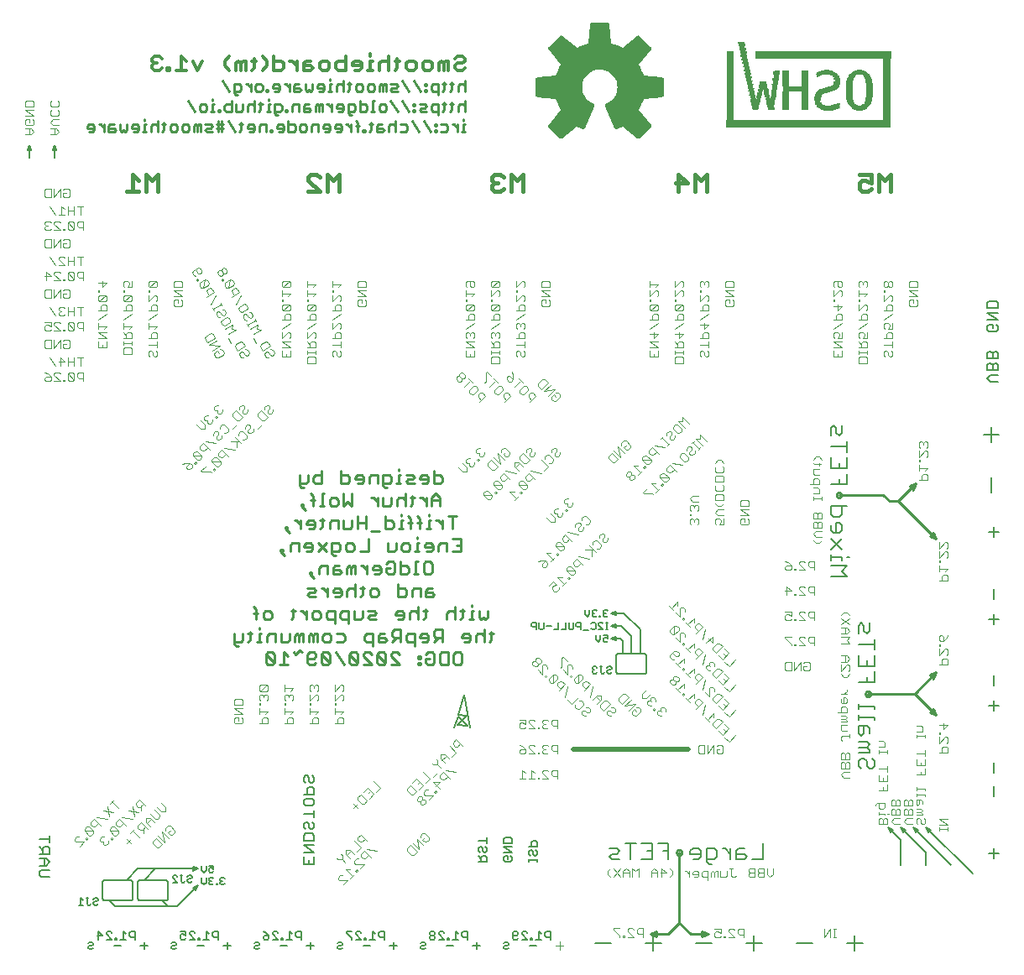
<source format=gbr>
G04 EAGLE Gerber RS-274X export*
G75*
%MOMM*%
%FSLAX34Y34*%
%LPD*%
%INGBO*%
%IPPOS*%
%AMOC8*
5,1,8,0,0,1.08239X$1,22.5*%
G01*
%ADD10C,0.203200*%
%ADD11C,0.127000*%
%ADD12C,0.330200*%
%ADD13C,0.228600*%
%ADD14C,0.101600*%
%ADD15C,0.152400*%
%ADD16C,0.508000*%
%ADD17C,0.177800*%
%ADD18C,0.254000*%
%ADD19C,0.431800*%
%ADD20R,16.535400X0.076200*%
%ADD21R,0.762000X0.076200*%
%ADD22R,0.685800X0.076200*%
%ADD23R,0.990600X0.076200*%
%ADD24R,1.143000X0.076200*%
%ADD25R,1.524000X0.076200*%
%ADD26R,0.609600X0.076200*%
%ADD27R,0.533400X0.076200*%
%ADD28R,1.447800X0.076200*%
%ADD29R,1.905000X0.076200*%
%ADD30R,1.600200X0.076200*%
%ADD31R,2.209800X0.076200*%
%ADD32R,1.752600X0.076200*%
%ADD33R,2.286000X0.076200*%
%ADD34R,2.362200X0.076200*%
%ADD35R,0.838200X0.076200*%
%ADD36R,0.914400X0.076200*%
%ADD37R,0.457200X0.076200*%
%ADD38R,0.304800X0.076200*%
%ADD39R,0.381000X0.076200*%
%ADD40R,1.371600X0.076200*%
%ADD41R,2.590800X0.076200*%
%ADD42R,1.676400X0.076200*%
%ADD43R,0.228600X0.076200*%
%ADD44R,1.981200X0.076200*%
%ADD45R,2.133600X0.076200*%
%ADD46R,1.828800X0.076200*%
%ADD47R,2.057400X0.076200*%
%ADD48R,1.295400X0.076200*%
%ADD49R,1.219200X0.076200*%
%ADD50R,13.639800X0.076200*%

G36*
X53749Y326403D02*
X53749Y326403D01*
X53866Y326406D01*
X53949Y326424D01*
X54034Y326434D01*
X54145Y326469D01*
X54258Y326495D01*
X54336Y326529D01*
X54417Y326555D01*
X54519Y326611D01*
X54626Y326659D01*
X54709Y326716D01*
X54770Y326750D01*
X54821Y326793D01*
X54899Y326847D01*
X69781Y338984D01*
X71717Y337883D01*
X71780Y337855D01*
X71867Y337806D01*
X75149Y336284D01*
X75206Y336264D01*
X75259Y336237D01*
X75395Y336198D01*
X75529Y336152D01*
X75589Y336144D01*
X75647Y336127D01*
X75788Y336116D01*
X75928Y336097D01*
X75988Y336101D01*
X76048Y336096D01*
X76188Y336113D01*
X76330Y336122D01*
X76388Y336138D01*
X76448Y336145D01*
X76582Y336189D01*
X76719Y336226D01*
X76773Y336252D01*
X76830Y336271D01*
X76953Y336342D01*
X77080Y336404D01*
X77127Y336441D01*
X77180Y336471D01*
X77286Y336564D01*
X77399Y336650D01*
X77438Y336696D01*
X77483Y336735D01*
X77570Y336848D01*
X77662Y336955D01*
X77692Y337007D01*
X77729Y337054D01*
X77821Y337234D01*
X77861Y337305D01*
X77868Y337325D01*
X77880Y337350D01*
X86993Y359349D01*
X87033Y359482D01*
X87081Y359611D01*
X87091Y359674D01*
X87109Y359735D01*
X87122Y359872D01*
X87144Y360009D01*
X87141Y360072D01*
X87147Y360136D01*
X87133Y360273D01*
X87127Y360411D01*
X87112Y360473D01*
X87106Y360536D01*
X87065Y360668D01*
X87032Y360802D01*
X87005Y360860D01*
X86986Y360920D01*
X86920Y361041D01*
X86861Y361167D01*
X86823Y361218D01*
X86793Y361274D01*
X86704Y361379D01*
X86622Y361490D01*
X86574Y361533D01*
X86533Y361582D01*
X86426Y361668D01*
X86323Y361761D01*
X86261Y361799D01*
X86219Y361833D01*
X86147Y361869D01*
X86041Y361935D01*
X83362Y363305D01*
X81067Y364988D01*
X79070Y367014D01*
X77421Y369334D01*
X76162Y371886D01*
X75326Y374606D01*
X74934Y377425D01*
X74996Y380270D01*
X75106Y380868D01*
X75511Y383069D01*
X76465Y385750D01*
X77833Y388245D01*
X79582Y390489D01*
X81666Y392427D01*
X84032Y394008D01*
X86620Y395192D01*
X89363Y395949D01*
X92192Y396258D01*
X95034Y396114D01*
X97817Y395518D01*
X100469Y394487D01*
X102923Y393046D01*
X105116Y391233D01*
X106993Y389093D01*
X108504Y386682D01*
X109612Y384061D01*
X110289Y381297D01*
X110517Y378454D01*
X110324Y375847D01*
X109750Y373291D01*
X108807Y370847D01*
X107516Y368567D01*
X105904Y366501D01*
X104007Y364695D01*
X101865Y363186D01*
X99391Y361941D01*
X99269Y361864D01*
X99142Y361793D01*
X99099Y361756D01*
X99051Y361725D01*
X98946Y361625D01*
X98837Y361531D01*
X98801Y361486D01*
X98760Y361447D01*
X98677Y361328D01*
X98588Y361214D01*
X98563Y361163D01*
X98530Y361116D01*
X98472Y360984D01*
X98408Y360855D01*
X98392Y360799D01*
X98370Y360747D01*
X98339Y360606D01*
X98301Y360466D01*
X98297Y360409D01*
X98285Y360353D01*
X98284Y360209D01*
X98274Y360065D01*
X98281Y360008D01*
X98280Y359951D01*
X98307Y359809D01*
X98326Y359665D01*
X98346Y359603D01*
X98355Y359555D01*
X98386Y359478D01*
X98427Y359349D01*
X107540Y337350D01*
X107568Y337297D01*
X107589Y337240D01*
X107663Y337120D01*
X107730Y336995D01*
X107768Y336949D01*
X107800Y336897D01*
X107896Y336793D01*
X107987Y336684D01*
X108033Y336647D01*
X108074Y336603D01*
X108189Y336520D01*
X108299Y336431D01*
X108352Y336403D01*
X108401Y336368D01*
X108530Y336309D01*
X108656Y336244D01*
X108713Y336227D01*
X108768Y336202D01*
X108906Y336170D01*
X109042Y336130D01*
X109102Y336125D01*
X109160Y336112D01*
X109302Y336108D01*
X109443Y336096D01*
X109503Y336103D01*
X109563Y336101D01*
X109702Y336125D01*
X109843Y336141D01*
X109900Y336159D01*
X109960Y336170D01*
X110148Y336239D01*
X110227Y336264D01*
X110246Y336275D01*
X110271Y336284D01*
X113554Y337806D01*
X113613Y337841D01*
X113703Y337883D01*
X115639Y338984D01*
X130521Y326847D01*
X130618Y326783D01*
X130709Y326711D01*
X130785Y326672D01*
X130856Y326625D01*
X130964Y326581D01*
X131068Y326528D01*
X131151Y326505D01*
X131229Y326473D01*
X131344Y326451D01*
X131456Y326420D01*
X131541Y326414D01*
X131625Y326398D01*
X131741Y326399D01*
X131858Y326391D01*
X131942Y326401D01*
X132028Y326402D01*
X132141Y326427D01*
X132257Y326441D01*
X132338Y326468D01*
X132421Y326486D01*
X132528Y326532D01*
X132639Y326569D01*
X132713Y326612D01*
X132791Y326646D01*
X132887Y326712D01*
X132988Y326770D01*
X133064Y326835D01*
X133122Y326875D01*
X133168Y326924D01*
X133241Y326985D01*
X144185Y337929D01*
X144259Y338019D01*
X144340Y338103D01*
X144386Y338175D01*
X144440Y338241D01*
X144495Y338344D01*
X144558Y338442D01*
X144589Y338521D01*
X144629Y338596D01*
X144662Y338708D01*
X144704Y338817D01*
X144719Y338901D01*
X144743Y338982D01*
X144754Y339099D01*
X144774Y339213D01*
X144772Y339298D01*
X144780Y339383D01*
X144767Y339499D01*
X144764Y339616D01*
X144746Y339699D01*
X144736Y339784D01*
X144701Y339895D01*
X144676Y340008D01*
X144641Y340086D01*
X144615Y340167D01*
X144559Y340269D01*
X144511Y340376D01*
X144454Y340459D01*
X144420Y340520D01*
X144377Y340571D01*
X144323Y340649D01*
X132173Y355547D01*
X133838Y358571D01*
X133871Y358649D01*
X133935Y358774D01*
X135781Y363230D01*
X135805Y363310D01*
X135855Y363441D01*
X136817Y366757D01*
X155942Y368700D01*
X156056Y368724D01*
X156172Y368737D01*
X156253Y368764D01*
X156337Y368781D01*
X156444Y368826D01*
X156555Y368862D01*
X156629Y368904D01*
X156708Y368937D01*
X156804Y369003D01*
X156906Y369060D01*
X156970Y369116D01*
X157040Y369164D01*
X157122Y369247D01*
X157210Y369323D01*
X157262Y369390D01*
X157322Y369451D01*
X157386Y369549D01*
X157457Y369641D01*
X157495Y369717D01*
X157541Y369789D01*
X157584Y369897D01*
X157636Y370002D01*
X157658Y370084D01*
X157690Y370163D01*
X157711Y370278D01*
X157741Y370391D01*
X157749Y370491D01*
X157761Y370559D01*
X157760Y370626D01*
X157768Y370721D01*
X157768Y386199D01*
X157756Y386315D01*
X157755Y386431D01*
X157736Y386515D01*
X157728Y386599D01*
X157694Y386711D01*
X157669Y386825D01*
X157635Y386903D01*
X157610Y386984D01*
X157554Y387087D01*
X157508Y387194D01*
X157459Y387263D01*
X157418Y387338D01*
X157344Y387428D01*
X157277Y387523D01*
X157215Y387582D01*
X157160Y387648D01*
X157070Y387721D01*
X156985Y387801D01*
X156913Y387846D01*
X156847Y387900D01*
X156743Y387954D01*
X156645Y388016D01*
X156565Y388046D01*
X156489Y388085D01*
X156377Y388118D01*
X156268Y388159D01*
X156169Y388177D01*
X156102Y388197D01*
X156035Y388202D01*
X155942Y388220D01*
X136817Y390163D01*
X135855Y393479D01*
X135824Y393557D01*
X135781Y393690D01*
X133935Y398146D01*
X133896Y398221D01*
X133838Y398349D01*
X132173Y401373D01*
X144323Y416271D01*
X144387Y416368D01*
X144460Y416459D01*
X144498Y416535D01*
X144545Y416606D01*
X144589Y416714D01*
X144642Y416818D01*
X144665Y416901D01*
X144697Y416979D01*
X144719Y417094D01*
X144750Y417206D01*
X144756Y417291D01*
X144772Y417375D01*
X144771Y417491D01*
X144779Y417608D01*
X144769Y417692D01*
X144768Y417778D01*
X144743Y417891D01*
X144729Y418007D01*
X144702Y418088D01*
X144684Y418171D01*
X144638Y418278D01*
X144601Y418389D01*
X144558Y418463D01*
X144524Y418541D01*
X144458Y418637D01*
X144400Y418738D01*
X144335Y418814D01*
X144295Y418872D01*
X144247Y418918D01*
X144185Y418991D01*
X133241Y429935D01*
X133151Y430009D01*
X133067Y430090D01*
X132995Y430136D01*
X132929Y430190D01*
X132826Y430245D01*
X132728Y430308D01*
X132649Y430339D01*
X132574Y430379D01*
X132462Y430412D01*
X132353Y430454D01*
X132269Y430469D01*
X132188Y430493D01*
X132071Y430504D01*
X131957Y430524D01*
X131872Y430522D01*
X131787Y430530D01*
X131671Y430517D01*
X131554Y430514D01*
X131471Y430496D01*
X131386Y430486D01*
X131275Y430451D01*
X131162Y430426D01*
X131084Y430391D01*
X131003Y430365D01*
X130901Y430309D01*
X130794Y430261D01*
X130711Y430204D01*
X130650Y430170D01*
X130599Y430127D01*
X130521Y430073D01*
X115623Y417923D01*
X112599Y419588D01*
X112521Y419621D01*
X112396Y419685D01*
X107940Y421531D01*
X107860Y421555D01*
X107729Y421605D01*
X104413Y422567D01*
X102470Y441692D01*
X102446Y441806D01*
X102433Y441922D01*
X102406Y442003D01*
X102389Y442087D01*
X102344Y442194D01*
X102308Y442305D01*
X102266Y442379D01*
X102233Y442458D01*
X102167Y442554D01*
X102110Y442656D01*
X102054Y442720D01*
X102006Y442790D01*
X101923Y442872D01*
X101847Y442960D01*
X101780Y443012D01*
X101719Y443072D01*
X101621Y443136D01*
X101529Y443207D01*
X101453Y443245D01*
X101381Y443291D01*
X101273Y443334D01*
X101168Y443386D01*
X101086Y443408D01*
X101007Y443440D01*
X100892Y443461D01*
X100779Y443491D01*
X100679Y443499D01*
X100611Y443511D01*
X100544Y443510D01*
X100449Y443518D01*
X84971Y443518D01*
X84855Y443506D01*
X84739Y443505D01*
X84655Y443486D01*
X84571Y443478D01*
X84459Y443444D01*
X84345Y443419D01*
X84267Y443385D01*
X84186Y443360D01*
X84083Y443304D01*
X83976Y443258D01*
X83907Y443209D01*
X83832Y443168D01*
X83742Y443094D01*
X83647Y443027D01*
X83588Y442965D01*
X83522Y442910D01*
X83449Y442820D01*
X83369Y442735D01*
X83324Y442663D01*
X83270Y442597D01*
X83216Y442493D01*
X83154Y442395D01*
X83124Y442315D01*
X83085Y442239D01*
X83052Y442127D01*
X83011Y442018D01*
X82993Y441919D01*
X82973Y441852D01*
X82968Y441785D01*
X82950Y441692D01*
X81007Y422567D01*
X77691Y421605D01*
X77613Y421574D01*
X77480Y421531D01*
X73024Y419685D01*
X72996Y419670D01*
X72993Y419670D01*
X72945Y419643D01*
X72821Y419588D01*
X69797Y417923D01*
X54899Y430073D01*
X54802Y430137D01*
X54711Y430210D01*
X54635Y430248D01*
X54564Y430295D01*
X54456Y430339D01*
X54352Y430392D01*
X54269Y430415D01*
X54191Y430447D01*
X54076Y430469D01*
X53964Y430500D01*
X53879Y430506D01*
X53795Y430522D01*
X53679Y430521D01*
X53562Y430529D01*
X53478Y430519D01*
X53393Y430518D01*
X53279Y430493D01*
X53163Y430479D01*
X53082Y430452D01*
X52999Y430434D01*
X52892Y430388D01*
X52781Y430351D01*
X52707Y430308D01*
X52629Y430274D01*
X52533Y430208D01*
X52432Y430150D01*
X52356Y430085D01*
X52298Y430045D01*
X52252Y429997D01*
X52179Y429935D01*
X41235Y418991D01*
X41161Y418901D01*
X41080Y418817D01*
X41034Y418745D01*
X40980Y418679D01*
X40925Y418576D01*
X40862Y418478D01*
X40831Y418399D01*
X40791Y418324D01*
X40758Y418212D01*
X40716Y418103D01*
X40701Y418019D01*
X40677Y417938D01*
X40666Y417821D01*
X40646Y417707D01*
X40648Y417622D01*
X40640Y417537D01*
X40653Y417421D01*
X40656Y417304D01*
X40674Y417221D01*
X40684Y417136D01*
X40719Y417025D01*
X40745Y416912D01*
X40779Y416834D01*
X40805Y416753D01*
X40861Y416651D01*
X40909Y416544D01*
X40966Y416461D01*
X41000Y416400D01*
X41043Y416349D01*
X41097Y416271D01*
X53247Y401373D01*
X51582Y398349D01*
X51549Y398271D01*
X51485Y398146D01*
X49639Y393690D01*
X49615Y393610D01*
X49565Y393479D01*
X48603Y390163D01*
X29478Y388220D01*
X29364Y388196D01*
X29248Y388183D01*
X29167Y388156D01*
X29083Y388139D01*
X28976Y388094D01*
X28865Y388058D01*
X28791Y388016D01*
X28712Y387983D01*
X28616Y387917D01*
X28515Y387860D01*
X28450Y387804D01*
X28380Y387756D01*
X28298Y387673D01*
X28210Y387597D01*
X28158Y387530D01*
X28098Y387469D01*
X28034Y387371D01*
X27963Y387279D01*
X27925Y387203D01*
X27879Y387131D01*
X27836Y387023D01*
X27784Y386918D01*
X27762Y386836D01*
X27730Y386757D01*
X27709Y386642D01*
X27679Y386529D01*
X27671Y386429D01*
X27659Y386361D01*
X27660Y386294D01*
X27652Y386199D01*
X27652Y370721D01*
X27664Y370605D01*
X27665Y370489D01*
X27684Y370405D01*
X27692Y370321D01*
X27726Y370209D01*
X27751Y370095D01*
X27785Y370017D01*
X27810Y369936D01*
X27866Y369833D01*
X27912Y369726D01*
X27961Y369657D01*
X28002Y369582D01*
X28077Y369492D01*
X28143Y369397D01*
X28205Y369338D01*
X28260Y369272D01*
X28351Y369199D01*
X28435Y369119D01*
X28507Y369074D01*
X28573Y369020D01*
X28677Y368966D01*
X28776Y368904D01*
X28855Y368874D01*
X28931Y368835D01*
X29043Y368802D01*
X29152Y368761D01*
X29251Y368743D01*
X29318Y368723D01*
X29385Y368718D01*
X29478Y368700D01*
X48603Y366757D01*
X49565Y363441D01*
X49596Y363363D01*
X49639Y363230D01*
X51485Y358774D01*
X51524Y358700D01*
X51582Y358571D01*
X53247Y355547D01*
X41097Y340649D01*
X41033Y340552D01*
X40961Y340461D01*
X40922Y340385D01*
X40875Y340314D01*
X40831Y340206D01*
X40778Y340102D01*
X40755Y340019D01*
X40723Y339941D01*
X40701Y339826D01*
X40670Y339714D01*
X40664Y339629D01*
X40648Y339545D01*
X40649Y339429D01*
X40641Y339312D01*
X40651Y339228D01*
X40652Y339143D01*
X40677Y339029D01*
X40691Y338913D01*
X40718Y338832D01*
X40736Y338749D01*
X40782Y338642D01*
X40819Y338531D01*
X40862Y338457D01*
X40896Y338379D01*
X40962Y338283D01*
X41020Y338182D01*
X41085Y338106D01*
X41125Y338048D01*
X41174Y338002D01*
X41235Y337929D01*
X52179Y326985D01*
X52269Y326911D01*
X52353Y326830D01*
X52425Y326784D01*
X52491Y326730D01*
X52594Y326675D01*
X52692Y326612D01*
X52771Y326581D01*
X52846Y326541D01*
X52958Y326508D01*
X53067Y326466D01*
X53151Y326451D01*
X53232Y326427D01*
X53349Y326416D01*
X53463Y326396D01*
X53548Y326398D01*
X53633Y326390D01*
X53749Y326403D01*
G37*
D10*
X-462017Y-418612D02*
X-470915Y-418612D01*
X-472694Y-416833D01*
X-472694Y-413273D01*
X-470915Y-411494D01*
X-462017Y-411494D01*
X-465576Y-406918D02*
X-472694Y-406918D01*
X-465576Y-406918D02*
X-462017Y-403359D01*
X-465576Y-399800D01*
X-472694Y-399800D01*
X-467355Y-399800D02*
X-467355Y-406918D01*
X-462017Y-395224D02*
X-472694Y-395224D01*
X-462017Y-395224D02*
X-462017Y-389886D01*
X-463796Y-388106D01*
X-467355Y-388106D01*
X-469135Y-389886D01*
X-469135Y-395224D01*
X-469135Y-391665D02*
X-472694Y-388106D01*
X-472694Y-379971D02*
X-462017Y-379971D01*
X-462017Y-383530D02*
X-462017Y-376412D01*
X-195317Y-398052D02*
X-195317Y-405170D01*
X-205994Y-405170D01*
X-205994Y-398052D01*
X-200655Y-401611D02*
X-200655Y-405170D01*
X-195317Y-393476D02*
X-205994Y-393476D01*
X-205994Y-386358D02*
X-195317Y-393476D01*
X-195317Y-386358D02*
X-205994Y-386358D01*
X-205994Y-381782D02*
X-195317Y-381782D01*
X-205994Y-381782D02*
X-205994Y-376443D01*
X-204215Y-374664D01*
X-197096Y-374664D01*
X-195317Y-376443D01*
X-195317Y-381782D01*
X-195317Y-364750D02*
X-197096Y-362970D01*
X-195317Y-364750D02*
X-195317Y-368309D01*
X-197096Y-370088D01*
X-198876Y-370088D01*
X-200655Y-368309D01*
X-200655Y-364750D01*
X-202435Y-362970D01*
X-204215Y-362970D01*
X-205994Y-364750D01*
X-205994Y-368309D01*
X-204215Y-370088D01*
X-205994Y-354835D02*
X-195317Y-354835D01*
X-195317Y-358394D02*
X-195317Y-351276D01*
X-195317Y-344921D02*
X-195317Y-341362D01*
X-195317Y-344921D02*
X-197096Y-346700D01*
X-204215Y-346700D01*
X-205994Y-344921D01*
X-205994Y-341362D01*
X-204215Y-339582D01*
X-197096Y-339582D01*
X-195317Y-341362D01*
X-195317Y-335006D02*
X-205994Y-335006D01*
X-195317Y-335006D02*
X-195317Y-329668D01*
X-197096Y-327888D01*
X-200655Y-327888D01*
X-202435Y-329668D01*
X-202435Y-335006D01*
X-195317Y-317974D02*
X-197096Y-316194D01*
X-195317Y-317974D02*
X-195317Y-321533D01*
X-197096Y-323312D01*
X-198876Y-323312D01*
X-200655Y-321533D01*
X-200655Y-317974D01*
X-202435Y-316194D01*
X-204215Y-316194D01*
X-205994Y-317974D01*
X-205994Y-321533D01*
X-204215Y-323312D01*
D11*
X96389Y-174365D02*
X100965Y-174365D01*
X100965Y-177797D01*
X98677Y-176653D01*
X97533Y-176653D01*
X96389Y-177797D01*
X96389Y-180085D01*
X97533Y-181229D01*
X99821Y-181229D01*
X100965Y-180085D01*
X93481Y-178941D02*
X93481Y-174365D01*
X93481Y-178941D02*
X91193Y-181229D01*
X88905Y-178941D01*
X88905Y-174365D01*
X100965Y-150109D02*
X99821Y-148965D01*
X97533Y-148965D01*
X96389Y-150109D01*
X96389Y-151253D01*
X97533Y-152397D01*
X98677Y-152397D01*
X97533Y-152397D02*
X96389Y-153541D01*
X96389Y-154685D01*
X97533Y-155829D01*
X99821Y-155829D01*
X100965Y-154685D01*
X93481Y-154685D02*
X93481Y-155829D01*
X93481Y-154685D02*
X92337Y-154685D01*
X92337Y-155829D01*
X93481Y-155829D01*
X89739Y-150109D02*
X88595Y-148965D01*
X86307Y-148965D01*
X85163Y-150109D01*
X85163Y-151253D01*
X86307Y-152397D01*
X87451Y-152397D01*
X86307Y-152397D02*
X85163Y-153541D01*
X85163Y-154685D01*
X86307Y-155829D01*
X88595Y-155829D01*
X89739Y-154685D01*
X82255Y-153541D02*
X82255Y-148965D01*
X82255Y-153541D02*
X79967Y-155829D01*
X77679Y-153541D01*
X77679Y-148965D01*
X98677Y-168529D02*
X100965Y-168529D01*
X99821Y-168529D02*
X99821Y-161665D01*
X100965Y-161665D02*
X98677Y-161665D01*
X95976Y-168529D02*
X91400Y-168529D01*
X95976Y-168529D02*
X91400Y-163953D01*
X91400Y-162809D01*
X92544Y-161665D01*
X94832Y-161665D01*
X95976Y-162809D01*
X85060Y-161665D02*
X83916Y-162809D01*
X85060Y-161665D02*
X87347Y-161665D01*
X88491Y-162809D01*
X88491Y-167385D01*
X87347Y-168529D01*
X85060Y-168529D01*
X83916Y-167385D01*
X81007Y-169673D02*
X76431Y-169673D01*
X73523Y-168529D02*
X73523Y-161665D01*
X70091Y-161665D01*
X68947Y-162809D01*
X68947Y-165097D01*
X70091Y-166241D01*
X73523Y-166241D01*
X66039Y-167385D02*
X66039Y-161665D01*
X66039Y-167385D02*
X64895Y-168529D01*
X62607Y-168529D01*
X61463Y-167385D01*
X61463Y-161665D01*
X58555Y-161665D02*
X58555Y-168529D01*
X53979Y-168529D01*
X51071Y-168529D02*
X51071Y-161665D01*
X51071Y-168529D02*
X46495Y-168529D01*
X43586Y-165097D02*
X39011Y-165097D01*
X36102Y-167385D02*
X36102Y-161665D01*
X36102Y-167385D02*
X34958Y-168529D01*
X32670Y-168529D01*
X31526Y-167385D01*
X31526Y-161665D01*
X28618Y-161665D02*
X28618Y-168529D01*
X28618Y-161665D02*
X25186Y-161665D01*
X24042Y-162809D01*
X24042Y-165097D01*
X25186Y-166241D01*
X28618Y-166241D01*
D12*
X-53221Y407426D02*
X-50806Y409841D01*
X-45976Y409841D01*
X-43561Y407426D01*
X-43561Y405011D01*
X-45976Y402596D01*
X-50806Y402596D01*
X-53221Y400181D01*
X-53221Y397766D01*
X-50806Y395351D01*
X-45976Y395351D01*
X-43561Y397766D01*
X-59933Y395351D02*
X-59933Y405011D01*
X-62348Y405011D01*
X-64763Y402596D01*
X-64763Y395351D01*
X-64763Y402596D02*
X-67178Y405011D01*
X-69593Y402596D01*
X-69593Y395351D01*
X-78719Y395351D02*
X-83549Y395351D01*
X-85964Y397766D01*
X-85964Y402596D01*
X-83549Y405011D01*
X-78719Y405011D01*
X-76304Y402596D01*
X-76304Y397766D01*
X-78719Y395351D01*
X-95091Y395351D02*
X-99921Y395351D01*
X-102336Y397766D01*
X-102336Y402596D01*
X-99921Y405011D01*
X-95091Y405011D01*
X-92676Y402596D01*
X-92676Y397766D01*
X-95091Y395351D01*
X-111462Y397766D02*
X-111462Y407426D01*
X-111462Y397766D02*
X-113877Y395351D01*
X-113877Y405011D02*
X-109047Y405011D01*
X-119962Y409841D02*
X-119962Y395351D01*
X-119962Y402596D02*
X-122377Y405011D01*
X-127207Y405011D01*
X-129622Y402596D01*
X-129622Y395351D01*
X-136333Y405011D02*
X-138748Y405011D01*
X-138748Y395351D01*
X-136333Y395351D02*
X-141163Y395351D01*
X-138748Y409841D02*
X-138748Y412256D01*
X-149663Y395351D02*
X-154493Y395351D01*
X-149663Y395351D02*
X-147248Y397766D01*
X-147248Y402596D01*
X-149663Y405011D01*
X-154493Y405011D01*
X-156908Y402596D01*
X-156908Y400181D01*
X-147248Y400181D01*
X-163619Y395351D02*
X-163619Y409841D01*
X-163619Y395351D02*
X-170864Y395351D01*
X-173279Y397766D01*
X-173279Y402596D01*
X-170864Y405011D01*
X-163619Y405011D01*
X-182406Y395351D02*
X-187236Y395351D01*
X-189651Y397766D01*
X-189651Y402596D01*
X-187236Y405011D01*
X-182406Y405011D01*
X-179991Y402596D01*
X-179991Y397766D01*
X-182406Y395351D01*
X-198777Y405011D02*
X-203607Y405011D01*
X-206023Y402596D01*
X-206023Y395351D01*
X-198777Y395351D01*
X-196362Y397766D01*
X-198777Y400181D01*
X-206023Y400181D01*
X-212734Y395351D02*
X-212734Y405011D01*
X-212734Y400181D02*
X-217564Y405011D01*
X-219979Y405011D01*
X-236037Y409841D02*
X-236037Y395351D01*
X-228792Y395351D01*
X-226377Y397766D01*
X-226377Y402596D01*
X-228792Y405011D01*
X-236037Y405011D01*
X-242748Y400181D02*
X-247578Y395351D01*
X-242748Y400181D02*
X-242748Y405011D01*
X-247578Y409841D01*
X-256078Y407426D02*
X-256078Y397766D01*
X-258493Y395351D01*
X-258493Y405011D02*
X-253663Y405011D01*
X-264577Y405011D02*
X-264577Y395351D01*
X-264577Y405011D02*
X-266992Y405011D01*
X-269407Y402596D01*
X-269407Y395351D01*
X-269407Y402596D02*
X-271822Y405011D01*
X-274237Y402596D01*
X-274237Y395351D01*
X-280949Y395351D02*
X-285779Y400181D01*
X-285779Y405011D01*
X-280949Y409841D01*
X-308235Y405011D02*
X-313065Y395351D01*
X-317895Y405011D01*
X-324606Y405011D02*
X-329436Y409841D01*
X-329436Y395351D01*
X-324606Y395351D02*
X-334266Y395351D01*
X-340978Y395351D02*
X-340978Y397766D01*
X-343393Y397766D01*
X-343393Y395351D01*
X-340978Y395351D01*
X-349164Y407426D02*
X-351579Y409841D01*
X-356409Y409841D01*
X-358824Y407426D01*
X-358824Y405011D01*
X-356409Y402596D01*
X-353994Y402596D01*
X-356409Y402596D02*
X-358824Y400181D01*
X-358824Y397766D01*
X-356409Y395351D01*
X-351579Y395351D01*
X-349164Y397766D01*
D13*
X-43053Y384946D02*
X-43053Y374523D01*
X-43053Y379734D02*
X-44790Y381472D01*
X-48264Y381472D01*
X-50002Y379734D01*
X-50002Y374523D01*
X-56484Y376260D02*
X-56484Y383209D01*
X-56484Y376260D02*
X-58221Y374523D01*
X-58221Y381472D02*
X-54747Y381472D01*
X-64280Y383209D02*
X-64280Y376260D01*
X-66017Y374523D01*
X-66017Y381472D02*
X-62543Y381472D01*
X-70339Y381472D02*
X-70339Y371049D01*
X-70339Y381472D02*
X-75550Y381472D01*
X-77288Y379734D01*
X-77288Y376260D01*
X-75550Y374523D01*
X-70339Y374523D01*
X-82033Y381472D02*
X-83770Y381472D01*
X-83770Y379734D01*
X-82033Y379734D01*
X-82033Y381472D01*
X-82033Y376260D02*
X-83770Y376260D01*
X-83770Y374523D01*
X-82033Y374523D01*
X-82033Y376260D01*
X-87880Y374523D02*
X-94828Y384946D01*
X-99574Y374523D02*
X-106522Y384946D01*
X-111268Y374523D02*
X-116479Y374523D01*
X-118216Y376260D01*
X-116479Y377997D01*
X-113005Y377997D01*
X-111268Y379734D01*
X-113005Y381472D01*
X-118216Y381472D01*
X-122962Y381472D02*
X-122962Y374523D01*
X-122962Y381472D02*
X-124699Y381472D01*
X-126436Y379734D01*
X-126436Y374523D01*
X-126436Y379734D02*
X-128173Y381472D01*
X-129910Y379734D01*
X-129910Y374523D01*
X-136393Y374523D02*
X-139867Y374523D01*
X-141604Y376260D01*
X-141604Y379734D01*
X-139867Y381472D01*
X-136393Y381472D01*
X-134656Y379734D01*
X-134656Y376260D01*
X-136393Y374523D01*
X-148087Y374523D02*
X-151561Y374523D01*
X-153298Y376260D01*
X-153298Y379734D01*
X-151561Y381472D01*
X-148087Y381472D01*
X-146350Y379734D01*
X-146350Y376260D01*
X-148087Y374523D01*
X-159781Y376260D02*
X-159781Y383209D01*
X-159781Y376260D02*
X-161518Y374523D01*
X-161518Y381472D02*
X-158044Y381472D01*
X-165840Y384946D02*
X-165840Y374523D01*
X-165840Y379734D02*
X-167577Y381472D01*
X-171051Y381472D01*
X-172788Y379734D01*
X-172788Y374523D01*
X-177534Y381472D02*
X-179271Y381472D01*
X-179271Y374523D01*
X-177534Y374523D02*
X-181008Y374523D01*
X-179271Y384946D02*
X-179271Y386683D01*
X-187067Y374523D02*
X-190541Y374523D01*
X-187067Y374523D02*
X-185330Y376260D01*
X-185330Y379734D01*
X-187067Y381472D01*
X-190541Y381472D01*
X-192278Y379734D01*
X-192278Y377997D01*
X-185330Y377997D01*
X-197024Y376260D02*
X-197024Y381472D01*
X-197024Y376260D02*
X-198761Y374523D01*
X-200498Y376260D01*
X-202235Y374523D01*
X-203972Y376260D01*
X-203972Y381472D01*
X-210455Y381472D02*
X-213929Y381472D01*
X-215666Y379734D01*
X-215666Y374523D01*
X-210455Y374523D01*
X-208718Y376260D01*
X-210455Y377997D01*
X-215666Y377997D01*
X-220411Y374523D02*
X-220411Y381472D01*
X-220411Y377997D02*
X-223886Y381472D01*
X-225623Y381472D01*
X-231894Y374523D02*
X-235368Y374523D01*
X-231894Y374523D02*
X-230156Y376260D01*
X-230156Y379734D01*
X-231894Y381472D01*
X-235368Y381472D01*
X-237105Y379734D01*
X-237105Y377997D01*
X-230156Y377997D01*
X-241850Y376260D02*
X-241850Y374523D01*
X-241850Y376260D02*
X-243588Y376260D01*
X-243588Y374523D01*
X-241850Y374523D01*
X-249435Y374523D02*
X-252909Y374523D01*
X-254646Y376260D01*
X-254646Y379734D01*
X-252909Y381472D01*
X-249435Y381472D01*
X-247697Y379734D01*
X-247697Y376260D01*
X-249435Y374523D01*
X-259391Y374523D02*
X-259391Y381472D01*
X-259391Y377997D02*
X-262866Y381472D01*
X-264603Y381472D01*
X-272611Y371049D02*
X-274348Y371049D01*
X-276085Y372786D01*
X-276085Y381472D01*
X-270873Y381472D01*
X-269136Y379734D01*
X-269136Y376260D01*
X-270873Y374523D01*
X-276085Y374523D01*
X-280830Y374523D02*
X-287779Y384946D01*
X-44790Y340832D02*
X-43053Y340832D01*
X-44790Y340832D02*
X-44790Y333883D01*
X-43053Y333883D02*
X-46527Y333883D01*
X-44790Y344306D02*
X-44790Y346043D01*
X-50849Y340832D02*
X-50849Y333883D01*
X-50849Y337357D02*
X-54323Y340832D01*
X-56060Y340832D01*
X-62331Y340832D02*
X-67543Y340832D01*
X-62331Y340832D02*
X-60594Y339094D01*
X-60594Y335620D01*
X-62331Y333883D01*
X-67543Y333883D01*
X-72288Y340832D02*
X-74025Y340832D01*
X-74025Y339094D01*
X-72288Y339094D01*
X-72288Y340832D01*
X-72288Y335620D02*
X-74025Y335620D01*
X-74025Y333883D01*
X-72288Y333883D01*
X-72288Y335620D01*
X-78135Y333883D02*
X-85083Y344306D01*
X-89829Y333883D02*
X-96777Y344306D01*
X-103260Y340832D02*
X-108471Y340832D01*
X-103260Y340832D02*
X-101523Y339094D01*
X-101523Y335620D01*
X-103260Y333883D01*
X-108471Y333883D01*
X-113217Y333883D02*
X-113217Y344306D01*
X-114954Y340832D02*
X-113217Y339094D01*
X-114954Y340832D02*
X-118428Y340832D01*
X-120165Y339094D01*
X-120165Y333883D01*
X-126648Y340832D02*
X-130122Y340832D01*
X-131859Y339094D01*
X-131859Y333883D01*
X-126648Y333883D01*
X-124911Y335620D01*
X-126648Y337357D01*
X-131859Y337357D01*
X-138342Y335620D02*
X-138342Y342569D01*
X-138342Y335620D02*
X-140079Y333883D01*
X-140079Y340832D02*
X-136605Y340832D01*
X-144401Y335620D02*
X-144401Y333883D01*
X-144401Y335620D02*
X-146138Y335620D01*
X-146138Y333883D01*
X-144401Y333883D01*
X-151985Y333883D02*
X-151985Y342569D01*
X-153722Y344306D01*
X-153722Y339094D02*
X-150248Y339094D01*
X-158044Y340832D02*
X-158044Y333883D01*
X-158044Y337357D02*
X-161518Y340832D01*
X-163255Y340832D01*
X-169526Y333883D02*
X-173000Y333883D01*
X-169526Y333883D02*
X-167789Y335620D01*
X-167789Y339094D01*
X-169526Y340832D01*
X-173000Y340832D01*
X-174737Y339094D01*
X-174737Y337357D01*
X-167789Y337357D01*
X-181220Y333883D02*
X-184694Y333883D01*
X-181220Y333883D02*
X-179483Y335620D01*
X-179483Y339094D01*
X-181220Y340832D01*
X-184694Y340832D01*
X-186431Y339094D01*
X-186431Y337357D01*
X-179483Y337357D01*
X-191177Y333883D02*
X-191177Y340832D01*
X-196388Y340832D01*
X-198125Y339094D01*
X-198125Y333883D01*
X-204608Y333883D02*
X-208082Y333883D01*
X-209819Y335620D01*
X-209819Y339094D01*
X-208082Y340832D01*
X-204608Y340832D01*
X-202871Y339094D01*
X-202871Y335620D01*
X-204608Y333883D01*
X-221513Y333883D02*
X-221513Y344306D01*
X-221513Y333883D02*
X-216302Y333883D01*
X-214564Y335620D01*
X-214564Y339094D01*
X-216302Y340832D01*
X-221513Y340832D01*
X-227996Y333883D02*
X-231470Y333883D01*
X-227996Y333883D02*
X-226258Y335620D01*
X-226258Y339094D01*
X-227996Y340832D01*
X-231470Y340832D01*
X-233207Y339094D01*
X-233207Y337357D01*
X-226258Y337357D01*
X-237952Y335620D02*
X-237952Y333883D01*
X-237952Y335620D02*
X-239690Y335620D01*
X-239690Y333883D01*
X-237952Y333883D01*
X-243799Y333883D02*
X-243799Y340832D01*
X-249011Y340832D01*
X-250748Y339094D01*
X-250748Y333883D01*
X-257230Y333883D02*
X-260705Y333883D01*
X-257230Y333883D02*
X-255493Y335620D01*
X-255493Y339094D01*
X-257230Y340832D01*
X-260705Y340832D01*
X-262442Y339094D01*
X-262442Y337357D01*
X-255493Y337357D01*
X-268924Y335620D02*
X-268924Y342569D01*
X-268924Y335620D02*
X-270662Y333883D01*
X-270662Y340832D02*
X-267187Y340832D01*
X-274983Y333883D02*
X-281932Y344306D01*
X-288414Y344306D02*
X-288414Y333883D01*
X-291889Y333883D02*
X-291889Y344306D01*
X-291889Y340832D02*
X-286677Y340832D01*
X-291889Y340832D02*
X-293626Y340832D01*
X-293626Y337357D02*
X-286677Y337357D01*
X-298371Y333883D02*
X-303583Y333883D01*
X-305320Y335620D01*
X-303583Y337357D01*
X-300108Y337357D01*
X-298371Y339094D01*
X-300108Y340832D01*
X-305320Y340832D01*
X-310065Y340832D02*
X-310065Y333883D01*
X-310065Y340832D02*
X-311802Y340832D01*
X-313539Y339094D01*
X-313539Y333883D01*
X-313539Y339094D02*
X-315277Y340832D01*
X-317014Y339094D01*
X-317014Y333883D01*
X-323496Y333883D02*
X-326971Y333883D01*
X-328708Y335620D01*
X-328708Y339094D01*
X-326971Y340832D01*
X-323496Y340832D01*
X-321759Y339094D01*
X-321759Y335620D01*
X-323496Y333883D01*
X-335190Y333883D02*
X-338665Y333883D01*
X-340402Y335620D01*
X-340402Y339094D01*
X-338665Y340832D01*
X-335190Y340832D01*
X-333453Y339094D01*
X-333453Y335620D01*
X-335190Y333883D01*
X-346884Y335620D02*
X-346884Y342569D01*
X-346884Y335620D02*
X-348621Y333883D01*
X-348621Y340832D02*
X-345147Y340832D01*
X-352943Y344306D02*
X-352943Y333883D01*
X-352943Y339094D02*
X-354680Y340832D01*
X-358155Y340832D01*
X-359892Y339094D01*
X-359892Y333883D01*
X-364637Y340832D02*
X-366374Y340832D01*
X-366374Y333883D01*
X-364637Y333883D02*
X-368111Y333883D01*
X-366374Y344306D02*
X-366374Y346043D01*
X-374170Y333883D02*
X-377644Y333883D01*
X-374170Y333883D02*
X-372433Y335620D01*
X-372433Y339094D01*
X-374170Y340832D01*
X-377644Y340832D01*
X-379382Y339094D01*
X-379382Y337357D01*
X-372433Y337357D01*
X-384127Y335620D02*
X-384127Y340832D01*
X-384127Y335620D02*
X-385864Y333883D01*
X-387601Y335620D01*
X-389338Y333883D01*
X-391076Y335620D01*
X-391076Y340832D01*
X-397558Y340832D02*
X-401032Y340832D01*
X-402770Y339094D01*
X-402770Y333883D01*
X-397558Y333883D01*
X-395821Y335620D01*
X-397558Y337357D01*
X-402770Y337357D01*
X-407515Y333883D02*
X-407515Y340832D01*
X-410989Y340832D02*
X-407515Y337357D01*
X-410989Y340832D02*
X-412726Y340832D01*
X-418997Y333883D02*
X-422471Y333883D01*
X-418997Y333883D02*
X-417260Y335620D01*
X-417260Y339094D01*
X-418997Y340832D01*
X-422471Y340832D01*
X-424208Y339094D01*
X-424208Y337357D01*
X-417260Y337357D01*
D14*
X-404360Y121865D02*
X-404360Y115764D01*
X-413512Y115764D01*
X-413512Y121865D01*
X-408936Y118815D02*
X-408936Y115764D01*
X-413512Y125119D02*
X-404360Y125119D01*
X-413512Y131220D01*
X-404360Y131220D01*
X-407411Y134474D02*
X-404360Y137525D01*
X-413512Y137525D01*
X-413512Y134474D02*
X-413512Y140576D01*
X-413512Y143830D02*
X-404360Y149931D01*
X-404360Y153185D02*
X-413512Y153185D01*
X-404360Y153185D02*
X-404360Y157761D01*
X-405886Y159286D01*
X-408936Y159286D01*
X-410461Y157761D01*
X-410461Y153185D01*
X-411987Y162540D02*
X-405886Y162540D01*
X-404360Y164065D01*
X-404360Y167116D01*
X-405886Y168641D01*
X-411987Y168641D01*
X-413512Y167116D01*
X-413512Y164065D01*
X-411987Y162540D01*
X-405886Y168641D01*
X-411987Y171895D02*
X-413512Y171895D01*
X-411987Y171895D02*
X-411987Y173420D01*
X-413512Y173420D01*
X-413512Y171895D01*
X-413512Y181149D02*
X-404360Y181149D01*
X-408936Y176573D01*
X-408936Y182674D01*
X-388112Y109527D02*
X-378960Y109527D01*
X-388112Y109527D02*
X-388112Y114103D01*
X-386587Y115628D01*
X-380486Y115628D01*
X-378960Y114103D01*
X-378960Y109527D01*
X-388112Y118882D02*
X-388112Y121933D01*
X-388112Y120408D02*
X-378960Y120408D01*
X-378960Y121933D02*
X-378960Y118882D01*
X-378960Y125119D02*
X-388112Y125119D01*
X-378960Y125119D02*
X-378960Y129695D01*
X-380486Y131220D01*
X-383536Y131220D01*
X-385061Y129695D01*
X-385061Y125119D01*
X-385061Y128170D02*
X-388112Y131220D01*
X-382011Y134474D02*
X-378960Y137525D01*
X-388112Y137525D01*
X-388112Y134474D02*
X-388112Y140576D01*
X-388112Y143830D02*
X-378960Y149931D01*
X-378960Y153185D02*
X-388112Y153185D01*
X-378960Y153185D02*
X-378960Y157761D01*
X-380486Y159286D01*
X-383536Y159286D01*
X-385061Y157761D01*
X-385061Y153185D01*
X-386587Y162540D02*
X-380486Y162540D01*
X-378960Y164065D01*
X-378960Y167116D01*
X-380486Y168641D01*
X-386587Y168641D01*
X-388112Y167116D01*
X-388112Y164065D01*
X-386587Y162540D01*
X-380486Y168641D01*
X-386587Y171895D02*
X-388112Y171895D01*
X-386587Y171895D02*
X-386587Y173420D01*
X-388112Y173420D01*
X-388112Y171895D01*
X-378960Y176573D02*
X-378960Y182674D01*
X-378960Y176573D02*
X-383536Y176573D01*
X-382011Y179623D01*
X-382011Y181149D01*
X-383536Y182674D01*
X-386587Y182674D01*
X-388112Y181149D01*
X-388112Y178098D01*
X-386587Y176573D01*
X-355086Y112510D02*
X-353560Y110985D01*
X-353560Y107934D01*
X-355086Y106409D01*
X-356611Y106409D01*
X-358136Y107934D01*
X-358136Y110985D01*
X-359661Y112510D01*
X-361187Y112510D01*
X-362712Y110985D01*
X-362712Y107934D01*
X-361187Y106409D01*
X-362712Y118815D02*
X-353560Y118815D01*
X-353560Y121865D02*
X-353560Y115764D01*
X-353560Y125119D02*
X-362712Y125119D01*
X-353560Y125119D02*
X-353560Y129695D01*
X-355086Y131220D01*
X-358136Y131220D01*
X-359661Y129695D01*
X-359661Y125119D01*
X-356611Y134474D02*
X-353560Y137525D01*
X-362712Y137525D01*
X-362712Y134474D02*
X-362712Y140576D01*
X-362712Y143830D02*
X-353560Y149931D01*
X-353560Y153185D02*
X-362712Y153185D01*
X-353560Y153185D02*
X-353560Y157761D01*
X-355086Y159286D01*
X-358136Y159286D01*
X-359661Y157761D01*
X-359661Y153185D01*
X-362712Y162540D02*
X-362712Y168641D01*
X-362712Y162540D02*
X-356611Y168641D01*
X-355086Y168641D01*
X-353560Y167116D01*
X-353560Y164065D01*
X-355086Y162540D01*
X-361187Y171895D02*
X-362712Y171895D01*
X-361187Y171895D02*
X-361187Y173420D01*
X-362712Y173420D01*
X-362712Y171895D01*
X-361187Y176573D02*
X-355086Y176573D01*
X-353560Y178098D01*
X-353560Y181149D01*
X-355086Y182674D01*
X-361187Y182674D01*
X-362712Y181149D01*
X-362712Y178098D01*
X-361187Y176573D01*
X-355086Y182674D01*
X-329686Y163964D02*
X-328160Y162438D01*
X-328160Y159388D01*
X-329686Y157862D01*
X-335787Y157862D01*
X-337312Y159388D01*
X-337312Y162438D01*
X-335787Y163964D01*
X-332736Y163964D01*
X-332736Y160913D01*
X-337312Y167218D02*
X-328160Y167218D01*
X-337312Y173319D01*
X-328160Y173319D01*
X-328160Y176573D02*
X-337312Y176573D01*
X-337312Y181149D01*
X-335787Y182674D01*
X-329686Y182674D01*
X-328160Y181149D01*
X-328160Y176573D01*
X-144266Y163964D02*
X-142740Y162438D01*
X-142740Y159388D01*
X-144266Y157862D01*
X-150367Y157862D01*
X-151892Y159388D01*
X-151892Y162438D01*
X-150367Y163964D01*
X-147316Y163964D01*
X-147316Y160913D01*
X-151892Y167218D02*
X-142740Y167218D01*
X-151892Y173319D01*
X-142740Y173319D01*
X-142740Y176573D02*
X-151892Y176573D01*
X-151892Y181149D01*
X-150367Y182674D01*
X-144266Y182674D01*
X-142740Y181149D01*
X-142740Y176573D01*
X241815Y-56891D02*
X243340Y-58416D01*
X243340Y-61467D01*
X241815Y-62992D01*
X235713Y-62992D01*
X234188Y-61467D01*
X234188Y-58416D01*
X235713Y-56891D01*
X238764Y-56891D01*
X238764Y-59941D01*
X234188Y-53637D02*
X243340Y-53637D01*
X234188Y-47536D01*
X243340Y-47536D01*
X243340Y-44282D02*
X234188Y-44282D01*
X234188Y-39706D01*
X235713Y-38180D01*
X241815Y-38180D01*
X243340Y-39706D01*
X243340Y-44282D01*
X42680Y162438D02*
X41155Y163964D01*
X42680Y162438D02*
X42680Y159388D01*
X41155Y157862D01*
X35053Y157862D01*
X33528Y159388D01*
X33528Y162438D01*
X35053Y163964D01*
X38104Y163964D01*
X38104Y160913D01*
X33528Y167218D02*
X42680Y167218D01*
X33528Y173319D01*
X42680Y173319D01*
X42680Y176573D02*
X33528Y176573D01*
X33528Y181149D01*
X35053Y182674D01*
X41155Y182674D01*
X42680Y181149D01*
X42680Y176573D01*
X226575Y163964D02*
X228100Y162438D01*
X228100Y159388D01*
X226575Y157862D01*
X220473Y157862D01*
X218948Y159388D01*
X218948Y162438D01*
X220473Y163964D01*
X223524Y163964D01*
X223524Y160913D01*
X218948Y167218D02*
X228100Y167218D01*
X218948Y173319D01*
X228100Y173319D01*
X228100Y176573D02*
X218948Y176573D01*
X218948Y181149D01*
X220473Y182674D01*
X226575Y182674D01*
X228100Y181149D01*
X228100Y176573D01*
X411995Y163964D02*
X413520Y162438D01*
X413520Y159388D01*
X411995Y157862D01*
X405893Y157862D01*
X404368Y159388D01*
X404368Y162438D01*
X405893Y163964D01*
X408944Y163964D01*
X408944Y160913D01*
X404368Y167218D02*
X413520Y167218D01*
X404368Y173319D01*
X413520Y173319D01*
X413520Y176573D02*
X404368Y176573D01*
X404368Y181149D01*
X405893Y182674D01*
X411995Y182674D01*
X413520Y181149D01*
X413520Y176573D01*
X-218940Y112510D02*
X-218940Y106409D01*
X-228092Y106409D01*
X-228092Y112510D01*
X-223516Y109459D02*
X-223516Y106409D01*
X-228092Y115764D02*
X-218940Y115764D01*
X-228092Y121865D01*
X-218940Y121865D01*
X-228092Y125119D02*
X-228092Y131220D01*
X-228092Y125119D02*
X-221991Y131220D01*
X-220466Y131220D01*
X-218940Y129695D01*
X-218940Y126645D01*
X-220466Y125119D01*
X-228092Y134474D02*
X-218940Y140576D01*
X-218940Y143830D02*
X-228092Y143830D01*
X-218940Y143830D02*
X-218940Y148406D01*
X-220466Y149931D01*
X-223516Y149931D01*
X-225041Y148406D01*
X-225041Y143830D01*
X-226567Y153185D02*
X-220466Y153185D01*
X-218940Y154710D01*
X-218940Y157761D01*
X-220466Y159286D01*
X-226567Y159286D01*
X-228092Y157761D01*
X-228092Y154710D01*
X-226567Y153185D01*
X-220466Y159286D01*
X-226567Y162540D02*
X-228092Y162540D01*
X-226567Y162540D02*
X-226567Y164065D01*
X-228092Y164065D01*
X-228092Y162540D01*
X-221991Y167218D02*
X-218940Y170268D01*
X-228092Y170268D01*
X-228092Y167218D02*
X-228092Y173319D01*
X-226567Y176573D02*
X-220466Y176573D01*
X-218940Y178098D01*
X-218940Y181149D01*
X-220466Y182674D01*
X-226567Y182674D01*
X-228092Y181149D01*
X-228092Y178098D01*
X-226567Y176573D01*
X-220466Y182674D01*
X-202692Y100172D02*
X-193540Y100172D01*
X-202692Y100172D02*
X-202692Y104748D01*
X-201167Y106273D01*
X-195066Y106273D01*
X-193540Y104748D01*
X-193540Y100172D01*
X-202692Y109527D02*
X-202692Y112578D01*
X-202692Y111053D02*
X-193540Y111053D01*
X-193540Y112578D02*
X-193540Y109527D01*
X-193540Y115764D02*
X-202692Y115764D01*
X-193540Y115764D02*
X-193540Y120340D01*
X-195066Y121865D01*
X-198116Y121865D01*
X-199641Y120340D01*
X-199641Y115764D01*
X-199641Y118815D02*
X-202692Y121865D01*
X-202692Y125119D02*
X-202692Y131220D01*
X-202692Y125119D02*
X-196591Y131220D01*
X-195066Y131220D01*
X-193540Y129695D01*
X-193540Y126645D01*
X-195066Y125119D01*
X-202692Y134474D02*
X-193540Y140576D01*
X-193540Y143830D02*
X-202692Y143830D01*
X-193540Y143830D02*
X-193540Y148406D01*
X-195066Y149931D01*
X-198116Y149931D01*
X-199641Y148406D01*
X-199641Y143830D01*
X-201167Y153185D02*
X-195066Y153185D01*
X-193540Y154710D01*
X-193540Y157761D01*
X-195066Y159286D01*
X-201167Y159286D01*
X-202692Y157761D01*
X-202692Y154710D01*
X-201167Y153185D01*
X-195066Y159286D01*
X-201167Y162540D02*
X-202692Y162540D01*
X-201167Y162540D02*
X-201167Y164065D01*
X-202692Y164065D01*
X-202692Y162540D01*
X-196591Y167218D02*
X-193540Y170268D01*
X-202692Y170268D01*
X-202692Y167218D02*
X-202692Y173319D01*
X-196591Y176573D02*
X-193540Y179623D01*
X-202692Y179623D01*
X-202692Y176573D02*
X-202692Y182674D01*
X-169666Y112510D02*
X-168140Y110985D01*
X-168140Y107934D01*
X-169666Y106409D01*
X-171191Y106409D01*
X-172716Y107934D01*
X-172716Y110985D01*
X-174241Y112510D01*
X-175767Y112510D01*
X-177292Y110985D01*
X-177292Y107934D01*
X-175767Y106409D01*
X-177292Y118815D02*
X-168140Y118815D01*
X-168140Y121865D02*
X-168140Y115764D01*
X-168140Y125119D02*
X-177292Y125119D01*
X-168140Y125119D02*
X-168140Y129695D01*
X-169666Y131220D01*
X-172716Y131220D01*
X-174241Y129695D01*
X-174241Y125119D01*
X-177292Y134474D02*
X-177292Y140576D01*
X-171191Y140576D02*
X-177292Y134474D01*
X-171191Y140576D02*
X-169666Y140576D01*
X-168140Y139050D01*
X-168140Y136000D01*
X-169666Y134474D01*
X-177292Y143830D02*
X-168140Y149931D01*
X-168140Y153185D02*
X-177292Y153185D01*
X-168140Y153185D02*
X-168140Y157761D01*
X-169666Y159286D01*
X-172716Y159286D01*
X-174241Y157761D01*
X-174241Y153185D01*
X-177292Y162540D02*
X-177292Y168641D01*
X-177292Y162540D02*
X-171191Y168641D01*
X-169666Y168641D01*
X-168140Y167116D01*
X-168140Y164065D01*
X-169666Y162540D01*
X-175767Y171895D02*
X-177292Y171895D01*
X-175767Y171895D02*
X-175767Y173420D01*
X-177292Y173420D01*
X-177292Y171895D01*
X-171191Y176573D02*
X-168140Y179623D01*
X-177292Y179623D01*
X-177292Y176573D02*
X-177292Y182674D01*
X191015Y-62992D02*
X192540Y-61467D01*
X192540Y-58416D01*
X191015Y-56891D01*
X189489Y-56891D01*
X187964Y-58416D01*
X187964Y-59941D01*
X187964Y-58416D02*
X186439Y-56891D01*
X184913Y-56891D01*
X183388Y-58416D01*
X183388Y-61467D01*
X184913Y-62992D01*
X184913Y-53637D02*
X183388Y-53637D01*
X184913Y-53637D02*
X184913Y-52112D01*
X183388Y-52112D01*
X183388Y-53637D01*
X191015Y-48959D02*
X192540Y-47434D01*
X192540Y-44383D01*
X191015Y-42858D01*
X189489Y-42858D01*
X187964Y-44383D01*
X187964Y-45909D01*
X187964Y-44383D02*
X186439Y-42858D01*
X184913Y-42858D01*
X183388Y-44383D01*
X183388Y-47434D01*
X184913Y-48959D01*
X186439Y-39604D02*
X192540Y-39604D01*
X186439Y-39604D02*
X183388Y-36553D01*
X186439Y-33503D01*
X192540Y-33503D01*
X217940Y-56891D02*
X217940Y-62992D01*
X213364Y-62992D01*
X214889Y-59941D01*
X214889Y-58416D01*
X213364Y-56891D01*
X210313Y-56891D01*
X208788Y-58416D01*
X208788Y-61467D01*
X210313Y-62992D01*
X211839Y-53637D02*
X217940Y-53637D01*
X211839Y-53637D02*
X208788Y-50586D01*
X211839Y-47536D01*
X217940Y-47536D01*
X211839Y-44282D02*
X208788Y-41231D01*
X211839Y-44282D02*
X214889Y-44282D01*
X217940Y-41231D01*
X217940Y-38045D02*
X208788Y-38045D01*
X208788Y-33469D01*
X210313Y-31944D01*
X216415Y-31944D01*
X217940Y-33469D01*
X217940Y-38045D01*
X217940Y-24114D02*
X216415Y-22588D01*
X217940Y-24114D02*
X217940Y-27164D01*
X216415Y-28690D01*
X210313Y-28690D01*
X208788Y-27164D01*
X208788Y-24114D01*
X210313Y-22588D01*
X208788Y-19334D02*
X217940Y-19334D01*
X208788Y-19334D02*
X208788Y-14759D01*
X210313Y-13233D01*
X216415Y-13233D01*
X217940Y-14759D01*
X217940Y-19334D01*
X217940Y-5403D02*
X216415Y-3878D01*
X217940Y-5403D02*
X217940Y-8454D01*
X216415Y-9979D01*
X210313Y-9979D01*
X208788Y-8454D01*
X208788Y-5403D01*
X210313Y-3878D01*
X208788Y-624D02*
X211839Y2427D01*
X214889Y2427D01*
X217940Y-624D01*
X-33520Y106409D02*
X-33520Y112510D01*
X-33520Y106409D02*
X-42672Y106409D01*
X-42672Y112510D01*
X-38096Y109459D02*
X-38096Y106409D01*
X-42672Y115764D02*
X-33520Y115764D01*
X-42672Y121865D01*
X-33520Y121865D01*
X-35046Y125119D02*
X-33520Y126645D01*
X-33520Y129695D01*
X-35046Y131220D01*
X-36571Y131220D01*
X-38096Y129695D01*
X-38096Y128170D01*
X-38096Y129695D02*
X-39621Y131220D01*
X-41147Y131220D01*
X-42672Y129695D01*
X-42672Y126645D01*
X-41147Y125119D01*
X-42672Y134474D02*
X-33520Y140576D01*
X-33520Y143830D02*
X-42672Y143830D01*
X-33520Y143830D02*
X-33520Y148406D01*
X-35046Y149931D01*
X-38096Y149931D01*
X-39621Y148406D01*
X-39621Y143830D01*
X-41147Y153185D02*
X-35046Y153185D01*
X-33520Y154710D01*
X-33520Y157761D01*
X-35046Y159286D01*
X-41147Y159286D01*
X-42672Y157761D01*
X-42672Y154710D01*
X-41147Y153185D01*
X-35046Y159286D01*
X-41147Y162540D02*
X-42672Y162540D01*
X-41147Y162540D02*
X-41147Y164065D01*
X-42672Y164065D01*
X-42672Y162540D01*
X-36571Y167218D02*
X-33520Y170268D01*
X-42672Y170268D01*
X-42672Y167218D02*
X-42672Y173319D01*
X-41147Y176573D02*
X-42672Y178098D01*
X-42672Y181149D01*
X-41147Y182674D01*
X-35046Y182674D01*
X-33520Y181149D01*
X-33520Y178098D01*
X-35046Y176573D01*
X-36571Y176573D01*
X-38096Y178098D01*
X-38096Y182674D01*
X-17272Y100172D02*
X-8120Y100172D01*
X-17272Y100172D02*
X-17272Y104748D01*
X-15747Y106273D01*
X-9646Y106273D01*
X-8120Y104748D01*
X-8120Y100172D01*
X-17272Y109527D02*
X-17272Y112578D01*
X-17272Y111053D02*
X-8120Y111053D01*
X-8120Y112578D02*
X-8120Y109527D01*
X-8120Y115764D02*
X-17272Y115764D01*
X-8120Y115764D02*
X-8120Y120340D01*
X-9646Y121865D01*
X-12696Y121865D01*
X-14221Y120340D01*
X-14221Y115764D01*
X-14221Y118815D02*
X-17272Y121865D01*
X-9646Y125119D02*
X-8120Y126645D01*
X-8120Y129695D01*
X-9646Y131220D01*
X-11171Y131220D01*
X-12696Y129695D01*
X-12696Y128170D01*
X-12696Y129695D02*
X-14221Y131220D01*
X-15747Y131220D01*
X-17272Y129695D01*
X-17272Y126645D01*
X-15747Y125119D01*
X-17272Y134474D02*
X-8120Y140576D01*
X-8120Y143830D02*
X-17272Y143830D01*
X-8120Y143830D02*
X-8120Y148406D01*
X-9646Y149931D01*
X-12696Y149931D01*
X-14221Y148406D01*
X-14221Y143830D01*
X-15747Y153185D02*
X-9646Y153185D01*
X-8120Y154710D01*
X-8120Y157761D01*
X-9646Y159286D01*
X-15747Y159286D01*
X-17272Y157761D01*
X-17272Y154710D01*
X-15747Y153185D01*
X-9646Y159286D01*
X-15747Y162540D02*
X-17272Y162540D01*
X-15747Y162540D02*
X-15747Y164065D01*
X-17272Y164065D01*
X-17272Y162540D01*
X-17272Y167218D02*
X-17272Y173319D01*
X-17272Y167218D02*
X-11171Y173319D01*
X-9646Y173319D01*
X-8120Y171793D01*
X-8120Y168743D01*
X-9646Y167218D01*
X-9646Y176573D02*
X-15747Y176573D01*
X-9646Y176573D02*
X-8120Y178098D01*
X-8120Y181149D01*
X-9646Y182674D01*
X-15747Y182674D01*
X-17272Y181149D01*
X-17272Y178098D01*
X-15747Y176573D01*
X-9646Y182674D01*
X15755Y112510D02*
X17280Y110985D01*
X17280Y107934D01*
X15755Y106409D01*
X14229Y106409D01*
X12704Y107934D01*
X12704Y110985D01*
X11179Y112510D01*
X9653Y112510D01*
X8128Y110985D01*
X8128Y107934D01*
X9653Y106409D01*
X8128Y118815D02*
X17280Y118815D01*
X17280Y121865D02*
X17280Y115764D01*
X17280Y125119D02*
X8128Y125119D01*
X17280Y125119D02*
X17280Y129695D01*
X15755Y131220D01*
X12704Y131220D01*
X11179Y129695D01*
X11179Y125119D01*
X15755Y134474D02*
X17280Y136000D01*
X17280Y139050D01*
X15755Y140576D01*
X14229Y140576D01*
X12704Y139050D01*
X12704Y137525D01*
X12704Y139050D02*
X11179Y140576D01*
X9653Y140576D01*
X8128Y139050D01*
X8128Y136000D01*
X9653Y134474D01*
X8128Y143830D02*
X17280Y149931D01*
X17280Y153185D02*
X8128Y153185D01*
X17280Y153185D02*
X17280Y157761D01*
X15755Y159286D01*
X12704Y159286D01*
X11179Y157761D01*
X11179Y153185D01*
X8128Y162540D02*
X8128Y168641D01*
X8128Y162540D02*
X14229Y168641D01*
X15755Y168641D01*
X17280Y167116D01*
X17280Y164065D01*
X15755Y162540D01*
X9653Y171895D02*
X8128Y171895D01*
X9653Y171895D02*
X9653Y173420D01*
X8128Y173420D01*
X8128Y171895D01*
X8128Y176573D02*
X8128Y182674D01*
X8128Y176573D02*
X14229Y182674D01*
X15755Y182674D01*
X17280Y181149D01*
X17280Y178098D01*
X15755Y176573D01*
X151900Y112510D02*
X151900Y106409D01*
X142748Y106409D01*
X142748Y112510D01*
X147324Y109459D02*
X147324Y106409D01*
X142748Y115764D02*
X151900Y115764D01*
X142748Y121865D01*
X151900Y121865D01*
X151900Y129695D02*
X142748Y129695D01*
X147324Y125119D02*
X151900Y129695D01*
X147324Y131220D02*
X147324Y125119D01*
X142748Y134474D02*
X151900Y140576D01*
X151900Y143830D02*
X142748Y143830D01*
X151900Y143830D02*
X151900Y148406D01*
X150375Y149931D01*
X147324Y149931D01*
X145799Y148406D01*
X145799Y143830D01*
X144273Y153185D02*
X150375Y153185D01*
X151900Y154710D01*
X151900Y157761D01*
X150375Y159286D01*
X144273Y159286D01*
X142748Y157761D01*
X142748Y154710D01*
X144273Y153185D01*
X150375Y159286D01*
X144273Y162540D02*
X142748Y162540D01*
X144273Y162540D02*
X144273Y164065D01*
X142748Y164065D01*
X142748Y162540D01*
X142748Y167218D02*
X142748Y173319D01*
X142748Y167218D02*
X148849Y173319D01*
X150375Y173319D01*
X151900Y171793D01*
X151900Y168743D01*
X150375Y167218D01*
X148849Y176573D02*
X151900Y179623D01*
X142748Y179623D01*
X142748Y176573D02*
X142748Y182674D01*
X168148Y100172D02*
X177300Y100172D01*
X168148Y100172D02*
X168148Y104748D01*
X169673Y106273D01*
X175775Y106273D01*
X177300Y104748D01*
X177300Y100172D01*
X168148Y109527D02*
X168148Y112578D01*
X168148Y111053D02*
X177300Y111053D01*
X177300Y112578D02*
X177300Y109527D01*
X177300Y115764D02*
X168148Y115764D01*
X177300Y115764D02*
X177300Y120340D01*
X175775Y121865D01*
X172724Y121865D01*
X171199Y120340D01*
X171199Y115764D01*
X171199Y118815D02*
X168148Y121865D01*
X168148Y129695D02*
X177300Y129695D01*
X172724Y125119D01*
X172724Y131220D01*
X168148Y134474D02*
X177300Y140576D01*
X177300Y143830D02*
X168148Y143830D01*
X177300Y143830D02*
X177300Y148406D01*
X175775Y149931D01*
X172724Y149931D01*
X171199Y148406D01*
X171199Y143830D01*
X169673Y153185D02*
X175775Y153185D01*
X177300Y154710D01*
X177300Y157761D01*
X175775Y159286D01*
X169673Y159286D01*
X168148Y157761D01*
X168148Y154710D01*
X169673Y153185D01*
X175775Y159286D01*
X169673Y162540D02*
X168148Y162540D01*
X169673Y162540D02*
X169673Y164065D01*
X168148Y164065D01*
X168148Y162540D01*
X168148Y167218D02*
X168148Y173319D01*
X168148Y167218D02*
X174249Y173319D01*
X175775Y173319D01*
X177300Y171793D01*
X177300Y168743D01*
X175775Y167218D01*
X168148Y176573D02*
X168148Y182674D01*
X168148Y176573D02*
X174249Y182674D01*
X175775Y182674D01*
X177300Y181149D01*
X177300Y178098D01*
X175775Y176573D01*
X201175Y112510D02*
X202700Y110985D01*
X202700Y107934D01*
X201175Y106409D01*
X199649Y106409D01*
X198124Y107934D01*
X198124Y110985D01*
X196599Y112510D01*
X195073Y112510D01*
X193548Y110985D01*
X193548Y107934D01*
X195073Y106409D01*
X193548Y118815D02*
X202700Y118815D01*
X202700Y121865D02*
X202700Y115764D01*
X202700Y125119D02*
X193548Y125119D01*
X202700Y125119D02*
X202700Y129695D01*
X201175Y131220D01*
X198124Y131220D01*
X196599Y129695D01*
X196599Y125119D01*
X193548Y139050D02*
X202700Y139050D01*
X198124Y134474D01*
X198124Y140576D01*
X193548Y143830D02*
X202700Y149931D01*
X202700Y153185D02*
X193548Y153185D01*
X202700Y153185D02*
X202700Y157761D01*
X201175Y159286D01*
X198124Y159286D01*
X196599Y157761D01*
X196599Y153185D01*
X193548Y162540D02*
X193548Y168641D01*
X193548Y162540D02*
X199649Y168641D01*
X201175Y168641D01*
X202700Y167116D01*
X202700Y164065D01*
X201175Y162540D01*
X195073Y171895D02*
X193548Y171895D01*
X195073Y171895D02*
X195073Y173420D01*
X193548Y173420D01*
X193548Y171895D01*
X201175Y176573D02*
X202700Y178098D01*
X202700Y181149D01*
X201175Y182674D01*
X199649Y182674D01*
X198124Y181149D01*
X198124Y179623D01*
X198124Y181149D02*
X196599Y182674D01*
X195073Y182674D01*
X193548Y181149D01*
X193548Y178098D01*
X195073Y176573D01*
X337320Y112510D02*
X337320Y106409D01*
X328168Y106409D01*
X328168Y112510D01*
X332744Y109459D02*
X332744Y106409D01*
X328168Y115764D02*
X337320Y115764D01*
X328168Y121865D01*
X337320Y121865D01*
X337320Y125119D02*
X337320Y131220D01*
X337320Y125119D02*
X332744Y125119D01*
X334269Y128170D01*
X334269Y129695D01*
X332744Y131220D01*
X329693Y131220D01*
X328168Y129695D01*
X328168Y126645D01*
X329693Y125119D01*
X328168Y134474D02*
X337320Y140576D01*
X337320Y143830D02*
X328168Y143830D01*
X337320Y143830D02*
X337320Y148406D01*
X335795Y149931D01*
X332744Y149931D01*
X331219Y148406D01*
X331219Y143830D01*
X328168Y157761D02*
X337320Y157761D01*
X332744Y153185D01*
X332744Y159286D01*
X329693Y162540D02*
X328168Y162540D01*
X329693Y162540D02*
X329693Y164065D01*
X328168Y164065D01*
X328168Y162540D01*
X328168Y167218D02*
X328168Y173319D01*
X328168Y167218D02*
X334269Y173319D01*
X335795Y173319D01*
X337320Y171793D01*
X337320Y168743D01*
X335795Y167218D01*
X329693Y176573D02*
X328168Y178098D01*
X328168Y181149D01*
X329693Y182674D01*
X335795Y182674D01*
X337320Y181149D01*
X337320Y178098D01*
X335795Y176573D01*
X334269Y176573D01*
X332744Y178098D01*
X332744Y182674D01*
X353568Y100172D02*
X362720Y100172D01*
X353568Y100172D02*
X353568Y104748D01*
X355093Y106273D01*
X361195Y106273D01*
X362720Y104748D01*
X362720Y100172D01*
X353568Y109527D02*
X353568Y112578D01*
X353568Y111053D02*
X362720Y111053D01*
X362720Y112578D02*
X362720Y109527D01*
X362720Y115764D02*
X353568Y115764D01*
X362720Y115764D02*
X362720Y120340D01*
X361195Y121865D01*
X358144Y121865D01*
X356619Y120340D01*
X356619Y115764D01*
X356619Y118815D02*
X353568Y121865D01*
X362720Y125119D02*
X362720Y131220D01*
X362720Y125119D02*
X358144Y125119D01*
X359669Y128170D01*
X359669Y129695D01*
X358144Y131220D01*
X355093Y131220D01*
X353568Y129695D01*
X353568Y126645D01*
X355093Y125119D01*
X353568Y134474D02*
X362720Y140576D01*
X362720Y143830D02*
X353568Y143830D01*
X362720Y143830D02*
X362720Y148406D01*
X361195Y149931D01*
X358144Y149931D01*
X356619Y148406D01*
X356619Y143830D01*
X353568Y153185D02*
X353568Y159286D01*
X353568Y153185D02*
X359669Y159286D01*
X361195Y159286D01*
X362720Y157761D01*
X362720Y154710D01*
X361195Y153185D01*
X355093Y162540D02*
X353568Y162540D01*
X355093Y162540D02*
X355093Y164065D01*
X353568Y164065D01*
X353568Y162540D01*
X359669Y167218D02*
X362720Y170268D01*
X353568Y170268D01*
X353568Y167218D02*
X353568Y173319D01*
X361195Y176573D02*
X362720Y178098D01*
X362720Y181149D01*
X361195Y182674D01*
X359669Y182674D01*
X358144Y181149D01*
X358144Y179623D01*
X358144Y181149D02*
X356619Y182674D01*
X355093Y182674D01*
X353568Y181149D01*
X353568Y178098D01*
X355093Y176573D01*
X386595Y112510D02*
X388120Y110985D01*
X388120Y107934D01*
X386595Y106409D01*
X385069Y106409D01*
X383544Y107934D01*
X383544Y110985D01*
X382019Y112510D01*
X380493Y112510D01*
X378968Y110985D01*
X378968Y107934D01*
X380493Y106409D01*
X378968Y118815D02*
X388120Y118815D01*
X388120Y121865D02*
X388120Y115764D01*
X388120Y125119D02*
X378968Y125119D01*
X388120Y125119D02*
X388120Y129695D01*
X386595Y131220D01*
X383544Y131220D01*
X382019Y129695D01*
X382019Y125119D01*
X388120Y134474D02*
X388120Y140576D01*
X388120Y134474D02*
X383544Y134474D01*
X385069Y137525D01*
X385069Y139050D01*
X383544Y140576D01*
X380493Y140576D01*
X378968Y139050D01*
X378968Y136000D01*
X380493Y134474D01*
X378968Y143830D02*
X388120Y149931D01*
X388120Y153185D02*
X378968Y153185D01*
X388120Y153185D02*
X388120Y157761D01*
X386595Y159286D01*
X383544Y159286D01*
X382019Y157761D01*
X382019Y153185D01*
X378968Y162540D02*
X378968Y168641D01*
X378968Y162540D02*
X385069Y168641D01*
X386595Y168641D01*
X388120Y167116D01*
X388120Y164065D01*
X386595Y162540D01*
X380493Y171895D02*
X378968Y171895D01*
X380493Y171895D02*
X380493Y173420D01*
X378968Y173420D01*
X378968Y171895D01*
X386595Y176573D02*
X388120Y178098D01*
X388120Y181149D01*
X386595Y182674D01*
X385069Y182674D01*
X383544Y181149D01*
X382019Y182674D01*
X380493Y182674D01*
X378968Y181149D01*
X378968Y178098D01*
X380493Y176573D01*
X382019Y176573D01*
X383544Y178098D01*
X385069Y176573D01*
X386595Y176573D01*
X383544Y178098D02*
X383544Y181149D01*
X-288136Y113373D02*
X-290219Y113931D01*
X-288136Y113373D02*
X-286610Y110731D01*
X-287169Y108647D01*
X-292453Y105597D01*
X-294536Y106155D01*
X-296061Y108797D01*
X-295503Y110880D01*
X-292861Y112406D01*
X-291336Y109764D01*
X-298451Y112936D02*
X-290525Y117512D01*
X-301502Y118220D01*
X-293576Y122795D01*
X-295203Y125613D02*
X-303129Y121038D01*
X-305417Y125000D01*
X-304858Y127084D01*
X-299575Y130135D01*
X-297491Y129576D01*
X-295203Y125613D01*
X-294236Y57681D02*
X-292079Y57681D01*
X-294236Y57681D02*
X-296393Y55523D01*
X-296393Y53366D01*
X-295315Y52288D01*
X-293158Y52288D01*
X-292079Y53366D01*
X-293158Y52288D02*
X-293158Y50131D01*
X-292079Y49052D01*
X-289922Y49052D01*
X-287765Y51209D01*
X-287765Y53366D01*
X-294380Y46751D02*
X-293301Y45673D01*
X-294380Y46751D02*
X-295459Y45673D01*
X-294380Y44594D01*
X-293301Y45673D01*
X-302002Y47758D02*
X-304159Y47758D01*
X-306316Y45601D01*
X-306316Y43444D01*
X-305237Y42365D01*
X-303080Y42365D01*
X-302002Y43444D01*
X-303080Y42365D02*
X-303080Y40208D01*
X-302002Y39130D01*
X-299845Y39130D01*
X-297688Y41287D01*
X-297688Y43444D01*
X-305381Y37907D02*
X-309695Y42221D01*
X-305381Y37907D02*
X-305381Y33593D01*
X-309695Y33593D01*
X-314010Y37907D01*
X-270993Y53366D02*
X-270993Y55523D01*
X-268836Y57681D01*
X-266679Y57681D01*
X-265601Y56602D01*
X-265601Y54445D01*
X-267758Y52288D01*
X-267758Y50131D01*
X-266679Y49052D01*
X-264522Y49052D01*
X-262365Y51209D01*
X-262365Y53366D01*
X-267901Y45673D02*
X-274373Y52144D01*
X-267901Y45673D02*
X-271137Y42437D01*
X-273294Y42437D01*
X-277608Y46751D01*
X-277608Y48908D01*
X-274373Y52144D01*
X-273438Y37979D02*
X-277752Y33665D01*
X-290839Y33521D02*
X-290839Y35678D01*
X-288682Y37835D01*
X-286524Y37835D01*
X-282210Y33521D01*
X-282210Y31364D01*
X-284367Y29207D01*
X-286524Y29207D01*
X-297454Y29063D02*
X-297454Y26906D01*
X-297454Y29063D02*
X-295297Y31220D01*
X-293140Y31220D01*
X-292061Y30142D01*
X-292061Y27984D01*
X-294218Y25827D01*
X-294218Y23670D01*
X-293140Y22592D01*
X-290983Y22592D01*
X-288825Y24749D01*
X-288825Y26906D01*
X-294362Y19212D02*
X-305147Y21369D01*
X-307448Y19068D02*
X-300977Y12597D01*
X-307448Y19068D02*
X-310684Y15833D01*
X-310684Y13676D01*
X-308527Y11519D01*
X-306370Y11519D01*
X-303134Y14754D01*
X-308671Y7061D02*
X-312985Y11375D01*
X-315142Y11375D01*
X-317299Y9218D01*
X-317299Y7061D01*
X-312985Y2746D01*
X-310828Y2746D01*
X-308671Y4903D01*
X-308671Y7061D01*
X-317299Y7061D01*
X-315286Y445D02*
X-314207Y-633D01*
X-315286Y445D02*
X-316364Y-633D01*
X-315286Y-1712D01*
X-314207Y-633D01*
X-325065Y-705D02*
X-328300Y-1784D01*
X-325065Y-705D02*
X-320751Y-705D01*
X-318593Y-2862D01*
X-318593Y-5019D01*
X-320751Y-7176D01*
X-322908Y-7176D01*
X-323986Y-6098D01*
X-323986Y-3941D01*
X-320751Y-705D01*
X-245593Y53366D02*
X-245593Y55523D01*
X-243436Y57681D01*
X-241279Y57681D01*
X-240201Y56602D01*
X-240201Y54445D01*
X-242358Y52288D01*
X-242358Y50131D01*
X-241279Y49052D01*
X-239122Y49052D01*
X-236965Y51209D01*
X-236965Y53366D01*
X-242501Y45673D02*
X-248973Y52144D01*
X-242501Y45673D02*
X-245737Y42437D01*
X-247894Y42437D01*
X-252208Y46751D01*
X-252208Y48908D01*
X-248973Y52144D01*
X-248038Y37979D02*
X-252352Y33665D01*
X-265439Y33521D02*
X-265439Y35678D01*
X-263282Y37835D01*
X-261124Y37835D01*
X-260046Y36757D01*
X-260046Y34600D01*
X-262203Y32442D01*
X-262203Y30285D01*
X-261124Y29207D01*
X-258967Y29207D01*
X-256810Y31364D01*
X-256810Y33521D01*
X-272054Y29063D02*
X-272054Y26906D01*
X-272054Y29063D02*
X-269897Y31220D01*
X-267740Y31220D01*
X-263425Y26906D01*
X-263425Y24749D01*
X-265583Y22592D01*
X-267740Y22592D01*
X-268962Y19212D02*
X-275433Y25684D01*
X-271119Y21369D02*
X-279747Y21369D01*
X-273276Y21369D02*
X-273276Y14898D01*
X-275577Y12597D02*
X-286363Y14754D01*
X-288664Y12453D02*
X-282192Y5982D01*
X-288664Y12453D02*
X-291899Y9218D01*
X-291899Y7061D01*
X-289742Y4903D01*
X-287585Y4903D01*
X-284349Y8139D01*
X-289886Y445D02*
X-294200Y4760D01*
X-296357Y4760D01*
X-298514Y2603D01*
X-298514Y445D01*
X-294200Y-3869D01*
X-292043Y-3869D01*
X-289886Y-1712D01*
X-289886Y445D01*
X-298514Y445D01*
X-296501Y-6170D02*
X-295422Y-7248D01*
X-296501Y-6170D02*
X-297580Y-7248D01*
X-296501Y-8327D01*
X-295422Y-7248D01*
X-305201Y-4084D02*
X-309516Y-8399D01*
X-308437Y-9477D01*
X-299809Y-9477D01*
X-298730Y-10556D01*
X-264819Y113931D02*
X-262736Y113373D01*
X-261210Y110731D01*
X-261769Y108647D01*
X-263090Y107885D01*
X-265173Y108443D01*
X-266699Y111085D01*
X-268782Y111643D01*
X-270103Y110880D01*
X-270661Y108797D01*
X-269136Y106155D01*
X-267053Y105597D01*
X-273051Y112936D02*
X-265125Y117512D01*
X-273051Y112936D02*
X-275339Y116899D01*
X-274781Y118982D01*
X-269497Y122033D01*
X-267413Y121475D01*
X-265125Y117512D01*
X-279050Y120275D02*
X-282100Y125559D01*
X-282406Y129139D02*
X-274481Y133715D01*
X-278648Y134832D01*
X-277531Y138999D01*
X-285457Y134423D01*
X-279921Y143138D02*
X-281446Y145780D01*
X-279921Y143138D02*
X-280479Y141054D01*
X-285763Y138004D01*
X-287847Y138562D01*
X-289372Y141204D01*
X-288814Y143288D01*
X-283530Y146338D01*
X-281446Y145780D01*
X-286124Y153882D02*
X-288207Y154440D01*
X-286124Y153882D02*
X-284598Y151240D01*
X-285157Y149156D01*
X-286478Y148394D01*
X-288561Y148952D01*
X-290087Y151594D01*
X-292170Y152152D01*
X-293491Y151389D01*
X-294049Y149306D01*
X-292524Y146664D01*
X-290441Y146106D01*
X-296439Y153445D02*
X-297964Y156087D01*
X-297202Y154766D02*
X-289276Y159342D01*
X-288513Y158021D02*
X-290039Y160663D01*
X-294682Y168706D02*
X-299557Y158846D01*
X-304235Y166948D02*
X-296309Y171524D01*
X-298597Y175487D01*
X-300681Y176045D01*
X-303323Y174520D01*
X-303881Y172436D01*
X-301593Y168473D01*
X-307592Y175812D02*
X-302308Y178863D01*
X-301750Y180946D01*
X-303275Y183588D01*
X-305359Y184147D01*
X-310642Y181096D01*
X-311201Y179012D01*
X-309675Y176371D01*
X-307592Y175812D01*
X-305359Y184147D01*
X-312269Y183914D02*
X-313590Y183151D01*
X-312269Y183914D02*
X-313032Y185235D01*
X-314353Y184472D01*
X-313590Y183151D01*
X-314608Y187965D02*
X-316692Y188523D01*
X-318217Y191165D01*
X-317659Y193249D01*
X-312375Y196299D01*
X-310291Y195741D01*
X-308766Y193099D01*
X-309324Y191016D01*
X-310645Y190253D01*
X-312729Y190811D01*
X-315017Y194774D01*
X-239419Y113931D02*
X-237336Y113373D01*
X-235810Y110731D01*
X-236369Y108647D01*
X-237690Y107885D01*
X-239773Y108443D01*
X-241299Y111085D01*
X-243382Y111643D01*
X-244703Y110880D01*
X-245261Y108797D01*
X-243736Y106155D01*
X-241653Y105597D01*
X-247651Y112936D02*
X-239725Y117512D01*
X-247651Y112936D02*
X-249939Y116899D01*
X-249381Y118982D01*
X-244097Y122033D01*
X-242013Y121475D01*
X-239725Y117512D01*
X-253650Y120275D02*
X-256700Y125559D01*
X-257006Y129139D02*
X-249081Y133715D01*
X-253248Y134832D01*
X-252131Y138999D01*
X-260057Y134423D01*
X-261684Y137241D02*
X-263209Y139883D01*
X-262447Y138562D02*
X-254521Y143138D01*
X-253758Y141817D02*
X-255284Y144459D01*
X-259165Y151181D02*
X-261248Y151739D01*
X-259165Y151181D02*
X-257639Y148539D01*
X-258198Y146456D01*
X-259519Y145693D01*
X-261602Y146251D01*
X-263127Y148893D01*
X-265211Y149451D01*
X-266532Y148689D01*
X-267090Y146605D01*
X-265565Y143963D01*
X-263481Y143405D01*
X-262317Y156641D02*
X-263842Y159283D01*
X-262317Y156641D02*
X-262875Y154557D01*
X-268159Y151507D01*
X-270243Y152065D01*
X-271768Y154707D01*
X-271210Y156791D01*
X-265926Y159841D01*
X-263842Y159283D01*
X-274157Y158846D02*
X-269282Y168706D01*
X-270909Y171524D02*
X-278835Y166948D01*
X-270909Y171524D02*
X-273197Y175487D01*
X-275281Y176045D01*
X-277923Y174520D01*
X-278481Y172436D01*
X-276193Y168473D01*
X-282192Y175812D02*
X-276908Y178863D01*
X-276350Y180946D01*
X-277875Y183588D01*
X-279959Y184147D01*
X-285242Y181096D01*
X-285801Y179012D01*
X-284275Y176371D01*
X-282192Y175812D01*
X-279959Y184147D01*
X-286869Y183914D02*
X-288190Y183151D01*
X-286869Y183914D02*
X-287632Y185235D01*
X-288953Y184472D01*
X-288190Y183151D01*
X-283924Y191016D02*
X-283366Y193099D01*
X-284891Y195741D01*
X-286975Y196299D01*
X-288296Y195537D01*
X-288854Y193453D01*
X-290938Y194011D01*
X-292259Y193249D01*
X-292817Y191165D01*
X-291292Y188523D01*
X-289208Y187965D01*
X-287887Y188728D01*
X-287329Y190811D01*
X-285245Y190253D01*
X-283924Y191016D01*
X-287329Y190811D02*
X-288854Y193453D01*
X-268726Y-257551D02*
X-267200Y-259076D01*
X-267200Y-262127D01*
X-268726Y-263652D01*
X-274827Y-263652D01*
X-276352Y-262127D01*
X-276352Y-259076D01*
X-274827Y-257551D01*
X-271776Y-257551D01*
X-271776Y-260601D01*
X-276352Y-254297D02*
X-267200Y-254297D01*
X-276352Y-248196D01*
X-267200Y-248196D01*
X-267200Y-244942D02*
X-276352Y-244942D01*
X-276352Y-240366D01*
X-274827Y-238840D01*
X-268726Y-238840D01*
X-267200Y-240366D01*
X-267200Y-244942D01*
X-250952Y-263652D02*
X-241800Y-263652D01*
X-241800Y-259076D01*
X-243326Y-257551D01*
X-246376Y-257551D01*
X-247901Y-259076D01*
X-247901Y-263652D01*
X-244851Y-254297D02*
X-241800Y-251246D01*
X-250952Y-251246D01*
X-250952Y-248196D02*
X-250952Y-254297D01*
X-250952Y-244942D02*
X-249427Y-244942D01*
X-249427Y-243416D01*
X-250952Y-243416D01*
X-250952Y-244942D01*
X-243326Y-240264D02*
X-241800Y-238739D01*
X-241800Y-235688D01*
X-243326Y-234163D01*
X-244851Y-234163D01*
X-246376Y-235688D01*
X-246376Y-237213D01*
X-246376Y-235688D02*
X-247901Y-234163D01*
X-249427Y-234163D01*
X-250952Y-235688D01*
X-250952Y-238739D01*
X-249427Y-240264D01*
X-249427Y-230909D02*
X-243326Y-230909D01*
X-241800Y-229384D01*
X-241800Y-226333D01*
X-243326Y-224808D01*
X-249427Y-224808D01*
X-250952Y-226333D01*
X-250952Y-229384D01*
X-249427Y-230909D01*
X-243326Y-224808D01*
X-225552Y-263652D02*
X-216400Y-263652D01*
X-216400Y-259076D01*
X-217926Y-257551D01*
X-220976Y-257551D01*
X-222501Y-259076D01*
X-222501Y-263652D01*
X-219451Y-254297D02*
X-216400Y-251246D01*
X-225552Y-251246D01*
X-225552Y-248196D02*
X-225552Y-254297D01*
X-225552Y-244942D02*
X-224027Y-244942D01*
X-224027Y-243416D01*
X-225552Y-243416D01*
X-225552Y-244942D01*
X-217926Y-240264D02*
X-216400Y-238739D01*
X-216400Y-235688D01*
X-217926Y-234163D01*
X-219451Y-234163D01*
X-220976Y-235688D01*
X-220976Y-237213D01*
X-220976Y-235688D02*
X-222501Y-234163D01*
X-224027Y-234163D01*
X-225552Y-235688D01*
X-225552Y-238739D01*
X-224027Y-240264D01*
X-219451Y-230909D02*
X-216400Y-227858D01*
X-225552Y-227858D01*
X-225552Y-224808D02*
X-225552Y-230909D01*
X-200152Y-263652D02*
X-191000Y-263652D01*
X-191000Y-259076D01*
X-192526Y-257551D01*
X-195576Y-257551D01*
X-197101Y-259076D01*
X-197101Y-263652D01*
X-194051Y-254297D02*
X-191000Y-251246D01*
X-200152Y-251246D01*
X-200152Y-248196D02*
X-200152Y-254297D01*
X-200152Y-244942D02*
X-198627Y-244942D01*
X-198627Y-243416D01*
X-200152Y-243416D01*
X-200152Y-244942D01*
X-200152Y-240264D02*
X-200152Y-234163D01*
X-200152Y-240264D02*
X-194051Y-234163D01*
X-192526Y-234163D01*
X-191000Y-235688D01*
X-191000Y-238739D01*
X-192526Y-240264D01*
X-192526Y-230909D02*
X-191000Y-229384D01*
X-191000Y-226333D01*
X-192526Y-224808D01*
X-194051Y-224808D01*
X-195576Y-226333D01*
X-195576Y-227858D01*
X-195576Y-226333D02*
X-197101Y-224808D01*
X-198627Y-224808D01*
X-200152Y-226333D01*
X-200152Y-229384D01*
X-198627Y-230909D01*
X-174752Y-263652D02*
X-165600Y-263652D01*
X-165600Y-259076D01*
X-167126Y-257551D01*
X-170176Y-257551D01*
X-171701Y-259076D01*
X-171701Y-263652D01*
X-168651Y-254297D02*
X-165600Y-251246D01*
X-174752Y-251246D01*
X-174752Y-248196D02*
X-174752Y-254297D01*
X-174752Y-244942D02*
X-173227Y-244942D01*
X-173227Y-243416D01*
X-174752Y-243416D01*
X-174752Y-244942D01*
X-174752Y-240264D02*
X-174752Y-234163D01*
X-174752Y-240264D02*
X-168651Y-234163D01*
X-167126Y-234163D01*
X-165600Y-235688D01*
X-165600Y-238739D01*
X-167126Y-240264D01*
X-174752Y-230909D02*
X-174752Y-224808D01*
X-174752Y-230909D02*
X-168651Y-224808D01*
X-167126Y-224808D01*
X-165600Y-226333D01*
X-165600Y-229384D01*
X-167126Y-230909D01*
X50292Y-310380D02*
X50292Y-319532D01*
X50292Y-310380D02*
X45716Y-310380D01*
X44191Y-311906D01*
X44191Y-314956D01*
X45716Y-316481D01*
X50292Y-316481D01*
X40937Y-319532D02*
X34836Y-319532D01*
X40937Y-319532D02*
X34836Y-313431D01*
X34836Y-311906D01*
X36361Y-310380D01*
X39412Y-310380D01*
X40937Y-311906D01*
X31582Y-318007D02*
X31582Y-319532D01*
X31582Y-318007D02*
X30056Y-318007D01*
X30056Y-319532D01*
X31582Y-319532D01*
X26904Y-313431D02*
X23853Y-310380D01*
X23853Y-319532D01*
X20803Y-319532D02*
X26904Y-319532D01*
X17549Y-313431D02*
X14498Y-310380D01*
X14498Y-319532D01*
X11448Y-319532D02*
X17549Y-319532D01*
X50292Y-294132D02*
X50292Y-284980D01*
X45716Y-284980D01*
X44191Y-286506D01*
X44191Y-289556D01*
X45716Y-291081D01*
X50292Y-291081D01*
X40937Y-286506D02*
X39412Y-284980D01*
X36361Y-284980D01*
X34836Y-286506D01*
X34836Y-288031D01*
X36361Y-289556D01*
X37886Y-289556D01*
X36361Y-289556D02*
X34836Y-291081D01*
X34836Y-292607D01*
X36361Y-294132D01*
X39412Y-294132D01*
X40937Y-292607D01*
X31582Y-292607D02*
X31582Y-294132D01*
X31582Y-292607D02*
X30056Y-292607D01*
X30056Y-294132D01*
X31582Y-294132D01*
X26904Y-294132D02*
X20803Y-294132D01*
X26904Y-294132D02*
X20803Y-288031D01*
X20803Y-286506D01*
X22328Y-284980D01*
X25379Y-284980D01*
X26904Y-286506D01*
X14498Y-286506D02*
X11448Y-284980D01*
X14498Y-286506D02*
X17549Y-289556D01*
X17549Y-292607D01*
X16024Y-294132D01*
X12973Y-294132D01*
X11448Y-292607D01*
X11448Y-291081D01*
X12973Y-289556D01*
X17549Y-289556D01*
X50292Y-268732D02*
X50292Y-259580D01*
X45716Y-259580D01*
X44191Y-261106D01*
X44191Y-264156D01*
X45716Y-265681D01*
X50292Y-265681D01*
X40937Y-261106D02*
X39412Y-259580D01*
X36361Y-259580D01*
X34836Y-261106D01*
X34836Y-262631D01*
X36361Y-264156D01*
X37886Y-264156D01*
X36361Y-264156D02*
X34836Y-265681D01*
X34836Y-267207D01*
X36361Y-268732D01*
X39412Y-268732D01*
X40937Y-267207D01*
X31582Y-267207D02*
X31582Y-268732D01*
X31582Y-267207D02*
X30056Y-267207D01*
X30056Y-268732D01*
X31582Y-268732D01*
X26904Y-268732D02*
X20803Y-268732D01*
X26904Y-268732D02*
X20803Y-262631D01*
X20803Y-261106D01*
X22328Y-259580D01*
X25379Y-259580D01*
X26904Y-261106D01*
X17549Y-259580D02*
X11448Y-259580D01*
X17549Y-259580D02*
X17549Y-264156D01*
X14498Y-262631D01*
X12973Y-262631D01*
X11448Y-264156D01*
X11448Y-267207D01*
X12973Y-268732D01*
X16024Y-268732D01*
X17549Y-267207D01*
X-393165Y-348831D02*
X-399637Y-342360D01*
X-401794Y-344517D02*
X-397479Y-340202D01*
X-404095Y-346818D02*
X-401937Y-357603D01*
X-397623Y-353289D02*
X-408409Y-351132D01*
X-415024Y-357747D02*
X-404238Y-359904D01*
X-410853Y-366519D02*
X-417325Y-360048D01*
X-420560Y-363283D01*
X-420560Y-365440D01*
X-418403Y-367598D01*
X-416246Y-367598D01*
X-413011Y-364362D01*
X-418547Y-372056D02*
X-422861Y-367741D01*
X-425018Y-367741D01*
X-427176Y-369898D01*
X-427176Y-372056D01*
X-422861Y-376370D01*
X-420704Y-376370D01*
X-418547Y-374213D01*
X-418547Y-372056D01*
X-427176Y-372056D01*
X-425162Y-378671D02*
X-424084Y-379749D01*
X-425162Y-378671D02*
X-426241Y-379749D01*
X-425162Y-380828D01*
X-424084Y-379749D01*
X-427391Y-383057D02*
X-431706Y-387371D01*
X-436020Y-383057D02*
X-427391Y-383057D01*
X-436020Y-383057D02*
X-437098Y-381978D01*
X-437098Y-379821D01*
X-434941Y-377664D01*
X-432784Y-377664D01*
X-372079Y-340202D02*
X-365608Y-346674D01*
X-372079Y-340202D02*
X-375315Y-343438D01*
X-375315Y-345595D01*
X-373158Y-347752D01*
X-371001Y-347752D01*
X-367765Y-344517D01*
X-369922Y-346674D02*
X-369922Y-350988D01*
X-376537Y-357603D02*
X-378695Y-346818D01*
X-383009Y-351132D02*
X-372223Y-353289D01*
X-378838Y-359904D02*
X-389624Y-357747D01*
X-391925Y-360048D02*
X-385453Y-366519D01*
X-391925Y-360048D02*
X-395160Y-363283D01*
X-395160Y-365440D01*
X-393003Y-367598D01*
X-390846Y-367598D01*
X-387611Y-364362D01*
X-393147Y-372056D02*
X-397461Y-367741D01*
X-399618Y-367741D01*
X-401776Y-369898D01*
X-401776Y-372056D01*
X-397461Y-376370D01*
X-395304Y-376370D01*
X-393147Y-374213D01*
X-393147Y-372056D01*
X-401776Y-372056D01*
X-399762Y-378671D02*
X-398684Y-379749D01*
X-399762Y-378671D02*
X-400841Y-379749D01*
X-399762Y-380828D01*
X-398684Y-379749D01*
X-407384Y-377664D02*
X-409541Y-377664D01*
X-411698Y-379821D01*
X-411698Y-381978D01*
X-410620Y-383057D01*
X-408463Y-383057D01*
X-407384Y-381978D01*
X-408463Y-383057D02*
X-408463Y-385214D01*
X-407384Y-386292D01*
X-405227Y-386292D01*
X-403070Y-384135D01*
X-403070Y-381978D01*
X-349987Y-343510D02*
X-345673Y-347824D01*
X-345673Y-352138D01*
X-349987Y-352138D01*
X-354301Y-347824D01*
X-356602Y-350125D02*
X-351209Y-355518D01*
X-351209Y-357675D01*
X-353366Y-359832D01*
X-355524Y-359832D01*
X-360916Y-354439D01*
X-361060Y-358897D02*
X-356746Y-363212D01*
X-361060Y-358897D02*
X-365374Y-358897D01*
X-365374Y-363212D01*
X-361060Y-367526D01*
X-364296Y-364290D02*
X-359982Y-359976D01*
X-369832Y-363355D02*
X-363361Y-369827D01*
X-369832Y-363355D02*
X-373068Y-366591D01*
X-373068Y-368748D01*
X-370911Y-370905D01*
X-368754Y-370905D01*
X-365518Y-367669D01*
X-367675Y-369827D02*
X-367675Y-374141D01*
X-372133Y-378599D02*
X-378605Y-372127D01*
X-376447Y-369970D02*
X-380762Y-374285D01*
X-379827Y-379821D02*
X-384141Y-384135D01*
X-384141Y-379821D02*
X-379827Y-384135D01*
X-345128Y-371288D02*
X-345128Y-369131D01*
X-342971Y-366974D01*
X-340814Y-366974D01*
X-336500Y-371288D01*
X-336500Y-373445D01*
X-338657Y-375602D01*
X-340814Y-375602D01*
X-342971Y-373445D01*
X-340814Y-371288D01*
X-348507Y-372510D02*
X-342036Y-378982D01*
X-346350Y-383296D02*
X-348507Y-372510D01*
X-352822Y-376825D02*
X-346350Y-383296D01*
X-348651Y-385597D02*
X-355123Y-379126D01*
X-348651Y-385597D02*
X-351887Y-388833D01*
X-354044Y-388833D01*
X-358358Y-384518D01*
X-358358Y-382361D01*
X-355123Y-379126D01*
D15*
X21082Y-400217D02*
X21082Y-403098D01*
X21082Y-401657D02*
X29725Y-401657D01*
X29725Y-400217D02*
X29725Y-403098D01*
X29725Y-392540D02*
X28285Y-391099D01*
X29725Y-392540D02*
X29725Y-395421D01*
X28285Y-396861D01*
X26844Y-396861D01*
X25404Y-395421D01*
X25404Y-392540D01*
X23963Y-391099D01*
X22523Y-391099D01*
X21082Y-392540D01*
X21082Y-395421D01*
X22523Y-396861D01*
X21082Y-387506D02*
X29725Y-387506D01*
X29725Y-383184D01*
X28285Y-381744D01*
X25404Y-381744D01*
X23963Y-383184D01*
X23963Y-387506D01*
X4325Y-398776D02*
X2885Y-397336D01*
X4325Y-398776D02*
X4325Y-401657D01*
X2885Y-403098D01*
X-2877Y-403098D01*
X-4318Y-401657D01*
X-4318Y-398776D01*
X-2877Y-397336D01*
X4Y-397336D01*
X4Y-400217D01*
X4325Y-393743D02*
X-4318Y-393743D01*
X-4318Y-387981D02*
X4325Y-393743D01*
X4325Y-387981D02*
X-4318Y-387981D01*
X-4318Y-384388D02*
X4325Y-384388D01*
X-4318Y-384388D02*
X-4318Y-380066D01*
X-2877Y-378625D01*
X2885Y-378625D01*
X4325Y-380066D01*
X4325Y-384388D01*
X-21075Y-403098D02*
X-29718Y-403098D01*
X-21075Y-403098D02*
X-21075Y-398776D01*
X-22515Y-397336D01*
X-25396Y-397336D01*
X-26837Y-398776D01*
X-26837Y-403098D01*
X-26837Y-400217D02*
X-29718Y-397336D01*
X-21075Y-389421D02*
X-22515Y-387981D01*
X-21075Y-389421D02*
X-21075Y-392302D01*
X-22515Y-393743D01*
X-23956Y-393743D01*
X-25396Y-392302D01*
X-25396Y-389421D01*
X-26837Y-387981D01*
X-28277Y-387981D01*
X-29718Y-389421D01*
X-29718Y-392302D01*
X-28277Y-393743D01*
X-29718Y-381507D02*
X-21075Y-381507D01*
X-21075Y-384388D02*
X-21075Y-378625D01*
D14*
X298316Y-202686D02*
X299842Y-201160D01*
X302892Y-201160D01*
X304418Y-202686D01*
X304418Y-208787D01*
X302892Y-210312D01*
X299842Y-210312D01*
X298316Y-208787D01*
X298316Y-205736D01*
X301367Y-205736D01*
X295062Y-210312D02*
X295062Y-201160D01*
X288961Y-210312D01*
X288961Y-201160D01*
X285707Y-201160D02*
X285707Y-210312D01*
X281131Y-210312D01*
X279606Y-208787D01*
X279606Y-202686D01*
X281131Y-201160D01*
X285707Y-201160D01*
X309095Y-184912D02*
X309095Y-175760D01*
X304519Y-175760D01*
X302994Y-177286D01*
X302994Y-180336D01*
X304519Y-181861D01*
X309095Y-181861D01*
X299740Y-184912D02*
X293639Y-184912D01*
X299740Y-184912D02*
X293639Y-178811D01*
X293639Y-177286D01*
X295164Y-175760D01*
X298215Y-175760D01*
X299740Y-177286D01*
X290385Y-183387D02*
X290385Y-184912D01*
X290385Y-183387D02*
X288860Y-183387D01*
X288860Y-184912D01*
X290385Y-184912D01*
X285707Y-175760D02*
X279606Y-175760D01*
X279606Y-177286D01*
X285707Y-183387D01*
X285707Y-184912D01*
X309095Y-159512D02*
X309095Y-150360D01*
X304519Y-150360D01*
X302994Y-151886D01*
X302994Y-154936D01*
X304519Y-156461D01*
X309095Y-156461D01*
X299740Y-159512D02*
X293639Y-159512D01*
X299740Y-159512D02*
X293639Y-153411D01*
X293639Y-151886D01*
X295164Y-150360D01*
X298215Y-150360D01*
X299740Y-151886D01*
X290385Y-157987D02*
X290385Y-159512D01*
X290385Y-157987D02*
X288860Y-157987D01*
X288860Y-159512D01*
X290385Y-159512D01*
X285707Y-150360D02*
X279606Y-150360D01*
X285707Y-150360D02*
X285707Y-154936D01*
X282657Y-153411D01*
X281131Y-153411D01*
X279606Y-154936D01*
X279606Y-157987D01*
X281131Y-159512D01*
X284182Y-159512D01*
X285707Y-157987D01*
X309095Y-134112D02*
X309095Y-124960D01*
X304519Y-124960D01*
X302994Y-126486D01*
X302994Y-129536D01*
X304519Y-131061D01*
X309095Y-131061D01*
X299740Y-134112D02*
X293639Y-134112D01*
X299740Y-134112D02*
X293639Y-128011D01*
X293639Y-126486D01*
X295164Y-124960D01*
X298215Y-124960D01*
X299740Y-126486D01*
X290385Y-132587D02*
X290385Y-134112D01*
X290385Y-132587D02*
X288860Y-132587D01*
X288860Y-134112D01*
X290385Y-134112D01*
X281131Y-134112D02*
X281131Y-124960D01*
X285707Y-129536D01*
X279606Y-129536D01*
X309095Y-108712D02*
X309095Y-99560D01*
X304519Y-99560D01*
X302994Y-101086D01*
X302994Y-104136D01*
X304519Y-105661D01*
X309095Y-105661D01*
X299740Y-108712D02*
X293639Y-108712D01*
X299740Y-108712D02*
X293639Y-102611D01*
X293639Y-101086D01*
X295164Y-99560D01*
X298215Y-99560D01*
X299740Y-101086D01*
X290385Y-107187D02*
X290385Y-108712D01*
X290385Y-107187D02*
X288860Y-107187D01*
X288860Y-108712D01*
X290385Y-108712D01*
X282657Y-101086D02*
X279606Y-99560D01*
X282657Y-101086D02*
X285707Y-104136D01*
X285707Y-107187D01*
X284182Y-108712D01*
X281131Y-108712D01*
X279606Y-107187D01*
X279606Y-105661D01*
X281131Y-104136D01*
X285707Y-104136D01*
X212149Y-284980D02*
X210624Y-286506D01*
X212149Y-284980D02*
X215200Y-284980D01*
X216725Y-286506D01*
X216725Y-292607D01*
X215200Y-294132D01*
X212149Y-294132D01*
X210624Y-292607D01*
X210624Y-289556D01*
X213674Y-289556D01*
X207370Y-294132D02*
X207370Y-284980D01*
X201268Y-294132D01*
X201268Y-284980D01*
X198014Y-284980D02*
X198014Y-294132D01*
X193439Y-294132D01*
X191913Y-292607D01*
X191913Y-286506D01*
X193439Y-284980D01*
X198014Y-284980D01*
D16*
X181610Y-289560D02*
X66040Y-289560D01*
D14*
X78767Y-247167D02*
X80924Y-247167D01*
X83081Y-249324D01*
X83081Y-251481D01*
X82002Y-252559D01*
X79845Y-252559D01*
X77688Y-250402D01*
X75531Y-250402D01*
X74452Y-251481D01*
X74452Y-253638D01*
X76609Y-255795D01*
X78767Y-255795D01*
X74309Y-240552D02*
X72151Y-240552D01*
X74309Y-240552D02*
X76466Y-242709D01*
X76466Y-244866D01*
X72151Y-249180D01*
X69994Y-249180D01*
X67837Y-247023D01*
X67837Y-244866D01*
X64458Y-243643D02*
X70929Y-237172D01*
X64458Y-243643D02*
X60144Y-239329D01*
X57843Y-237028D02*
X60000Y-226243D01*
X57699Y-223942D02*
X51228Y-230413D01*
X57699Y-223942D02*
X54463Y-220706D01*
X52306Y-220706D01*
X50149Y-222863D01*
X50149Y-225020D01*
X53385Y-228256D01*
X45691Y-222719D02*
X50005Y-218405D01*
X50005Y-216248D01*
X47848Y-214091D01*
X45691Y-214091D01*
X41377Y-218405D01*
X41377Y-220562D01*
X43534Y-222719D01*
X45691Y-222719D01*
X45691Y-214091D01*
X39076Y-216104D02*
X37997Y-217183D01*
X39076Y-216104D02*
X37997Y-215026D01*
X36919Y-216104D01*
X37997Y-217183D01*
X34690Y-213875D02*
X30376Y-209561D01*
X34690Y-213875D02*
X34690Y-205247D01*
X35768Y-204168D01*
X37926Y-204168D01*
X40083Y-206325D01*
X40083Y-208483D01*
X33468Y-201867D02*
X33468Y-199710D01*
X31310Y-197553D01*
X29153Y-197553D01*
X28075Y-198632D01*
X28075Y-200789D01*
X25918Y-200789D01*
X24839Y-201867D01*
X24839Y-204025D01*
X26996Y-206182D01*
X29153Y-206182D01*
X30232Y-205103D01*
X30232Y-202946D01*
X32389Y-202946D01*
X33468Y-201867D01*
X30232Y-202946D02*
X28075Y-200789D01*
X104167Y-247167D02*
X106324Y-247167D01*
X108481Y-249324D01*
X108481Y-251481D01*
X107402Y-252559D01*
X105245Y-252559D01*
X103088Y-250402D01*
X100931Y-250402D01*
X99852Y-251481D01*
X99852Y-253638D01*
X102009Y-255795D01*
X104167Y-255795D01*
X96473Y-250259D02*
X102944Y-243787D01*
X96473Y-250259D02*
X93237Y-247023D01*
X93237Y-244866D01*
X97551Y-240552D01*
X99709Y-240552D01*
X102944Y-243787D01*
X94172Y-239329D02*
X89858Y-243643D01*
X94172Y-239329D02*
X94172Y-235015D01*
X89858Y-235015D01*
X85544Y-239329D01*
X88779Y-236094D02*
X93093Y-240408D01*
X83243Y-237028D02*
X85400Y-226243D01*
X83099Y-223942D02*
X76628Y-230413D01*
X83099Y-223942D02*
X79863Y-220706D01*
X77706Y-220706D01*
X75549Y-222863D01*
X75549Y-225020D01*
X78785Y-228256D01*
X71091Y-222719D02*
X75405Y-218405D01*
X75405Y-216248D01*
X73248Y-214091D01*
X71091Y-214091D01*
X66777Y-218405D01*
X66777Y-220562D01*
X68934Y-222719D01*
X71091Y-222719D01*
X71091Y-214091D01*
X64476Y-216104D02*
X63397Y-217183D01*
X64476Y-216104D02*
X63397Y-215026D01*
X62319Y-216104D01*
X63397Y-217183D01*
X60090Y-213875D02*
X55776Y-209561D01*
X60090Y-213875D02*
X60090Y-205247D01*
X61168Y-204168D01*
X63326Y-204168D01*
X65483Y-206325D01*
X65483Y-208483D01*
X59946Y-200789D02*
X55632Y-196475D01*
X54553Y-197553D01*
X54553Y-206182D01*
X53475Y-207260D01*
X129567Y-247167D02*
X131724Y-247167D01*
X133881Y-249324D01*
X133881Y-251481D01*
X129567Y-255795D01*
X127409Y-255795D01*
X125252Y-253638D01*
X125252Y-251481D01*
X127409Y-249324D01*
X129567Y-251481D01*
X121873Y-250259D02*
X128344Y-243787D01*
X117559Y-245944D01*
X124030Y-239473D01*
X121729Y-237172D02*
X115258Y-243643D01*
X112022Y-240408D01*
X112022Y-238251D01*
X116336Y-233936D01*
X118493Y-233936D01*
X121729Y-237172D01*
X159281Y-249324D02*
X159281Y-251481D01*
X159281Y-249324D02*
X157124Y-247167D01*
X154967Y-247167D01*
X153888Y-248245D01*
X153888Y-250402D01*
X154967Y-251481D01*
X153888Y-250402D02*
X151731Y-250402D01*
X150652Y-251481D01*
X150652Y-253638D01*
X152809Y-255795D01*
X154967Y-255795D01*
X148351Y-249180D02*
X147273Y-250259D01*
X148351Y-249180D02*
X147273Y-248101D01*
X146194Y-249180D01*
X147273Y-250259D01*
X149358Y-241558D02*
X149358Y-239401D01*
X147201Y-237244D01*
X145044Y-237244D01*
X143965Y-238323D01*
X143965Y-240480D01*
X145044Y-241558D01*
X143965Y-240480D02*
X141808Y-240480D01*
X140730Y-241558D01*
X140730Y-243715D01*
X142887Y-245872D01*
X145044Y-245872D01*
X139507Y-238179D02*
X143822Y-233865D01*
X139507Y-238179D02*
X135193Y-238179D01*
X135193Y-233865D01*
X139507Y-229550D01*
X50444Y70333D02*
X48287Y70333D01*
X50444Y70333D02*
X52601Y68176D01*
X52601Y66019D01*
X48287Y61705D01*
X46129Y61705D01*
X43972Y63862D01*
X43972Y66019D01*
X46129Y68176D01*
X48287Y66019D01*
X40593Y67241D02*
X47064Y73713D01*
X36279Y71556D01*
X42750Y78027D01*
X40449Y80328D02*
X33978Y73856D01*
X30742Y77092D01*
X30742Y79249D01*
X35056Y83563D01*
X37213Y83563D01*
X40449Y80328D01*
X28279Y67098D02*
X21808Y60626D01*
X28279Y67098D02*
X25044Y70333D01*
X22887Y70333D01*
X20729Y68176D01*
X20729Y66019D01*
X23965Y62783D01*
X20586Y74791D02*
X18429Y76948D01*
X20586Y74791D02*
X20586Y72634D01*
X16271Y68320D01*
X14114Y68320D01*
X11957Y70477D01*
X11957Y72634D01*
X16271Y76948D01*
X18429Y76948D01*
X12892Y82485D02*
X6421Y76014D01*
X15049Y80328D02*
X10735Y84642D01*
X5198Y88021D02*
X4120Y91257D01*
X5198Y88021D02*
X5198Y83707D01*
X3041Y81550D01*
X884Y81550D01*
X-1273Y83707D01*
X-1273Y85864D01*
X-194Y86943D01*
X1963Y86943D01*
X5198Y83707D01*
X2879Y67098D02*
X-3592Y60626D01*
X2879Y67098D02*
X-357Y70333D01*
X-2514Y70333D01*
X-4671Y68176D01*
X-4671Y66019D01*
X-1435Y62783D01*
X-4814Y74791D02*
X-6972Y76948D01*
X-4814Y74791D02*
X-4815Y72634D01*
X-9129Y68320D01*
X-11286Y68320D01*
X-13443Y70477D01*
X-13443Y72634D01*
X-9129Y76948D01*
X-6972Y76948D01*
X-12508Y82485D02*
X-18979Y76014D01*
X-10351Y80328D02*
X-14665Y84642D01*
X-16966Y86943D02*
X-21280Y91257D01*
X-22359Y90178D01*
X-22359Y81550D01*
X-23437Y80472D01*
X-22521Y67098D02*
X-28992Y60626D01*
X-22521Y67098D02*
X-25757Y70333D01*
X-27914Y70333D01*
X-30071Y68176D01*
X-30071Y66019D01*
X-26835Y62783D01*
X-30215Y74791D02*
X-32372Y76948D01*
X-30215Y74791D02*
X-30215Y72634D01*
X-34529Y68320D01*
X-36686Y68320D01*
X-38843Y70477D01*
X-38843Y72634D01*
X-34529Y76948D01*
X-32372Y76948D01*
X-37908Y82485D02*
X-44380Y76014D01*
X-40065Y84642D02*
X-35751Y80328D01*
X-43445Y85864D02*
X-43445Y88021D01*
X-45602Y90178D01*
X-47759Y90178D01*
X-48838Y89100D01*
X-48838Y86943D01*
X-50995Y86943D01*
X-52073Y85864D01*
X-52073Y83707D01*
X-49916Y81550D01*
X-47759Y81550D01*
X-46680Y82629D01*
X-46680Y84786D01*
X-44523Y84786D01*
X-43445Y85864D01*
X-46680Y84786D02*
X-48838Y86943D01*
X43967Y12343D02*
X43967Y10186D01*
X43967Y12343D02*
X46124Y14501D01*
X48281Y14501D01*
X49360Y13422D01*
X49360Y11265D01*
X47202Y9108D01*
X47202Y6951D01*
X48281Y5872D01*
X50438Y5872D01*
X52595Y8029D01*
X52595Y10186D01*
X37352Y5728D02*
X37352Y3571D01*
X37352Y5728D02*
X39509Y7885D01*
X41666Y7885D01*
X45980Y3571D01*
X45980Y1414D01*
X43823Y-743D01*
X41666Y-743D01*
X40444Y-4122D02*
X33972Y2349D01*
X40444Y-4122D02*
X36129Y-8437D01*
X33828Y-10737D02*
X23043Y-8580D01*
X20742Y-10881D02*
X27213Y-17353D01*
X20742Y-10881D02*
X17506Y-14117D01*
X17506Y-16274D01*
X19664Y-18431D01*
X21821Y-18431D01*
X25056Y-15195D01*
X19520Y-22889D02*
X15206Y-18575D01*
X13048Y-18575D01*
X10891Y-20732D01*
X10891Y-22889D01*
X15206Y-27203D01*
X17363Y-27203D01*
X19520Y-25046D01*
X19520Y-22889D01*
X10891Y-22889D01*
X12905Y-29504D02*
X13983Y-30583D01*
X12905Y-29504D02*
X11826Y-30583D01*
X12905Y-31661D01*
X13983Y-30583D01*
X6361Y-29576D02*
X2047Y-29576D01*
X8519Y-36047D01*
X10676Y-33890D02*
X6361Y-38204D01*
X18567Y10186D02*
X18567Y12343D01*
X20724Y14501D01*
X22881Y14501D01*
X23960Y13422D01*
X23960Y11265D01*
X21802Y9108D01*
X21802Y6951D01*
X22881Y5872D01*
X25038Y5872D01*
X27195Y8029D01*
X27195Y10186D01*
X21659Y2493D02*
X15187Y8964D01*
X21659Y2493D02*
X18423Y-743D01*
X16266Y-743D01*
X11952Y3571D01*
X11952Y5728D01*
X15187Y8964D01*
X10729Y192D02*
X15044Y-4122D01*
X10729Y192D02*
X6415Y192D01*
X6415Y-4122D01*
X10729Y-8437D01*
X7494Y-5201D02*
X11808Y-887D01*
X8428Y-10737D02*
X-2357Y-8580D01*
X-4658Y-10881D02*
X1813Y-17353D01*
X-4658Y-10881D02*
X-7894Y-14117D01*
X-7894Y-16274D01*
X-5737Y-18431D01*
X-3579Y-18431D01*
X-344Y-15195D01*
X-5880Y-22889D02*
X-10194Y-18575D01*
X-12352Y-18575D01*
X-14509Y-20732D01*
X-14509Y-22889D01*
X-10194Y-27203D01*
X-8037Y-27203D01*
X-5880Y-25046D01*
X-5880Y-22889D01*
X-14509Y-22889D01*
X-12495Y-29504D02*
X-11417Y-30583D01*
X-12495Y-29504D02*
X-13574Y-30583D01*
X-12495Y-31661D01*
X-11417Y-30583D01*
X-15803Y-32812D02*
X-20117Y-28498D01*
X-22274Y-28498D01*
X-24431Y-30655D01*
X-24431Y-32812D01*
X-20117Y-37126D01*
X-17960Y-37126D01*
X-15803Y-34969D01*
X-15803Y-32812D01*
X-24431Y-32812D01*
X-6833Y10186D02*
X-6833Y12344D01*
X-4676Y14501D01*
X-2519Y14501D01*
X1795Y10186D01*
X1795Y8029D01*
X-362Y5872D01*
X-2519Y5872D01*
X-4676Y8029D01*
X-2519Y10186D01*
X-3741Y2493D02*
X-10213Y8964D01*
X-8056Y-1821D01*
X-14527Y4650D01*
X-16828Y2349D02*
X-10356Y-4122D01*
X-13592Y-7358D01*
X-15749Y-7358D01*
X-20063Y-3044D01*
X-20063Y-887D01*
X-16828Y2349D01*
X-27919Y14501D02*
X-30076Y14501D01*
X-32233Y12344D01*
X-32233Y10186D01*
X-31155Y9108D01*
X-28998Y9108D01*
X-27919Y10186D01*
X-28998Y9108D02*
X-28998Y6951D01*
X-27919Y5872D01*
X-25762Y5872D01*
X-23605Y8029D01*
X-23605Y10186D01*
X-30220Y3571D02*
X-29141Y2493D01*
X-30220Y3571D02*
X-31299Y2493D01*
X-30220Y1414D01*
X-29141Y2493D01*
X-37842Y4578D02*
X-39999Y4578D01*
X-42156Y2421D01*
X-42156Y264D01*
X-41077Y-815D01*
X-38920Y-815D01*
X-37842Y264D01*
X-38920Y-815D02*
X-38920Y-2972D01*
X-37842Y-4050D01*
X-35685Y-4050D01*
X-33528Y-1893D01*
X-33528Y264D01*
X-41221Y-5273D02*
X-45535Y-959D01*
X-41221Y-5273D02*
X-41221Y-9587D01*
X-45535Y-9587D01*
X-49850Y-5273D01*
X223082Y-281617D02*
X229553Y-275146D01*
X223082Y-281617D02*
X218767Y-277303D01*
X222938Y-268531D02*
X218624Y-264217D01*
X222938Y-268531D02*
X216467Y-275002D01*
X212152Y-270688D01*
X217545Y-269609D02*
X219702Y-271767D01*
X216323Y-261916D02*
X209851Y-268387D01*
X206616Y-265151D01*
X206616Y-262994D01*
X210930Y-258680D01*
X213087Y-258680D01*
X216323Y-261916D01*
X207551Y-257458D02*
X207551Y-253144D01*
X201079Y-259615D01*
X203236Y-261772D02*
X198922Y-257458D01*
X196621Y-255157D02*
X198778Y-244371D01*
X196477Y-242070D02*
X190006Y-248542D01*
X196477Y-242070D02*
X193242Y-238835D01*
X191085Y-238835D01*
X188928Y-240992D01*
X188928Y-243149D01*
X192163Y-246385D01*
X187705Y-237612D02*
X187705Y-233298D01*
X181234Y-239769D01*
X179077Y-237612D02*
X183391Y-241927D01*
X176776Y-235311D02*
X177855Y-234233D01*
X176776Y-233154D01*
X175697Y-234233D01*
X176776Y-235311D01*
X177783Y-227690D02*
X177783Y-223375D01*
X171311Y-229847D01*
X173468Y-232004D02*
X169154Y-227690D01*
X172246Y-219996D02*
X172246Y-217839D01*
X170089Y-215682D01*
X167932Y-215682D01*
X166853Y-216760D01*
X166853Y-218917D01*
X164696Y-218917D01*
X163618Y-219996D01*
X163618Y-222153D01*
X165775Y-224310D01*
X167932Y-224310D01*
X169010Y-223232D01*
X169010Y-221075D01*
X171168Y-221075D01*
X172246Y-219996D01*
X169010Y-221075D02*
X166853Y-218917D01*
X223082Y-256217D02*
X229553Y-249746D01*
X223082Y-256217D02*
X218767Y-251903D01*
X222938Y-243131D02*
X218624Y-238817D01*
X222938Y-243131D02*
X216467Y-249602D01*
X212152Y-245288D01*
X217545Y-244209D02*
X219702Y-246367D01*
X216323Y-236516D02*
X209851Y-242987D01*
X206616Y-239751D01*
X206616Y-237594D01*
X210930Y-233280D01*
X213087Y-233280D01*
X216323Y-236516D01*
X203236Y-236372D02*
X198922Y-232058D01*
X203236Y-236372D02*
X203236Y-227744D01*
X204315Y-226665D01*
X206472Y-226665D01*
X208629Y-228822D01*
X208629Y-230979D01*
X196621Y-229757D02*
X198778Y-218971D01*
X196477Y-216670D02*
X190006Y-223142D01*
X196477Y-216670D02*
X193242Y-213435D01*
X191085Y-213435D01*
X188928Y-215592D01*
X188928Y-217749D01*
X192163Y-220985D01*
X187705Y-212212D02*
X187705Y-207898D01*
X181234Y-214369D01*
X179077Y-212212D02*
X183391Y-216527D01*
X176776Y-209911D02*
X177855Y-208833D01*
X176776Y-207754D01*
X175697Y-208833D01*
X176776Y-209911D01*
X177783Y-202290D02*
X177783Y-197975D01*
X171311Y-204447D01*
X173468Y-206604D02*
X169154Y-202290D01*
X167932Y-198910D02*
X165775Y-198910D01*
X163618Y-196753D01*
X163618Y-194596D01*
X167932Y-190282D01*
X170089Y-190282D01*
X172246Y-192439D01*
X172246Y-194596D01*
X171168Y-195675D01*
X169010Y-195675D01*
X165775Y-192439D01*
X223082Y-230817D02*
X229553Y-224346D01*
X223082Y-230817D02*
X218767Y-226503D01*
X222938Y-217731D02*
X218624Y-213417D01*
X222938Y-217731D02*
X216467Y-224202D01*
X212152Y-219888D01*
X217545Y-218809D02*
X219702Y-220967D01*
X216323Y-211116D02*
X209851Y-217587D01*
X206616Y-214351D01*
X206616Y-212194D01*
X210930Y-207880D01*
X213087Y-207880D01*
X216323Y-211116D01*
X208629Y-205579D02*
X208629Y-203422D01*
X206472Y-201265D01*
X204315Y-201265D01*
X203236Y-202344D01*
X203236Y-204501D01*
X204315Y-205579D01*
X203236Y-204501D02*
X201079Y-204501D01*
X200001Y-205579D01*
X200001Y-207736D01*
X202158Y-209893D01*
X204315Y-209893D01*
X196621Y-204357D02*
X198778Y-193571D01*
X196477Y-191270D02*
X190006Y-197742D01*
X196477Y-191270D02*
X193242Y-188035D01*
X191085Y-188035D01*
X188928Y-190192D01*
X188928Y-192349D01*
X192163Y-195585D01*
X187705Y-186812D02*
X187705Y-182498D01*
X181234Y-188969D01*
X179077Y-186812D02*
X183391Y-191127D01*
X176776Y-184511D02*
X177855Y-183433D01*
X176776Y-182354D01*
X175697Y-183433D01*
X176776Y-184511D01*
X173468Y-181204D02*
X169154Y-176890D01*
X173468Y-181204D02*
X173468Y-172575D01*
X174547Y-171497D01*
X176704Y-171497D01*
X178861Y-173654D01*
X178861Y-175811D01*
X172246Y-169196D02*
X167932Y-173510D01*
X172246Y-169196D02*
X172246Y-167039D01*
X170089Y-164882D01*
X167932Y-164882D01*
X163618Y-169196D01*
X163618Y-171353D01*
X165775Y-173510D01*
X167932Y-173510D01*
X167932Y-164882D01*
X223082Y-205417D02*
X229553Y-198946D01*
X223082Y-205417D02*
X218767Y-201103D01*
X222938Y-192331D02*
X218624Y-188017D01*
X222938Y-192331D02*
X216467Y-198802D01*
X212152Y-194488D01*
X217545Y-193409D02*
X219702Y-195567D01*
X216323Y-185716D02*
X209851Y-192187D01*
X206616Y-188951D01*
X206616Y-186794D01*
X210930Y-182480D01*
X213087Y-182480D01*
X216323Y-185716D01*
X206472Y-175865D02*
X200001Y-182336D01*
X206472Y-182336D02*
X206472Y-175865D01*
X202158Y-178022D02*
X206472Y-182336D01*
X196621Y-178957D02*
X198778Y-168171D01*
X196477Y-165870D02*
X190006Y-172342D01*
X196477Y-165870D02*
X193242Y-162635D01*
X191085Y-162635D01*
X188928Y-164792D01*
X188928Y-166949D01*
X192163Y-170185D01*
X187705Y-161412D02*
X187705Y-157098D01*
X181234Y-163569D01*
X179077Y-161412D02*
X183391Y-165727D01*
X176776Y-159111D02*
X177855Y-158033D01*
X176776Y-156954D01*
X175697Y-158033D01*
X176776Y-159111D01*
X173468Y-155804D02*
X169154Y-151490D01*
X173468Y-155804D02*
X173468Y-147175D01*
X174547Y-146097D01*
X176704Y-146097D01*
X178861Y-148254D01*
X178861Y-150411D01*
X171168Y-144875D02*
X171168Y-140560D01*
X164696Y-147032D01*
X166853Y-149189D02*
X162539Y-144875D01*
X114612Y17332D02*
X114612Y19489D01*
X116769Y21646D01*
X118926Y21646D01*
X123241Y17332D01*
X123241Y15175D01*
X121083Y13018D01*
X118926Y13018D01*
X116769Y15175D01*
X118926Y17332D01*
X111233Y16109D02*
X117704Y9638D01*
X113390Y5324D02*
X111233Y16109D01*
X106919Y11795D02*
X113390Y5324D01*
X111089Y3023D02*
X104618Y9494D01*
X111089Y3023D02*
X107853Y-213D01*
X105696Y-213D01*
X101382Y4101D01*
X101382Y6259D01*
X104618Y9494D01*
X60981Y-36299D02*
X58824Y-36299D01*
X56667Y-38456D01*
X56667Y-40614D01*
X57745Y-41692D01*
X59902Y-41692D01*
X60981Y-40614D01*
X59902Y-41692D02*
X59902Y-43849D01*
X60981Y-44928D01*
X63138Y-44928D01*
X65295Y-42771D01*
X65295Y-40614D01*
X58680Y-47229D02*
X59759Y-48307D01*
X58680Y-47229D02*
X57602Y-48307D01*
X58680Y-49386D01*
X59759Y-48307D01*
X51058Y-46222D02*
X48901Y-46222D01*
X46744Y-48379D01*
X46744Y-50536D01*
X47823Y-51615D01*
X49980Y-51615D01*
X51058Y-50536D01*
X49980Y-51615D02*
X49980Y-53772D01*
X51058Y-54850D01*
X53216Y-54850D01*
X55373Y-52693D01*
X55373Y-50536D01*
X47679Y-56073D02*
X43365Y-51758D01*
X47679Y-56073D02*
X47679Y-60387D01*
X43365Y-60387D01*
X39051Y-56073D01*
X74447Y-56236D02*
X74447Y-58394D01*
X74447Y-56236D02*
X76604Y-54079D01*
X78761Y-54079D01*
X83075Y-58394D01*
X83075Y-60551D01*
X80918Y-62708D01*
X78761Y-62708D01*
X67832Y-62852D02*
X67832Y-65009D01*
X67832Y-62852D02*
X69989Y-60694D01*
X72146Y-60694D01*
X73224Y-61773D01*
X73224Y-63930D01*
X71067Y-66087D01*
X71067Y-68244D01*
X72146Y-69323D01*
X74303Y-69323D01*
X76460Y-67166D01*
X76460Y-65009D01*
X70924Y-72702D02*
X60138Y-70545D01*
X57837Y-72846D02*
X64308Y-79317D01*
X57837Y-72846D02*
X54602Y-76082D01*
X54602Y-78239D01*
X56759Y-80396D01*
X58916Y-80396D01*
X62151Y-77160D01*
X56615Y-84854D02*
X52301Y-80540D01*
X50144Y-80540D01*
X47986Y-82697D01*
X47986Y-84854D01*
X52301Y-89168D01*
X54458Y-89168D01*
X56615Y-87011D01*
X56615Y-84854D01*
X47986Y-84854D01*
X50000Y-91469D02*
X51078Y-92548D01*
X50000Y-91469D02*
X48921Y-92548D01*
X50000Y-93626D01*
X51078Y-92548D01*
X43457Y-91541D02*
X39142Y-91541D01*
X45614Y-98012D01*
X47771Y-95855D02*
X43457Y-100169D01*
X33606Y-99235D02*
X30370Y-100313D01*
X33606Y-99235D02*
X37920Y-99235D01*
X40077Y-101392D01*
X40077Y-103549D01*
X37920Y-105706D01*
X35763Y-105706D01*
X34684Y-104627D01*
X34684Y-102470D01*
X37920Y-99235D01*
X92227Y-76174D02*
X92227Y-74016D01*
X94384Y-71859D01*
X96541Y-71859D01*
X97620Y-72938D01*
X97620Y-75095D01*
X95462Y-77252D01*
X95462Y-79409D01*
X96541Y-80488D01*
X98698Y-80488D01*
X100855Y-78331D01*
X100855Y-76174D01*
X85612Y-80632D02*
X85612Y-82789D01*
X85612Y-80632D02*
X87769Y-78474D01*
X89926Y-78474D01*
X94240Y-82789D01*
X94240Y-84946D01*
X92083Y-87103D01*
X89926Y-87103D01*
X88704Y-90482D02*
X82232Y-84011D01*
X86546Y-88325D02*
X77918Y-88325D01*
X84389Y-88325D02*
X84389Y-94796D01*
X82088Y-97097D02*
X71303Y-94940D01*
X69002Y-97241D02*
X75473Y-103712D01*
X69002Y-97241D02*
X65766Y-100477D01*
X65766Y-102634D01*
X67924Y-104791D01*
X70081Y-104791D01*
X73316Y-101555D01*
X67780Y-109249D02*
X63466Y-104935D01*
X61308Y-104935D01*
X59151Y-107092D01*
X59151Y-109249D01*
X63466Y-113563D01*
X65623Y-113563D01*
X67780Y-111406D01*
X67780Y-109249D01*
X59151Y-109249D01*
X61165Y-115864D02*
X62243Y-116943D01*
X61165Y-115864D02*
X60086Y-116943D01*
X61165Y-118021D01*
X62243Y-116943D01*
X54621Y-115936D02*
X50307Y-115936D01*
X56779Y-122407D01*
X58936Y-120250D02*
X54621Y-124564D01*
X45849Y-120394D02*
X41535Y-124708D01*
X45849Y-120394D02*
X49085Y-123630D01*
X45849Y-124708D01*
X44771Y-125787D01*
X44771Y-127944D01*
X46928Y-130101D01*
X49085Y-130101D01*
X51242Y-127944D01*
X51242Y-125787D01*
X182892Y39266D02*
X176421Y45738D01*
X176421Y41424D01*
X172107Y41424D01*
X178578Y34952D01*
X168727Y38044D02*
X166570Y35887D01*
X168727Y38044D02*
X170885Y38044D01*
X175199Y33730D01*
X175199Y31573D01*
X173042Y29416D01*
X170885Y29416D01*
X166570Y33730D01*
X166570Y35887D01*
X159955Y29272D02*
X159955Y27115D01*
X159955Y29272D02*
X162112Y31429D01*
X164269Y31429D01*
X165348Y30350D01*
X165348Y28193D01*
X163191Y26036D01*
X163191Y23879D01*
X164269Y22801D01*
X166427Y22801D01*
X168584Y24958D01*
X168584Y27115D01*
X163047Y19421D02*
X160890Y17264D01*
X161969Y18343D02*
X155497Y24814D01*
X156576Y25892D02*
X154419Y23735D01*
X147852Y17168D02*
X158637Y15011D01*
X152022Y8396D02*
X145551Y14867D01*
X142315Y11632D01*
X142315Y9474D01*
X144472Y7317D01*
X146629Y7317D01*
X149865Y10553D01*
X144328Y2859D02*
X140014Y7173D01*
X137857Y7174D01*
X135700Y5016D01*
X135700Y2859D01*
X140014Y-1455D01*
X142171Y-1455D01*
X144328Y702D01*
X144328Y2859D01*
X135700Y2859D01*
X137713Y-3756D02*
X138792Y-4834D01*
X137713Y-3756D02*
X136635Y-4834D01*
X137713Y-5913D01*
X138792Y-4834D01*
X131170Y-3828D02*
X126856Y-3828D01*
X133327Y-10299D01*
X135484Y-8142D02*
X131170Y-12456D01*
X123476Y-9364D02*
X121319Y-9364D01*
X119162Y-11521D01*
X119162Y-13678D01*
X120241Y-14757D01*
X122398Y-14757D01*
X122398Y-16914D01*
X123476Y-17993D01*
X125633Y-17993D01*
X127791Y-15836D01*
X127791Y-13678D01*
X126712Y-12600D01*
X124555Y-12600D01*
X124555Y-10443D01*
X123476Y-9364D01*
X124555Y-12600D02*
X122398Y-14757D01*
X194201Y27958D02*
X200672Y21486D01*
X194201Y23644D02*
X194201Y27958D01*
X194201Y23644D02*
X189887Y23644D01*
X196358Y17172D01*
X194057Y14871D02*
X191900Y12714D01*
X192979Y13793D02*
X186507Y20264D01*
X185429Y19186D02*
X187586Y21343D01*
X179940Y13697D02*
X179940Y11540D01*
X179940Y13697D02*
X182097Y15854D01*
X184254Y15854D01*
X185333Y14775D01*
X185333Y12618D01*
X183176Y10461D01*
X183176Y8304D01*
X184254Y7226D01*
X186412Y7226D01*
X188569Y9383D01*
X188569Y11540D01*
X175482Y9239D02*
X173325Y7082D01*
X175482Y9239D02*
X177639Y9239D01*
X181954Y4925D01*
X181954Y2768D01*
X179796Y610D01*
X177639Y610D01*
X173325Y4925D01*
X173325Y7082D01*
X176417Y-2769D02*
X165632Y-612D01*
X163331Y-2913D02*
X169802Y-9384D01*
X163331Y-2913D02*
X160095Y-6148D01*
X160095Y-8306D01*
X162252Y-10463D01*
X164409Y-10463D01*
X167645Y-7227D01*
X162108Y-14921D02*
X157794Y-10606D01*
X155637Y-10606D01*
X153480Y-12764D01*
X153480Y-14921D01*
X157794Y-19235D01*
X159951Y-19235D01*
X162108Y-17078D01*
X162108Y-14921D01*
X153480Y-14921D01*
X155493Y-21536D02*
X156572Y-22614D01*
X155493Y-21536D02*
X154415Y-22614D01*
X155493Y-23693D01*
X156572Y-22614D01*
X148950Y-21608D02*
X144636Y-21608D01*
X151107Y-28079D01*
X153264Y-25922D02*
X148950Y-30236D01*
X140178Y-26066D02*
X135864Y-30380D01*
X136942Y-31458D01*
X145571Y-31458D01*
X146649Y-32537D01*
X-135147Y-321710D02*
X-128676Y-328182D01*
X-132990Y-332496D01*
X-141763Y-328326D02*
X-146077Y-332640D01*
X-141763Y-328326D02*
X-135291Y-334797D01*
X-139605Y-339111D01*
X-140684Y-333718D02*
X-138527Y-331561D01*
X-148378Y-334941D02*
X-141906Y-341412D01*
X-145142Y-344648D01*
X-147299Y-344648D01*
X-151613Y-340333D01*
X-151613Y-338176D01*
X-148378Y-334941D01*
X-151757Y-344791D02*
X-156071Y-349106D01*
X-151757Y-349106D02*
X-156071Y-344791D01*
X-52277Y-279480D02*
X-45805Y-285951D01*
X-52277Y-279480D02*
X-55512Y-282715D01*
X-55512Y-284873D01*
X-53355Y-287030D01*
X-51198Y-287030D01*
X-47963Y-283794D01*
X-52421Y-292566D02*
X-58892Y-286095D01*
X-52421Y-292566D02*
X-56735Y-296880D01*
X-59036Y-299181D02*
X-63350Y-294867D01*
X-67664Y-294867D01*
X-67664Y-299181D01*
X-63350Y-303495D01*
X-66586Y-300260D02*
X-62271Y-295946D01*
X-71044Y-300404D02*
X-72122Y-299325D01*
X-71044Y-300404D02*
X-71044Y-304718D01*
X-75358Y-304718D01*
X-76436Y-303639D01*
X-71044Y-304718D02*
X-67808Y-307953D01*
X-71187Y-313490D02*
X-75502Y-317804D01*
X-78881Y-319027D02*
X-85352Y-312555D01*
X-78881Y-319027D02*
X-83195Y-323341D01*
X-91967Y-319170D02*
X-96282Y-323485D01*
X-91967Y-319170D02*
X-85496Y-325642D01*
X-89810Y-329956D01*
X-90889Y-324563D02*
X-88732Y-322406D01*
X-98583Y-325785D02*
X-92111Y-332257D01*
X-95347Y-335492D01*
X-97504Y-335492D01*
X-101818Y-331178D01*
X-101818Y-329021D01*
X-98583Y-325785D01*
X-62969Y-310492D02*
X-52183Y-312649D01*
X-58798Y-319264D02*
X-65270Y-312793D01*
X-68505Y-316028D01*
X-68505Y-318185D01*
X-66348Y-320343D01*
X-64191Y-320343D01*
X-60955Y-317107D01*
X-68649Y-329115D02*
X-75120Y-322643D01*
X-68649Y-322643D01*
X-72963Y-326958D01*
X-73107Y-331416D02*
X-72029Y-332494D01*
X-73107Y-331416D02*
X-74186Y-332494D01*
X-73107Y-333573D01*
X-72029Y-332494D01*
X-75336Y-335802D02*
X-79650Y-340116D01*
X-75336Y-335802D02*
X-83965Y-335802D01*
X-85043Y-334723D01*
X-85043Y-332566D01*
X-82886Y-330409D01*
X-80729Y-330409D01*
X-87344Y-337024D02*
X-89501Y-337024D01*
X-91658Y-339181D01*
X-91658Y-341338D01*
X-90580Y-342417D01*
X-88423Y-342417D01*
X-88423Y-344574D01*
X-87344Y-345652D01*
X-85187Y-345652D01*
X-83030Y-343495D01*
X-83030Y-341338D01*
X-84108Y-340260D01*
X-86266Y-340260D01*
X-86266Y-338103D01*
X-87344Y-337024D01*
X-86266Y-340260D02*
X-88423Y-342417D01*
X-88351Y-376514D02*
X-88351Y-378671D01*
X-88351Y-376514D02*
X-86194Y-374357D01*
X-84036Y-374357D01*
X-79722Y-378671D01*
X-79722Y-380828D01*
X-81879Y-382985D01*
X-84036Y-382985D01*
X-86194Y-380828D01*
X-84036Y-378671D01*
X-85259Y-386364D02*
X-91730Y-379893D01*
X-89573Y-390679D01*
X-96044Y-384207D01*
X-98345Y-386508D02*
X-91874Y-392980D01*
X-95110Y-396215D01*
X-97267Y-396215D01*
X-101581Y-391901D01*
X-101581Y-389744D01*
X-98345Y-386508D01*
X-141906Y-382052D02*
X-148378Y-375581D01*
X-151613Y-378816D01*
X-151613Y-380974D01*
X-149456Y-383131D01*
X-147299Y-383131D01*
X-144063Y-379895D01*
X-148521Y-388667D02*
X-154993Y-382196D01*
X-148521Y-388667D02*
X-152836Y-392981D01*
X-155137Y-395282D02*
X-159451Y-390968D01*
X-163765Y-390968D01*
X-163765Y-395282D01*
X-159451Y-399596D01*
X-162686Y-396361D02*
X-158372Y-392047D01*
X-167144Y-396505D02*
X-168223Y-395426D01*
X-167144Y-396505D02*
X-167144Y-400819D01*
X-171459Y-400819D01*
X-172537Y-399740D01*
X-167144Y-400819D02*
X-163909Y-404054D01*
X-142532Y-390055D02*
X-131746Y-392212D01*
X-138361Y-398827D02*
X-144833Y-392356D01*
X-148068Y-395592D01*
X-148068Y-397749D01*
X-145911Y-399906D01*
X-143754Y-399906D01*
X-140519Y-396670D01*
X-144977Y-405442D02*
X-149291Y-409756D01*
X-144977Y-405442D02*
X-153605Y-405442D01*
X-154684Y-404364D01*
X-154684Y-402207D01*
X-152526Y-400049D01*
X-150369Y-400050D01*
X-152670Y-410979D02*
X-151592Y-412057D01*
X-152670Y-410979D02*
X-153749Y-412057D01*
X-152670Y-413136D01*
X-151592Y-412057D01*
X-159214Y-411051D02*
X-163528Y-411051D01*
X-157056Y-417522D01*
X-154899Y-415365D02*
X-159214Y-419679D01*
X-161514Y-421980D02*
X-165829Y-426294D01*
X-170143Y-421980D02*
X-161514Y-421980D01*
X-170143Y-421980D02*
X-171221Y-420901D01*
X-171221Y-418744D01*
X-169064Y-416587D01*
X-166907Y-416587D01*
X-448444Y274835D02*
X-446918Y276360D01*
X-443868Y276360D01*
X-442342Y274835D01*
X-442342Y268733D01*
X-443868Y267208D01*
X-446918Y267208D01*
X-448444Y268733D01*
X-448444Y271784D01*
X-445393Y271784D01*
X-451698Y267208D02*
X-451698Y276360D01*
X-457799Y267208D01*
X-457799Y276360D01*
X-461053Y276360D02*
X-461053Y267208D01*
X-465629Y267208D01*
X-467154Y268733D01*
X-467154Y274835D01*
X-465629Y276360D01*
X-461053Y276360D01*
X-446918Y225560D02*
X-448444Y224035D01*
X-446918Y225560D02*
X-443868Y225560D01*
X-442342Y224035D01*
X-442342Y217933D01*
X-443868Y216408D01*
X-446918Y216408D01*
X-448444Y217933D01*
X-448444Y220984D01*
X-445393Y220984D01*
X-451698Y216408D02*
X-451698Y225560D01*
X-457799Y216408D01*
X-457799Y225560D01*
X-461053Y225560D02*
X-461053Y216408D01*
X-465629Y216408D01*
X-467154Y217933D01*
X-467154Y224035D01*
X-465629Y225560D01*
X-461053Y225560D01*
X-446918Y174760D02*
X-448444Y173235D01*
X-446918Y174760D02*
X-443868Y174760D01*
X-442342Y173235D01*
X-442342Y167133D01*
X-443868Y165608D01*
X-446918Y165608D01*
X-448444Y167133D01*
X-448444Y170184D01*
X-445393Y170184D01*
X-451698Y165608D02*
X-451698Y174760D01*
X-457799Y165608D01*
X-457799Y174760D01*
X-461053Y174760D02*
X-461053Y165608D01*
X-465629Y165608D01*
X-467154Y167133D01*
X-467154Y173235D01*
X-465629Y174760D01*
X-461053Y174760D01*
X-446918Y123960D02*
X-448444Y122435D01*
X-446918Y123960D02*
X-443868Y123960D01*
X-442342Y122435D01*
X-442342Y116333D01*
X-443868Y114808D01*
X-446918Y114808D01*
X-448444Y116333D01*
X-448444Y119384D01*
X-445393Y119384D01*
X-451698Y114808D02*
X-451698Y123960D01*
X-457799Y114808D01*
X-457799Y123960D01*
X-461053Y123960D02*
X-461053Y114808D01*
X-465629Y114808D01*
X-467154Y116333D01*
X-467154Y122435D01*
X-465629Y123960D01*
X-461053Y123960D01*
X-431360Y249428D02*
X-431360Y258580D01*
X-428310Y258580D02*
X-434411Y258580D01*
X-437665Y258580D02*
X-437665Y249428D01*
X-437665Y254004D02*
X-443766Y254004D01*
X-443766Y258580D02*
X-443766Y249428D01*
X-447020Y255529D02*
X-450071Y258580D01*
X-450071Y249428D01*
X-453121Y249428D02*
X-447020Y249428D01*
X-456375Y249428D02*
X-462476Y258580D01*
X-428310Y243340D02*
X-428310Y234188D01*
X-428310Y243340D02*
X-432886Y243340D01*
X-434411Y241815D01*
X-434411Y238764D01*
X-432886Y237239D01*
X-428310Y237239D01*
X-437665Y235713D02*
X-437665Y241815D01*
X-439190Y243340D01*
X-442241Y243340D01*
X-443766Y241815D01*
X-443766Y235713D01*
X-442241Y234188D01*
X-439190Y234188D01*
X-437665Y235713D01*
X-443766Y241815D01*
X-447020Y235713D02*
X-447020Y234188D01*
X-447020Y235713D02*
X-448545Y235713D01*
X-448545Y234188D01*
X-447020Y234188D01*
X-451698Y234188D02*
X-457799Y234188D01*
X-451698Y234188D02*
X-457799Y240289D01*
X-457799Y241815D01*
X-456274Y243340D01*
X-453223Y243340D01*
X-451698Y241815D01*
X-461053Y241815D02*
X-462578Y243340D01*
X-465629Y243340D01*
X-467154Y241815D01*
X-467154Y240289D01*
X-465629Y238764D01*
X-464103Y238764D01*
X-465629Y238764D02*
X-467154Y237239D01*
X-467154Y235713D01*
X-465629Y234188D01*
X-462578Y234188D01*
X-461053Y235713D01*
X-431360Y207780D02*
X-431360Y198628D01*
X-428310Y207780D02*
X-434411Y207780D01*
X-437665Y207780D02*
X-437665Y198628D01*
X-437665Y203204D02*
X-443766Y203204D01*
X-443766Y207780D02*
X-443766Y198628D01*
X-447020Y198628D02*
X-453121Y198628D01*
X-447020Y198628D02*
X-453121Y204729D01*
X-453121Y206255D01*
X-451596Y207780D01*
X-448545Y207780D01*
X-447020Y206255D01*
X-456375Y198628D02*
X-462476Y207780D01*
X-428310Y192540D02*
X-428310Y183388D01*
X-428310Y192540D02*
X-432886Y192540D01*
X-434411Y191015D01*
X-434411Y187964D01*
X-432886Y186439D01*
X-428310Y186439D01*
X-437665Y184913D02*
X-437665Y191015D01*
X-439190Y192540D01*
X-442241Y192540D01*
X-443766Y191015D01*
X-443766Y184913D01*
X-442241Y183388D01*
X-439190Y183388D01*
X-437665Y184913D01*
X-443766Y191015D01*
X-447020Y184913D02*
X-447020Y183388D01*
X-447020Y184913D02*
X-448545Y184913D01*
X-448545Y183388D01*
X-447020Y183388D01*
X-451698Y183388D02*
X-457799Y183388D01*
X-451698Y183388D02*
X-457799Y189489D01*
X-457799Y191015D01*
X-456274Y192540D01*
X-453223Y192540D01*
X-451698Y191015D01*
X-465629Y192540D02*
X-465629Y183388D01*
X-461053Y187964D02*
X-465629Y192540D01*
X-467154Y187964D02*
X-461053Y187964D01*
X-431360Y156980D02*
X-431360Y147828D01*
X-428310Y156980D02*
X-434411Y156980D01*
X-437665Y156980D02*
X-437665Y147828D01*
X-437665Y152404D02*
X-443766Y152404D01*
X-443766Y156980D02*
X-443766Y147828D01*
X-447020Y155455D02*
X-448545Y156980D01*
X-451596Y156980D01*
X-453121Y155455D01*
X-453121Y153929D01*
X-451596Y152404D01*
X-450071Y152404D01*
X-451596Y152404D02*
X-453121Y150879D01*
X-453121Y149353D01*
X-451596Y147828D01*
X-448545Y147828D01*
X-447020Y149353D01*
X-456375Y147828D02*
X-462476Y156980D01*
X-428310Y141740D02*
X-428310Y132588D01*
X-428310Y141740D02*
X-432886Y141740D01*
X-434411Y140215D01*
X-434411Y137164D01*
X-432886Y135639D01*
X-428310Y135639D01*
X-437665Y134113D02*
X-437665Y140215D01*
X-439190Y141740D01*
X-442241Y141740D01*
X-443766Y140215D01*
X-443766Y134113D01*
X-442241Y132588D01*
X-439190Y132588D01*
X-437665Y134113D01*
X-443766Y140215D01*
X-447020Y134113D02*
X-447020Y132588D01*
X-447020Y134113D02*
X-448545Y134113D01*
X-448545Y132588D01*
X-447020Y132588D01*
X-451698Y132588D02*
X-457799Y132588D01*
X-451698Y132588D02*
X-457799Y138689D01*
X-457799Y140215D01*
X-456274Y141740D01*
X-453223Y141740D01*
X-451698Y140215D01*
X-461053Y141740D02*
X-467154Y141740D01*
X-461053Y141740D02*
X-461053Y137164D01*
X-464103Y138689D01*
X-465629Y138689D01*
X-467154Y137164D01*
X-467154Y134113D01*
X-465629Y132588D01*
X-462578Y132588D01*
X-461053Y134113D01*
X-431360Y106180D02*
X-431360Y97028D01*
X-428310Y106180D02*
X-434411Y106180D01*
X-437665Y106180D02*
X-437665Y97028D01*
X-437665Y101604D02*
X-443766Y101604D01*
X-443766Y106180D02*
X-443766Y97028D01*
X-451596Y97028D02*
X-451596Y106180D01*
X-447020Y101604D01*
X-453121Y101604D01*
X-456375Y97028D02*
X-462476Y106180D01*
X-428310Y90940D02*
X-428310Y81788D01*
X-428310Y90940D02*
X-432886Y90940D01*
X-434411Y89415D01*
X-434411Y86364D01*
X-432886Y84839D01*
X-428310Y84839D01*
X-437665Y83313D02*
X-437665Y89415D01*
X-439190Y90940D01*
X-442241Y90940D01*
X-443766Y89415D01*
X-443766Y83313D01*
X-442241Y81788D01*
X-439190Y81788D01*
X-437665Y83313D01*
X-443766Y89415D01*
X-447020Y83313D02*
X-447020Y81788D01*
X-447020Y83313D02*
X-448545Y83313D01*
X-448545Y81788D01*
X-447020Y81788D01*
X-451698Y81788D02*
X-457799Y81788D01*
X-451698Y81788D02*
X-457799Y87889D01*
X-457799Y89415D01*
X-456274Y90940D01*
X-453223Y90940D01*
X-451698Y89415D01*
X-464103Y89415D02*
X-467154Y90940D01*
X-464103Y89415D02*
X-461053Y86364D01*
X-461053Y83313D01*
X-462578Y81788D01*
X-465629Y81788D01*
X-467154Y83313D01*
X-467154Y84839D01*
X-465629Y86364D01*
X-461053Y86364D01*
X267348Y-409440D02*
X267348Y-415541D01*
X264298Y-418592D01*
X261247Y-415541D01*
X261247Y-409440D01*
X257993Y-409440D02*
X257993Y-418592D01*
X257993Y-409440D02*
X253417Y-409440D01*
X251892Y-410966D01*
X251892Y-412491D01*
X253417Y-414016D01*
X251892Y-415541D01*
X251892Y-417067D01*
X253417Y-418592D01*
X257993Y-418592D01*
X257993Y-414016D02*
X253417Y-414016D01*
X248638Y-418592D02*
X248638Y-409440D01*
X244062Y-409440D01*
X242537Y-410966D01*
X242537Y-412491D01*
X244062Y-414016D01*
X242537Y-415541D01*
X242537Y-417067D01*
X244062Y-418592D01*
X248638Y-418592D01*
X248638Y-414016D02*
X244062Y-414016D01*
X229928Y-417067D02*
X228402Y-418592D01*
X226877Y-418592D01*
X225352Y-417067D01*
X225352Y-409440D01*
X226877Y-409440D02*
X223826Y-409440D01*
X220572Y-412491D02*
X220572Y-417067D01*
X219047Y-418592D01*
X214471Y-418592D01*
X214471Y-412491D01*
X211217Y-412491D02*
X211217Y-418592D01*
X211217Y-412491D02*
X209692Y-412491D01*
X208167Y-414016D01*
X208167Y-418592D01*
X208167Y-414016D02*
X206641Y-412491D01*
X205116Y-414016D01*
X205116Y-418592D01*
X201862Y-421643D02*
X201862Y-412491D01*
X197286Y-412491D01*
X195761Y-414016D01*
X195761Y-417067D01*
X197286Y-418592D01*
X201862Y-418592D01*
X190982Y-418592D02*
X187931Y-418592D01*
X190982Y-418592D02*
X192507Y-417067D01*
X192507Y-414016D01*
X190982Y-412491D01*
X187931Y-412491D01*
X186406Y-414016D01*
X186406Y-415541D01*
X192507Y-415541D01*
X183152Y-418592D02*
X183152Y-412491D01*
X183152Y-415541D02*
X180101Y-412491D01*
X178576Y-412491D01*
X166001Y-415541D02*
X162950Y-418592D01*
X166001Y-415541D02*
X166001Y-412491D01*
X162950Y-409440D01*
X155188Y-409440D02*
X155188Y-418592D01*
X159764Y-414016D02*
X155188Y-409440D01*
X153663Y-414016D02*
X159764Y-414016D01*
X150409Y-412491D02*
X150409Y-418592D01*
X150409Y-412491D02*
X147358Y-409440D01*
X144307Y-412491D01*
X144307Y-418592D01*
X144307Y-414016D02*
X150409Y-414016D01*
X131698Y-418592D02*
X131698Y-409440D01*
X128648Y-412491D01*
X125597Y-409440D01*
X125597Y-418592D01*
X122343Y-418592D02*
X122343Y-412491D01*
X119292Y-409440D01*
X116242Y-412491D01*
X116242Y-418592D01*
X116242Y-414016D02*
X122343Y-414016D01*
X112988Y-409440D02*
X106887Y-418592D01*
X112988Y-418592D02*
X106887Y-409440D01*
X100582Y-415541D02*
X103633Y-418592D01*
X100582Y-415541D02*
X100582Y-412491D01*
X103633Y-409440D01*
X373888Y-365252D02*
X383040Y-365252D01*
X383040Y-360676D01*
X381515Y-359151D01*
X379989Y-359151D01*
X378464Y-360676D01*
X376939Y-359151D01*
X375413Y-359151D01*
X373888Y-360676D01*
X373888Y-365252D01*
X378464Y-365252D02*
X378464Y-360676D01*
X379989Y-355897D02*
X379989Y-354372D01*
X373888Y-354372D01*
X373888Y-355897D02*
X373888Y-352846D01*
X383040Y-354372D02*
X384565Y-354372D01*
X370837Y-346609D02*
X370837Y-345084D01*
X372363Y-343559D01*
X379989Y-343559D01*
X379989Y-348135D01*
X378464Y-349660D01*
X375413Y-349660D01*
X373888Y-348135D01*
X373888Y-343559D01*
X373888Y-330950D02*
X383040Y-330950D01*
X383040Y-324848D01*
X378464Y-327899D02*
X378464Y-330950D01*
X383040Y-321594D02*
X383040Y-315493D01*
X383040Y-321594D02*
X373888Y-321594D01*
X373888Y-315493D01*
X378464Y-318544D02*
X378464Y-321594D01*
X373888Y-309189D02*
X383040Y-309189D01*
X383040Y-312239D02*
X383040Y-306138D01*
X373888Y-293529D02*
X373888Y-290478D01*
X373888Y-292004D02*
X383040Y-292004D01*
X383040Y-293529D02*
X383040Y-290478D01*
X379989Y-287292D02*
X373888Y-287292D01*
X379989Y-287292D02*
X379989Y-282716D01*
X378464Y-281191D01*
X373888Y-281191D01*
X402339Y-365252D02*
X408440Y-365252D01*
X402339Y-365252D02*
X399288Y-362201D01*
X402339Y-359151D01*
X408440Y-359151D01*
X408440Y-355897D02*
X399288Y-355897D01*
X408440Y-355897D02*
X408440Y-351321D01*
X406915Y-349796D01*
X405389Y-349796D01*
X403864Y-351321D01*
X402339Y-349796D01*
X400813Y-349796D01*
X399288Y-351321D01*
X399288Y-355897D01*
X403864Y-355897D02*
X403864Y-351321D01*
X399288Y-346542D02*
X408440Y-346542D01*
X408440Y-341966D01*
X406915Y-340440D01*
X405389Y-340440D01*
X403864Y-341966D01*
X402339Y-340440D01*
X400813Y-340440D01*
X399288Y-341966D01*
X399288Y-346542D01*
X403864Y-346542D02*
X403864Y-341966D01*
X344940Y-318148D02*
X338839Y-318148D01*
X335788Y-315098D01*
X338839Y-312047D01*
X344940Y-312047D01*
X344940Y-308793D02*
X335788Y-308793D01*
X344940Y-308793D02*
X344940Y-304217D01*
X343415Y-302692D01*
X341889Y-302692D01*
X340364Y-304217D01*
X338839Y-302692D01*
X337313Y-302692D01*
X335788Y-304217D01*
X335788Y-308793D01*
X340364Y-308793D02*
X340364Y-304217D01*
X335788Y-299438D02*
X344940Y-299438D01*
X344940Y-294862D01*
X343415Y-293337D01*
X341889Y-293337D01*
X340364Y-294862D01*
X338839Y-293337D01*
X337313Y-293337D01*
X335788Y-294862D01*
X335788Y-299438D01*
X340364Y-299438D02*
X340364Y-294862D01*
X337313Y-280728D02*
X335788Y-279202D01*
X335788Y-277677D01*
X337313Y-276152D01*
X344940Y-276152D01*
X344940Y-277677D02*
X344940Y-274626D01*
X341889Y-271372D02*
X337313Y-271372D01*
X335788Y-269847D01*
X335788Y-265271D01*
X341889Y-265271D01*
X341889Y-262017D02*
X335788Y-262017D01*
X341889Y-262017D02*
X341889Y-260492D01*
X340364Y-258967D01*
X335788Y-258967D01*
X340364Y-258967D02*
X341889Y-257441D01*
X340364Y-255916D01*
X335788Y-255916D01*
X332737Y-252662D02*
X341889Y-252662D01*
X341889Y-248086D01*
X340364Y-246561D01*
X337313Y-246561D01*
X335788Y-248086D01*
X335788Y-252662D01*
X335788Y-241782D02*
X335788Y-238731D01*
X335788Y-241782D02*
X337313Y-243307D01*
X340364Y-243307D01*
X341889Y-241782D01*
X341889Y-238731D01*
X340364Y-237206D01*
X338839Y-237206D01*
X338839Y-243307D01*
X335788Y-233952D02*
X341889Y-233952D01*
X338839Y-233952D02*
X341889Y-230901D01*
X341889Y-229376D01*
X338839Y-216801D02*
X335788Y-213750D01*
X338839Y-216801D02*
X341889Y-216801D01*
X344940Y-213750D01*
X335788Y-210564D02*
X335788Y-204463D01*
X335788Y-210564D02*
X341889Y-204463D01*
X343415Y-204463D01*
X344940Y-205988D01*
X344940Y-209038D01*
X343415Y-210564D01*
X341889Y-201209D02*
X335788Y-201209D01*
X341889Y-201209D02*
X344940Y-198158D01*
X341889Y-195107D01*
X335788Y-195107D01*
X340364Y-195107D02*
X340364Y-201209D01*
X335788Y-182498D02*
X344940Y-182498D01*
X341889Y-179448D01*
X344940Y-176397D01*
X335788Y-176397D01*
X335788Y-173143D02*
X341889Y-173143D01*
X344940Y-170092D01*
X341889Y-167042D01*
X335788Y-167042D01*
X340364Y-167042D02*
X340364Y-173143D01*
X344940Y-163788D02*
X335788Y-157687D01*
X335788Y-163788D02*
X344940Y-157687D01*
X338839Y-151382D02*
X335788Y-154433D01*
X338839Y-151382D02*
X341889Y-151382D01*
X344940Y-154433D01*
X389639Y-365252D02*
X395740Y-365252D01*
X389639Y-365252D02*
X386588Y-362201D01*
X389639Y-359151D01*
X395740Y-359151D01*
X395740Y-355897D02*
X386588Y-355897D01*
X395740Y-355897D02*
X395740Y-351321D01*
X394215Y-349796D01*
X392689Y-349796D01*
X391164Y-351321D01*
X389639Y-349796D01*
X388113Y-349796D01*
X386588Y-351321D01*
X386588Y-355897D01*
X391164Y-355897D02*
X391164Y-351321D01*
X386588Y-346542D02*
X395740Y-346542D01*
X395740Y-341966D01*
X394215Y-340440D01*
X392689Y-340440D01*
X391164Y-341966D01*
X389639Y-340440D01*
X388113Y-340440D01*
X386588Y-341966D01*
X386588Y-346542D01*
X391164Y-346542D02*
X391164Y-341966D01*
X419615Y-359151D02*
X421140Y-360676D01*
X421140Y-363727D01*
X419615Y-365252D01*
X418089Y-365252D01*
X416564Y-363727D01*
X416564Y-360676D01*
X415039Y-359151D01*
X413513Y-359151D01*
X411988Y-360676D01*
X411988Y-363727D01*
X413513Y-365252D01*
X411988Y-355897D02*
X418089Y-355897D01*
X418089Y-354372D01*
X416564Y-352846D01*
X411988Y-352846D01*
X416564Y-352846D02*
X418089Y-351321D01*
X416564Y-349796D01*
X411988Y-349796D01*
X418089Y-345016D02*
X418089Y-341966D01*
X416564Y-340440D01*
X411988Y-340440D01*
X411988Y-345016D01*
X413513Y-346542D01*
X415039Y-345016D01*
X415039Y-340440D01*
X421140Y-337186D02*
X421140Y-335661D01*
X411988Y-335661D01*
X411988Y-337186D02*
X411988Y-334136D01*
X421140Y-330950D02*
X421140Y-329424D01*
X411988Y-329424D01*
X411988Y-327899D02*
X411988Y-330950D01*
X411988Y-315358D02*
X421140Y-315358D01*
X421140Y-309257D01*
X416564Y-312307D02*
X416564Y-315358D01*
X421140Y-306003D02*
X421140Y-299901D01*
X421140Y-306003D02*
X411988Y-306003D01*
X411988Y-299901D01*
X416564Y-302952D02*
X416564Y-306003D01*
X411988Y-293597D02*
X421140Y-293597D01*
X421140Y-296647D02*
X421140Y-290546D01*
X411988Y-277937D02*
X411988Y-274886D01*
X411988Y-276412D02*
X421140Y-276412D01*
X421140Y-277937D02*
X421140Y-274886D01*
X418089Y-271700D02*
X411988Y-271700D01*
X418089Y-271700D02*
X418089Y-267124D01*
X416564Y-265599D01*
X411988Y-265599D01*
D17*
X369965Y-301184D02*
X367295Y-298515D01*
X369965Y-301184D02*
X369965Y-306522D01*
X367295Y-309192D01*
X364626Y-309192D01*
X361957Y-306522D01*
X361957Y-301184D01*
X359288Y-298515D01*
X356618Y-298515D01*
X353949Y-301184D01*
X353949Y-306522D01*
X356618Y-309192D01*
X353949Y-292820D02*
X364626Y-292820D01*
X364626Y-290151D01*
X361957Y-287482D01*
X353949Y-287482D01*
X361957Y-287482D02*
X364626Y-284812D01*
X361957Y-282143D01*
X353949Y-282143D01*
X364626Y-273779D02*
X364626Y-268441D01*
X361957Y-265772D01*
X353949Y-265772D01*
X353949Y-273779D01*
X356618Y-276449D01*
X359288Y-273779D01*
X359288Y-265772D01*
X369965Y-260077D02*
X369965Y-257408D01*
X353949Y-257408D01*
X353949Y-260077D02*
X353949Y-254739D01*
X369965Y-249163D02*
X369965Y-246493D01*
X353949Y-246493D01*
X353949Y-243824D02*
X353949Y-249163D01*
X353949Y-221877D02*
X369965Y-221877D01*
X369965Y-211200D01*
X361957Y-216538D02*
X361957Y-221877D01*
X369965Y-205505D02*
X369965Y-194828D01*
X369965Y-205505D02*
X353949Y-205505D01*
X353949Y-194828D01*
X361957Y-200167D02*
X361957Y-205505D01*
X353949Y-183795D02*
X369965Y-183795D01*
X369965Y-178457D02*
X369965Y-189134D01*
X353949Y-172762D02*
X353949Y-164754D01*
X356618Y-162085D01*
X359288Y-164754D01*
X359288Y-170093D01*
X361957Y-172762D01*
X364626Y-170093D01*
X364626Y-162085D01*
X257405Y-384415D02*
X257405Y-400431D01*
X246728Y-400431D01*
X238364Y-389754D02*
X233025Y-389754D01*
X230356Y-392423D01*
X230356Y-400431D01*
X238364Y-400431D01*
X241033Y-397762D01*
X238364Y-395092D01*
X230356Y-395092D01*
X224662Y-389754D02*
X224662Y-400431D01*
X224662Y-395092D02*
X219323Y-389754D01*
X216654Y-389754D01*
X205680Y-405770D02*
X203011Y-405770D01*
X200341Y-403100D01*
X200341Y-389754D01*
X208349Y-389754D01*
X211019Y-392423D01*
X211019Y-397762D01*
X208349Y-400431D01*
X200341Y-400431D01*
X191978Y-400431D02*
X186639Y-400431D01*
X191978Y-400431D02*
X194647Y-397762D01*
X194647Y-392423D01*
X191978Y-389754D01*
X186639Y-389754D01*
X183970Y-392423D01*
X183970Y-395092D01*
X194647Y-395092D01*
X161904Y-400431D02*
X161904Y-384415D01*
X151227Y-384415D01*
X156565Y-392423D02*
X161904Y-392423D01*
X145532Y-384415D02*
X134855Y-384415D01*
X145532Y-384415D02*
X145532Y-400431D01*
X134855Y-400431D01*
X140194Y-392423D02*
X145532Y-392423D01*
X123822Y-400431D02*
X123822Y-384415D01*
X118484Y-384415D02*
X129161Y-384415D01*
X112789Y-400431D02*
X104781Y-400431D01*
X102112Y-397762D01*
X104781Y-395092D01*
X110120Y-395092D01*
X112789Y-392423D01*
X110120Y-389754D01*
X102112Y-389754D01*
D14*
X328087Y-479552D02*
X331138Y-479552D01*
X329613Y-479552D02*
X329613Y-470400D01*
X331138Y-470400D02*
X328087Y-470400D01*
X324901Y-470400D02*
X324901Y-479552D01*
X318800Y-479552D02*
X324901Y-470400D01*
X318800Y-470400D02*
X318800Y-479552D01*
X434848Y-371778D02*
X434848Y-368727D01*
X434848Y-370253D02*
X444000Y-370253D01*
X444000Y-371778D02*
X444000Y-368727D01*
X444000Y-365541D02*
X434848Y-365541D01*
X434848Y-359440D02*
X444000Y-365541D01*
X444000Y-359440D02*
X434848Y-359440D01*
X238114Y-470400D02*
X238114Y-479552D01*
X238114Y-470400D02*
X233538Y-470400D01*
X232012Y-471926D01*
X232012Y-474976D01*
X233538Y-476501D01*
X238114Y-476501D01*
X228758Y-479552D02*
X222657Y-479552D01*
X228758Y-479552D02*
X222657Y-473451D01*
X222657Y-471926D01*
X224182Y-470400D01*
X227233Y-470400D01*
X228758Y-471926D01*
X219403Y-478027D02*
X219403Y-479552D01*
X219403Y-478027D02*
X217878Y-478027D01*
X217878Y-479552D01*
X219403Y-479552D01*
X214726Y-470400D02*
X208624Y-470400D01*
X214726Y-470400D02*
X214726Y-474976D01*
X211675Y-473451D01*
X210150Y-473451D01*
X208624Y-474976D01*
X208624Y-478027D01*
X210150Y-479552D01*
X213200Y-479552D01*
X214726Y-478027D01*
X136196Y-479235D02*
X136196Y-470083D01*
X131620Y-470083D01*
X130095Y-471608D01*
X130095Y-474659D01*
X131620Y-476184D01*
X136196Y-476184D01*
X126841Y-479235D02*
X120740Y-479235D01*
X126841Y-479235D02*
X120740Y-473133D01*
X120740Y-471608D01*
X122265Y-470083D01*
X125316Y-470083D01*
X126841Y-471608D01*
X117486Y-477709D02*
X117486Y-479235D01*
X117486Y-477709D02*
X115960Y-477709D01*
X115960Y-479235D01*
X117486Y-479235D01*
X112808Y-470083D02*
X106707Y-470083D01*
X106707Y-471608D01*
X112808Y-477709D01*
X112808Y-479235D01*
X434848Y-292724D02*
X444000Y-292724D01*
X444000Y-288148D01*
X442475Y-286622D01*
X439424Y-286622D01*
X437899Y-288148D01*
X437899Y-292724D01*
X434848Y-283368D02*
X434848Y-277267D01*
X434848Y-283368D02*
X440949Y-277267D01*
X442475Y-277267D01*
X444000Y-278793D01*
X444000Y-281843D01*
X442475Y-283368D01*
X436373Y-274013D02*
X434848Y-274013D01*
X436373Y-274013D02*
X436373Y-272488D01*
X434848Y-272488D01*
X434848Y-274013D01*
X434848Y-264760D02*
X444000Y-264760D01*
X439424Y-269336D01*
X439424Y-263234D01*
X434848Y-203824D02*
X444000Y-203824D01*
X444000Y-199248D01*
X442475Y-197722D01*
X439424Y-197722D01*
X437899Y-199248D01*
X437899Y-203824D01*
X434848Y-194468D02*
X434848Y-188367D01*
X434848Y-194468D02*
X440949Y-188367D01*
X442475Y-188367D01*
X444000Y-189893D01*
X444000Y-192943D01*
X442475Y-194468D01*
X436373Y-185113D02*
X434848Y-185113D01*
X436373Y-185113D02*
X436373Y-183588D01*
X434848Y-183588D01*
X434848Y-185113D01*
X442475Y-177385D02*
X444000Y-174334D01*
X442475Y-177385D02*
X439424Y-180436D01*
X436373Y-180436D01*
X434848Y-178910D01*
X434848Y-175860D01*
X436373Y-174334D01*
X437899Y-174334D01*
X439424Y-175860D01*
X439424Y-180436D01*
X423680Y-18001D02*
X414528Y-18001D01*
X423680Y-18001D02*
X423680Y-13425D01*
X422155Y-11900D01*
X419104Y-11900D01*
X417579Y-13425D01*
X417579Y-18001D01*
X420629Y-8646D02*
X423680Y-5595D01*
X414528Y-5595D01*
X414528Y-2545D02*
X414528Y-8646D01*
X414528Y709D02*
X416053Y709D01*
X416053Y2234D01*
X414528Y2234D01*
X414528Y709D01*
X414528Y5387D02*
X414528Y11488D01*
X414528Y5387D02*
X420629Y11488D01*
X422155Y11488D01*
X423680Y9963D01*
X423680Y6912D01*
X422155Y5387D01*
X422155Y14742D02*
X423680Y16267D01*
X423680Y19318D01*
X422155Y20843D01*
X420629Y20843D01*
X419104Y19318D01*
X419104Y17793D01*
X419104Y19318D02*
X417579Y20843D01*
X416053Y20843D01*
X414528Y19318D01*
X414528Y16267D01*
X416053Y14742D01*
X434848Y-119601D02*
X444000Y-119601D01*
X444000Y-115025D01*
X442475Y-113500D01*
X439424Y-113500D01*
X437899Y-115025D01*
X437899Y-119601D01*
X440949Y-110246D02*
X444000Y-107195D01*
X434848Y-107195D01*
X434848Y-104145D02*
X434848Y-110246D01*
X434848Y-100891D02*
X436373Y-100891D01*
X436373Y-99366D01*
X434848Y-99366D01*
X434848Y-100891D01*
X434848Y-96213D02*
X434848Y-90112D01*
X434848Y-96213D02*
X440949Y-90112D01*
X442475Y-90112D01*
X444000Y-91637D01*
X444000Y-94688D01*
X442475Y-96213D01*
X434848Y-86858D02*
X434848Y-80757D01*
X434848Y-86858D02*
X440949Y-80757D01*
X442475Y-80757D01*
X444000Y-82282D01*
X444000Y-85333D01*
X442475Y-86858D01*
D13*
X-43053Y354203D02*
X-43053Y364626D01*
X-44790Y361152D02*
X-43053Y359414D01*
X-44790Y361152D02*
X-48264Y361152D01*
X-50002Y359414D01*
X-50002Y354203D01*
X-56484Y355940D02*
X-56484Y362889D01*
X-56484Y355940D02*
X-58221Y354203D01*
X-58221Y361152D02*
X-54747Y361152D01*
X-64280Y362889D02*
X-64280Y355940D01*
X-66017Y354203D01*
X-66017Y361152D02*
X-62543Y361152D01*
X-70339Y361152D02*
X-70339Y350729D01*
X-70339Y361152D02*
X-75550Y361152D01*
X-77288Y359414D01*
X-77288Y355940D01*
X-75550Y354203D01*
X-70339Y354203D01*
X-82033Y354203D02*
X-87244Y354203D01*
X-88981Y355940D01*
X-87244Y357677D01*
X-83770Y357677D01*
X-82033Y359414D01*
X-83770Y361152D01*
X-88981Y361152D01*
X-93727Y361152D02*
X-95464Y361152D01*
X-95464Y359414D01*
X-93727Y359414D01*
X-93727Y361152D01*
X-93727Y355940D02*
X-95464Y355940D01*
X-95464Y354203D01*
X-93727Y354203D01*
X-93727Y355940D01*
X-99574Y354203D02*
X-106522Y364626D01*
X-111268Y354203D02*
X-118216Y364626D01*
X-124699Y354203D02*
X-128173Y354203D01*
X-129910Y355940D01*
X-129910Y359414D01*
X-128173Y361152D01*
X-124699Y361152D01*
X-122962Y359414D01*
X-122962Y355940D01*
X-124699Y354203D01*
X-134656Y364626D02*
X-136393Y364626D01*
X-136393Y354203D01*
X-134656Y354203D02*
X-138130Y354203D01*
X-149400Y354203D02*
X-149400Y364626D01*
X-149400Y354203D02*
X-144189Y354203D01*
X-142452Y355940D01*
X-142452Y359414D01*
X-144189Y361152D01*
X-149400Y361152D01*
X-157620Y350729D02*
X-159357Y350729D01*
X-161094Y352466D01*
X-161094Y361152D01*
X-155883Y361152D01*
X-154146Y359414D01*
X-154146Y355940D01*
X-155883Y354203D01*
X-161094Y354203D01*
X-167577Y354203D02*
X-171051Y354203D01*
X-167577Y354203D02*
X-165840Y355940D01*
X-165840Y359414D01*
X-167577Y361152D01*
X-171051Y361152D01*
X-172788Y359414D01*
X-172788Y357677D01*
X-165840Y357677D01*
X-177534Y354203D02*
X-177534Y361152D01*
X-181008Y361152D02*
X-177534Y357677D01*
X-181008Y361152D02*
X-182745Y361152D01*
X-187279Y361152D02*
X-187279Y354203D01*
X-187279Y361152D02*
X-189016Y361152D01*
X-190753Y359414D01*
X-190753Y354203D01*
X-190753Y359414D02*
X-192490Y361152D01*
X-194227Y359414D01*
X-194227Y354203D01*
X-200710Y361152D02*
X-204184Y361152D01*
X-205921Y359414D01*
X-205921Y354203D01*
X-200710Y354203D01*
X-198973Y355940D01*
X-200710Y357677D01*
X-205921Y357677D01*
X-210667Y354203D02*
X-210667Y361152D01*
X-215878Y361152D01*
X-217615Y359414D01*
X-217615Y354203D01*
X-222360Y354203D02*
X-222360Y355940D01*
X-224098Y355940D01*
X-224098Y354203D01*
X-222360Y354203D01*
X-231682Y350729D02*
X-233419Y350729D01*
X-235156Y352466D01*
X-235156Y361152D01*
X-229945Y361152D01*
X-228207Y359414D01*
X-228207Y355940D01*
X-229945Y354203D01*
X-235156Y354203D01*
X-239901Y361152D02*
X-241639Y361152D01*
X-241639Y354203D01*
X-243376Y354203D02*
X-239901Y354203D01*
X-241639Y364626D02*
X-241639Y366363D01*
X-249435Y362889D02*
X-249435Y355940D01*
X-251172Y354203D01*
X-251172Y361152D02*
X-247697Y361152D01*
X-255493Y364626D02*
X-255493Y354203D01*
X-255493Y359414D02*
X-257230Y361152D01*
X-260705Y361152D01*
X-262442Y359414D01*
X-262442Y354203D01*
X-267187Y355940D02*
X-267187Y361152D01*
X-267187Y355940D02*
X-268924Y354203D01*
X-274136Y354203D01*
X-274136Y361152D01*
X-278881Y364626D02*
X-278881Y354203D01*
X-284093Y354203D01*
X-285830Y355940D01*
X-285830Y359414D01*
X-284093Y361152D01*
X-278881Y361152D01*
X-290575Y355940D02*
X-290575Y354203D01*
X-290575Y355940D02*
X-292312Y355940D01*
X-292312Y354203D01*
X-290575Y354203D01*
X-296422Y361152D02*
X-298159Y361152D01*
X-298159Y354203D01*
X-296422Y354203D02*
X-299897Y354203D01*
X-298159Y364626D02*
X-298159Y366363D01*
X-305955Y354203D02*
X-309430Y354203D01*
X-311167Y355940D01*
X-311167Y359414D01*
X-309430Y361152D01*
X-305955Y361152D01*
X-304218Y359414D01*
X-304218Y355940D01*
X-305955Y354203D01*
X-315912Y354203D02*
X-322861Y364626D01*
D14*
X-481071Y330708D02*
X-487172Y330708D01*
X-481071Y330708D02*
X-478020Y333759D01*
X-481071Y336809D01*
X-487172Y336809D01*
X-482596Y336809D02*
X-482596Y330708D01*
X-478020Y344639D02*
X-479546Y346164D01*
X-478020Y344639D02*
X-478020Y341588D01*
X-479546Y340063D01*
X-485647Y340063D01*
X-487172Y341588D01*
X-487172Y344639D01*
X-485647Y346164D01*
X-482596Y346164D01*
X-482596Y343114D01*
X-487172Y349418D02*
X-478020Y349418D01*
X-487172Y355520D01*
X-478020Y355520D01*
X-478020Y358774D02*
X-487172Y358774D01*
X-487172Y363349D01*
X-485647Y364875D01*
X-479546Y364875D01*
X-478020Y363349D01*
X-478020Y358774D01*
X-461772Y330708D02*
X-455671Y330708D01*
X-452620Y333759D01*
X-455671Y336809D01*
X-461772Y336809D01*
X-457196Y336809D02*
X-457196Y330708D01*
X-458721Y340063D02*
X-452620Y340063D01*
X-458721Y340063D02*
X-461772Y343114D01*
X-458721Y346164D01*
X-452620Y346164D01*
X-452620Y353994D02*
X-454146Y355520D01*
X-452620Y353994D02*
X-452620Y350944D01*
X-454146Y349418D01*
X-460247Y349418D01*
X-461772Y350944D01*
X-461772Y353994D01*
X-460247Y355520D01*
X-452620Y363349D02*
X-454146Y364875D01*
X-452620Y363349D02*
X-452620Y360299D01*
X-454146Y358774D01*
X-460247Y358774D01*
X-461772Y360299D01*
X-461772Y363349D01*
X-460247Y364875D01*
D15*
X421640Y-368300D02*
X468630Y-415290D01*
X447040Y-406400D02*
X408940Y-368300D01*
X421640Y-393700D02*
X421640Y-406400D01*
X421640Y-393700D02*
X396240Y-368300D01*
X396240Y-381000D02*
X396240Y-406400D01*
X396240Y-381000D02*
X383540Y-368300D01*
D18*
X-74602Y-21590D02*
X-74602Y-8879D01*
X-74602Y-21590D02*
X-68247Y-21590D01*
X-66128Y-19472D01*
X-66128Y-15235D01*
X-68247Y-13116D01*
X-74602Y-13116D01*
X-82280Y-21590D02*
X-86517Y-21590D01*
X-82280Y-21590D02*
X-80161Y-19472D01*
X-80161Y-15235D01*
X-82280Y-13116D01*
X-86517Y-13116D01*
X-88635Y-15235D01*
X-88635Y-17353D01*
X-80161Y-17353D01*
X-94194Y-21590D02*
X-100549Y-21590D01*
X-102668Y-19472D01*
X-100549Y-17353D01*
X-96312Y-17353D01*
X-94194Y-15235D01*
X-96312Y-13116D01*
X-102668Y-13116D01*
X-108227Y-13116D02*
X-110345Y-13116D01*
X-110345Y-21590D01*
X-108227Y-21590D02*
X-112464Y-21590D01*
X-110345Y-8879D02*
X-110345Y-6761D01*
X-121819Y-25827D02*
X-123937Y-25827D01*
X-126056Y-23708D01*
X-126056Y-13116D01*
X-119700Y-13116D01*
X-117582Y-15235D01*
X-117582Y-19472D01*
X-119700Y-21590D01*
X-126056Y-21590D01*
X-131615Y-21590D02*
X-131615Y-13116D01*
X-137970Y-13116D01*
X-140089Y-15235D01*
X-140089Y-21590D01*
X-147766Y-21590D02*
X-152003Y-21590D01*
X-147766Y-21590D02*
X-145648Y-19472D01*
X-145648Y-15235D01*
X-147766Y-13116D01*
X-152003Y-13116D01*
X-154121Y-15235D01*
X-154121Y-17353D01*
X-145648Y-17353D01*
X-168154Y-21590D02*
X-168154Y-8879D01*
X-168154Y-21590D02*
X-161799Y-21590D01*
X-159680Y-19472D01*
X-159680Y-15235D01*
X-161799Y-13116D01*
X-168154Y-13116D01*
X-187746Y-8879D02*
X-187746Y-21590D01*
X-194101Y-21590D01*
X-196220Y-19472D01*
X-196220Y-15235D01*
X-194101Y-13116D01*
X-187746Y-13116D01*
X-201779Y-13116D02*
X-201779Y-19472D01*
X-203897Y-21590D01*
X-210253Y-21590D01*
X-210253Y-23708D02*
X-210253Y-13116D01*
X-210253Y-23708D02*
X-208134Y-25827D01*
X-206016Y-25827D01*
X-68467Y-35976D02*
X-68467Y-44450D01*
X-68467Y-35976D02*
X-72704Y-31739D01*
X-76941Y-35976D01*
X-76941Y-44450D01*
X-76941Y-38095D02*
X-68467Y-38095D01*
X-82500Y-35976D02*
X-82500Y-44450D01*
X-82500Y-40213D02*
X-86737Y-35976D01*
X-88855Y-35976D01*
X-96312Y-33858D02*
X-96312Y-42332D01*
X-98431Y-44450D01*
X-98431Y-35976D02*
X-94194Y-35976D01*
X-103549Y-31739D02*
X-103549Y-44450D01*
X-103549Y-38095D02*
X-105668Y-35976D01*
X-109905Y-35976D01*
X-112023Y-38095D01*
X-112023Y-44450D01*
X-117582Y-42332D02*
X-117582Y-35976D01*
X-117582Y-42332D02*
X-119700Y-44450D01*
X-126056Y-44450D01*
X-126056Y-35976D01*
X-131615Y-35976D02*
X-131615Y-44450D01*
X-131615Y-40213D02*
X-135852Y-35976D01*
X-137970Y-35976D01*
X-157341Y-31739D02*
X-157341Y-44450D01*
X-161578Y-40213D01*
X-165815Y-44450D01*
X-165815Y-31739D01*
X-173493Y-44450D02*
X-177730Y-44450D01*
X-179848Y-42332D01*
X-179848Y-38095D01*
X-177730Y-35976D01*
X-173493Y-35976D01*
X-171374Y-38095D01*
X-171374Y-42332D01*
X-173493Y-44450D01*
X-185407Y-31739D02*
X-187526Y-31739D01*
X-187526Y-44450D01*
X-189644Y-44450D02*
X-185407Y-44450D01*
X-196881Y-44450D02*
X-196881Y-33858D01*
X-198999Y-31739D01*
X-198999Y-38095D02*
X-194762Y-38095D01*
X-204117Y-48687D02*
X-208354Y-44450D01*
X-208354Y-42332D01*
X-206236Y-42332D01*
X-206236Y-44450D01*
X-208354Y-44450D01*
X-56333Y-54599D02*
X-56333Y-67310D01*
X-52096Y-54599D02*
X-60570Y-54599D01*
X-66128Y-58836D02*
X-66128Y-67310D01*
X-66128Y-63073D02*
X-70365Y-58836D01*
X-72484Y-58836D01*
X-77822Y-58836D02*
X-79941Y-58836D01*
X-79941Y-67310D01*
X-82059Y-67310D02*
X-77822Y-67310D01*
X-79941Y-54599D02*
X-79941Y-52481D01*
X-89296Y-56718D02*
X-89296Y-67310D01*
X-89296Y-56718D02*
X-91415Y-54599D01*
X-91415Y-60955D02*
X-87178Y-60955D01*
X-98651Y-56718D02*
X-98651Y-67310D01*
X-98651Y-56718D02*
X-100770Y-54599D01*
X-100770Y-60955D02*
X-96533Y-60955D01*
X-105888Y-58836D02*
X-108006Y-58836D01*
X-108006Y-67310D01*
X-105888Y-67310D02*
X-110125Y-67310D01*
X-108006Y-54599D02*
X-108006Y-52481D01*
X-123717Y-54599D02*
X-123717Y-67310D01*
X-117362Y-67310D01*
X-115243Y-65192D01*
X-115243Y-60955D01*
X-117362Y-58836D01*
X-123717Y-58836D01*
X-129276Y-69428D02*
X-137750Y-69428D01*
X-143309Y-67310D02*
X-143309Y-54599D01*
X-143309Y-60955D02*
X-151783Y-60955D01*
X-151783Y-67310D02*
X-151783Y-54599D01*
X-157341Y-58836D02*
X-157341Y-65192D01*
X-159460Y-67310D01*
X-165815Y-67310D01*
X-165815Y-58836D01*
X-171374Y-58836D02*
X-171374Y-67310D01*
X-171374Y-58836D02*
X-177730Y-58836D01*
X-179848Y-60955D01*
X-179848Y-67310D01*
X-187526Y-65192D02*
X-187526Y-56718D01*
X-187526Y-65192D02*
X-189644Y-67310D01*
X-189644Y-58836D02*
X-185407Y-58836D01*
X-196881Y-67310D02*
X-201118Y-67310D01*
X-196881Y-67310D02*
X-194762Y-65192D01*
X-194762Y-60955D01*
X-196881Y-58836D01*
X-201118Y-58836D01*
X-203236Y-60955D01*
X-203236Y-63073D01*
X-194762Y-63073D01*
X-208795Y-67310D02*
X-208795Y-58836D01*
X-208795Y-63073D02*
X-213032Y-58836D01*
X-215150Y-58836D01*
X-224726Y-67310D02*
X-220489Y-71547D01*
X-224726Y-67310D02*
X-224726Y-65192D01*
X-222607Y-65192D01*
X-222607Y-67310D01*
X-224726Y-67310D01*
X-55892Y-77459D02*
X-47418Y-77459D01*
X-47418Y-90170D01*
X-55892Y-90170D01*
X-51655Y-83815D02*
X-47418Y-83815D01*
X-61451Y-81696D02*
X-61451Y-90170D01*
X-61451Y-81696D02*
X-67806Y-81696D01*
X-69925Y-83815D01*
X-69925Y-90170D01*
X-77602Y-90170D02*
X-81839Y-90170D01*
X-77602Y-90170D02*
X-75484Y-88052D01*
X-75484Y-83815D01*
X-77602Y-81696D01*
X-81839Y-81696D01*
X-83958Y-83815D01*
X-83958Y-85933D01*
X-75484Y-85933D01*
X-89516Y-81696D02*
X-91635Y-81696D01*
X-91635Y-90170D01*
X-93753Y-90170D02*
X-89516Y-90170D01*
X-91635Y-77459D02*
X-91635Y-75341D01*
X-100990Y-90170D02*
X-105227Y-90170D01*
X-107345Y-88052D01*
X-107345Y-83815D01*
X-105227Y-81696D01*
X-100990Y-81696D01*
X-98872Y-83815D01*
X-98872Y-88052D01*
X-100990Y-90170D01*
X-112904Y-88052D02*
X-112904Y-81696D01*
X-112904Y-88052D02*
X-115023Y-90170D01*
X-121378Y-90170D01*
X-121378Y-81696D01*
X-140970Y-77459D02*
X-140970Y-90170D01*
X-149444Y-90170D01*
X-157121Y-90170D02*
X-161358Y-90170D01*
X-163477Y-88052D01*
X-163477Y-83815D01*
X-161358Y-81696D01*
X-157121Y-81696D01*
X-155003Y-83815D01*
X-155003Y-88052D01*
X-157121Y-90170D01*
X-173272Y-94407D02*
X-175391Y-94407D01*
X-177509Y-92288D01*
X-177509Y-81696D01*
X-171154Y-81696D01*
X-169035Y-83815D01*
X-169035Y-88052D01*
X-171154Y-90170D01*
X-177509Y-90170D01*
X-183068Y-81696D02*
X-191542Y-90170D01*
X-183068Y-90170D02*
X-191542Y-81696D01*
X-199220Y-90170D02*
X-203456Y-90170D01*
X-199220Y-90170D02*
X-197101Y-88052D01*
X-197101Y-83815D01*
X-199220Y-81696D01*
X-203456Y-81696D01*
X-205575Y-83815D01*
X-205575Y-85933D01*
X-197101Y-85933D01*
X-211134Y-90170D02*
X-211134Y-81696D01*
X-217489Y-81696D01*
X-219608Y-83815D01*
X-219608Y-90170D01*
X-225167Y-94407D02*
X-229404Y-90170D01*
X-229404Y-88052D01*
X-227285Y-88052D01*
X-227285Y-90170D01*
X-229404Y-90170D01*
X-83008Y-100319D02*
X-78772Y-100319D01*
X-76653Y-102438D01*
X-76653Y-110912D01*
X-78772Y-113030D01*
X-83008Y-113030D01*
X-85127Y-110912D01*
X-85127Y-102438D01*
X-83008Y-100319D01*
X-90686Y-100319D02*
X-92804Y-100319D01*
X-92804Y-113030D01*
X-90686Y-113030D02*
X-94923Y-113030D01*
X-108515Y-113030D02*
X-108515Y-100319D01*
X-108515Y-113030D02*
X-102159Y-113030D01*
X-100041Y-110912D01*
X-100041Y-106675D01*
X-102159Y-104556D01*
X-108515Y-104556D01*
X-120429Y-100319D02*
X-122548Y-102438D01*
X-120429Y-100319D02*
X-116192Y-100319D01*
X-114074Y-102438D01*
X-114074Y-110912D01*
X-116192Y-113030D01*
X-120429Y-113030D01*
X-122548Y-110912D01*
X-122548Y-106675D01*
X-118311Y-106675D01*
X-130225Y-113030D02*
X-134462Y-113030D01*
X-130225Y-113030D02*
X-128107Y-110912D01*
X-128107Y-106675D01*
X-130225Y-104556D01*
X-134462Y-104556D01*
X-136580Y-106675D01*
X-136580Y-108793D01*
X-128107Y-108793D01*
X-142139Y-113030D02*
X-142139Y-104556D01*
X-142139Y-108793D02*
X-146376Y-104556D01*
X-148495Y-104556D01*
X-153833Y-104556D02*
X-153833Y-113030D01*
X-153833Y-104556D02*
X-155952Y-104556D01*
X-158070Y-106675D01*
X-158070Y-113030D01*
X-158070Y-106675D02*
X-160189Y-104556D01*
X-162307Y-106675D01*
X-162307Y-113030D01*
X-169985Y-104556D02*
X-174222Y-104556D01*
X-176340Y-106675D01*
X-176340Y-113030D01*
X-169985Y-113030D01*
X-167866Y-110912D01*
X-169985Y-108793D01*
X-176340Y-108793D01*
X-181899Y-113030D02*
X-181899Y-104556D01*
X-188254Y-104556D01*
X-190373Y-106675D01*
X-190373Y-113030D01*
X-195932Y-117267D02*
X-200169Y-113030D01*
X-200169Y-110912D01*
X-198050Y-110912D01*
X-198050Y-113030D01*
X-200169Y-113030D01*
X-80670Y-127416D02*
X-76433Y-127416D01*
X-80670Y-127416D02*
X-82788Y-129535D01*
X-82788Y-135890D01*
X-76433Y-135890D01*
X-74314Y-133772D01*
X-76433Y-131653D01*
X-82788Y-131653D01*
X-88347Y-135890D02*
X-88347Y-127416D01*
X-94702Y-127416D01*
X-96821Y-129535D01*
X-96821Y-135890D01*
X-110854Y-135890D02*
X-110854Y-123179D01*
X-110854Y-135890D02*
X-104498Y-135890D01*
X-102380Y-133772D01*
X-102380Y-129535D01*
X-104498Y-127416D01*
X-110854Y-127416D01*
X-132564Y-135890D02*
X-136801Y-135890D01*
X-138919Y-133772D01*
X-138919Y-129535D01*
X-136801Y-127416D01*
X-132564Y-127416D01*
X-130445Y-129535D01*
X-130445Y-133772D01*
X-132564Y-135890D01*
X-146597Y-133772D02*
X-146597Y-125298D01*
X-146597Y-133772D02*
X-148715Y-135890D01*
X-148715Y-127416D02*
X-144478Y-127416D01*
X-153833Y-123179D02*
X-153833Y-135890D01*
X-153833Y-129535D02*
X-155952Y-127416D01*
X-160189Y-127416D01*
X-162307Y-129535D01*
X-162307Y-135890D01*
X-169985Y-135890D02*
X-174222Y-135890D01*
X-169985Y-135890D02*
X-167866Y-133772D01*
X-167866Y-129535D01*
X-169985Y-127416D01*
X-174222Y-127416D01*
X-176340Y-129535D01*
X-176340Y-131653D01*
X-167866Y-131653D01*
X-181899Y-135890D02*
X-181899Y-127416D01*
X-181899Y-131653D02*
X-186136Y-127416D01*
X-188254Y-127416D01*
X-193593Y-135890D02*
X-199948Y-135890D01*
X-202067Y-133772D01*
X-199948Y-131653D01*
X-195711Y-131653D01*
X-193593Y-129535D01*
X-195711Y-127416D01*
X-202067Y-127416D01*
X-20522Y-150276D02*
X-20522Y-156632D01*
X-22640Y-158750D01*
X-24759Y-156632D01*
X-26877Y-158750D01*
X-28996Y-156632D01*
X-28996Y-150276D01*
X-34555Y-150276D02*
X-36673Y-150276D01*
X-36673Y-158750D01*
X-34555Y-158750D02*
X-38792Y-158750D01*
X-36673Y-146039D02*
X-36673Y-143921D01*
X-46028Y-148158D02*
X-46028Y-156632D01*
X-48147Y-158750D01*
X-48147Y-150276D02*
X-43910Y-150276D01*
X-53265Y-146039D02*
X-53265Y-158750D01*
X-53265Y-152395D02*
X-55383Y-150276D01*
X-59620Y-150276D01*
X-61739Y-152395D01*
X-61739Y-158750D01*
X-83449Y-156632D02*
X-83449Y-148158D01*
X-83449Y-156632D02*
X-85568Y-158750D01*
X-85568Y-150276D02*
X-81331Y-150276D01*
X-90686Y-146039D02*
X-90686Y-158750D01*
X-90686Y-152395D02*
X-92804Y-150276D01*
X-97041Y-150276D01*
X-99160Y-152395D01*
X-99160Y-158750D01*
X-106837Y-158750D02*
X-111074Y-158750D01*
X-106837Y-158750D02*
X-104719Y-156632D01*
X-104719Y-152395D01*
X-106837Y-150276D01*
X-111074Y-150276D01*
X-113192Y-152395D01*
X-113192Y-154513D01*
X-104719Y-154513D01*
X-132784Y-158750D02*
X-139140Y-158750D01*
X-141258Y-156632D01*
X-139140Y-154513D01*
X-134903Y-154513D01*
X-132784Y-152395D01*
X-134903Y-150276D01*
X-141258Y-150276D01*
X-146817Y-150276D02*
X-146817Y-156632D01*
X-148935Y-158750D01*
X-155291Y-158750D01*
X-155291Y-150276D01*
X-160850Y-150276D02*
X-160850Y-162987D01*
X-160850Y-150276D02*
X-167205Y-150276D01*
X-169324Y-152395D01*
X-169324Y-156632D01*
X-167205Y-158750D01*
X-160850Y-158750D01*
X-174882Y-162987D02*
X-174882Y-150276D01*
X-181238Y-150276D01*
X-183356Y-152395D01*
X-183356Y-156632D01*
X-181238Y-158750D01*
X-174882Y-158750D01*
X-191034Y-158750D02*
X-195271Y-158750D01*
X-197389Y-156632D01*
X-197389Y-152395D01*
X-195271Y-150276D01*
X-191034Y-150276D01*
X-188915Y-152395D01*
X-188915Y-156632D01*
X-191034Y-158750D01*
X-202948Y-158750D02*
X-202948Y-150276D01*
X-202948Y-154513D02*
X-207185Y-150276D01*
X-209303Y-150276D01*
X-216760Y-148158D02*
X-216760Y-156632D01*
X-218879Y-158750D01*
X-218879Y-150276D02*
X-214642Y-150276D01*
X-240148Y-158750D02*
X-244385Y-158750D01*
X-246504Y-156632D01*
X-246504Y-152395D01*
X-244385Y-150276D01*
X-240148Y-150276D01*
X-238030Y-152395D01*
X-238030Y-156632D01*
X-240148Y-158750D01*
X-254181Y-158750D02*
X-254181Y-148158D01*
X-256300Y-146039D01*
X-256300Y-152395D02*
X-252063Y-152395D01*
X-16793Y-171018D02*
X-16793Y-179492D01*
X-18912Y-181610D01*
X-18912Y-173136D02*
X-14675Y-173136D01*
X-24030Y-168899D02*
X-24030Y-181610D01*
X-24030Y-175255D02*
X-26149Y-173136D01*
X-30385Y-173136D01*
X-32504Y-175255D01*
X-32504Y-181610D01*
X-40181Y-181610D02*
X-44418Y-181610D01*
X-40181Y-181610D02*
X-38063Y-179492D01*
X-38063Y-175255D01*
X-40181Y-173136D01*
X-44418Y-173136D01*
X-46537Y-175255D01*
X-46537Y-177373D01*
X-38063Y-177373D01*
X-66128Y-181610D02*
X-66128Y-168899D01*
X-72484Y-168899D01*
X-74602Y-171018D01*
X-74602Y-175255D01*
X-72484Y-177373D01*
X-66128Y-177373D01*
X-70365Y-177373D02*
X-74602Y-181610D01*
X-82280Y-181610D02*
X-86517Y-181610D01*
X-82280Y-181610D02*
X-80161Y-179492D01*
X-80161Y-175255D01*
X-82280Y-173136D01*
X-86517Y-173136D01*
X-88635Y-175255D01*
X-88635Y-177373D01*
X-80161Y-177373D01*
X-94194Y-173136D02*
X-94194Y-185847D01*
X-94194Y-173136D02*
X-100549Y-173136D01*
X-102668Y-175255D01*
X-102668Y-179492D01*
X-100549Y-181610D01*
X-94194Y-181610D01*
X-108227Y-181610D02*
X-108227Y-168899D01*
X-114582Y-168899D01*
X-116701Y-171018D01*
X-116701Y-175255D01*
X-114582Y-177373D01*
X-108227Y-177373D01*
X-112464Y-177373D02*
X-116701Y-181610D01*
X-124378Y-173136D02*
X-128615Y-173136D01*
X-130733Y-175255D01*
X-130733Y-181610D01*
X-124378Y-181610D01*
X-122260Y-179492D01*
X-124378Y-177373D01*
X-130733Y-177373D01*
X-136292Y-173136D02*
X-136292Y-185847D01*
X-136292Y-173136D02*
X-142648Y-173136D01*
X-144766Y-175255D01*
X-144766Y-179492D01*
X-142648Y-181610D01*
X-136292Y-181610D01*
X-166476Y-173136D02*
X-172832Y-173136D01*
X-166476Y-173136D02*
X-164358Y-175255D01*
X-164358Y-179492D01*
X-166476Y-181610D01*
X-172832Y-181610D01*
X-180509Y-181610D02*
X-184746Y-181610D01*
X-186865Y-179492D01*
X-186865Y-175255D01*
X-184746Y-173136D01*
X-180509Y-173136D01*
X-178391Y-175255D01*
X-178391Y-179492D01*
X-180509Y-181610D01*
X-192423Y-181610D02*
X-192423Y-173136D01*
X-194542Y-173136D01*
X-196660Y-175255D01*
X-196660Y-181610D01*
X-196660Y-175255D02*
X-198779Y-173136D01*
X-200897Y-175255D01*
X-200897Y-181610D01*
X-206456Y-181610D02*
X-206456Y-173136D01*
X-208575Y-173136D01*
X-210693Y-175255D01*
X-210693Y-181610D01*
X-210693Y-175255D02*
X-212812Y-173136D01*
X-214930Y-175255D01*
X-214930Y-181610D01*
X-220489Y-179492D02*
X-220489Y-173136D01*
X-220489Y-179492D02*
X-222607Y-181610D01*
X-228963Y-181610D01*
X-228963Y-173136D01*
X-234522Y-173136D02*
X-234522Y-181610D01*
X-234522Y-173136D02*
X-240877Y-173136D01*
X-242996Y-175255D01*
X-242996Y-181610D01*
X-248555Y-173136D02*
X-250673Y-173136D01*
X-250673Y-181610D01*
X-248555Y-181610D02*
X-252791Y-181610D01*
X-250673Y-168899D02*
X-250673Y-166781D01*
X-260028Y-171018D02*
X-260028Y-179492D01*
X-262147Y-181610D01*
X-262147Y-173136D02*
X-257910Y-173136D01*
X-267265Y-173136D02*
X-267265Y-179492D01*
X-269383Y-181610D01*
X-275739Y-181610D01*
X-275739Y-183728D02*
X-275739Y-173136D01*
X-275739Y-183728D02*
X-273620Y-185847D01*
X-271502Y-185847D01*
X-52604Y-191759D02*
X-48367Y-191759D01*
X-46249Y-193878D01*
X-46249Y-202352D01*
X-48367Y-204470D01*
X-52604Y-204470D01*
X-54723Y-202352D01*
X-54723Y-193878D01*
X-52604Y-191759D01*
X-60281Y-191759D02*
X-60281Y-204470D01*
X-66637Y-204470D01*
X-68755Y-202352D01*
X-68755Y-193878D01*
X-66637Y-191759D01*
X-60281Y-191759D01*
X-80670Y-191759D02*
X-82788Y-193878D01*
X-80670Y-191759D02*
X-76433Y-191759D01*
X-74314Y-193878D01*
X-74314Y-202352D01*
X-76433Y-204470D01*
X-80670Y-204470D01*
X-82788Y-202352D01*
X-82788Y-198115D01*
X-78551Y-198115D01*
X-88347Y-195996D02*
X-90465Y-195996D01*
X-90465Y-198115D01*
X-88347Y-198115D01*
X-88347Y-195996D01*
X-88347Y-202352D02*
X-90465Y-202352D01*
X-90465Y-204470D01*
X-88347Y-204470D01*
X-88347Y-202352D01*
X-109396Y-204470D02*
X-117870Y-204470D01*
X-109396Y-204470D02*
X-117870Y-195996D01*
X-117870Y-193878D01*
X-115752Y-191759D01*
X-111515Y-191759D01*
X-109396Y-193878D01*
X-123429Y-193878D02*
X-123429Y-202352D01*
X-123429Y-193878D02*
X-125547Y-191759D01*
X-129784Y-191759D01*
X-131903Y-193878D01*
X-131903Y-202352D01*
X-129784Y-204470D01*
X-125547Y-204470D01*
X-123429Y-202352D01*
X-131903Y-193878D01*
X-137462Y-204470D02*
X-145936Y-204470D01*
X-137462Y-204470D02*
X-145936Y-195996D01*
X-145936Y-193878D01*
X-143817Y-191759D01*
X-139580Y-191759D01*
X-137462Y-193878D01*
X-151494Y-193878D02*
X-151494Y-202352D01*
X-151494Y-193878D02*
X-153613Y-191759D01*
X-157850Y-191759D01*
X-159968Y-193878D01*
X-159968Y-202352D01*
X-157850Y-204470D01*
X-153613Y-204470D01*
X-151494Y-202352D01*
X-159968Y-193878D01*
X-165527Y-204470D02*
X-174001Y-191759D01*
X-179560Y-193878D02*
X-179560Y-202352D01*
X-179560Y-193878D02*
X-181679Y-191759D01*
X-185915Y-191759D01*
X-188034Y-193878D01*
X-188034Y-202352D01*
X-185915Y-204470D01*
X-181679Y-204470D01*
X-179560Y-202352D01*
X-188034Y-193878D01*
X-193593Y-202352D02*
X-195711Y-204470D01*
X-199948Y-204470D01*
X-202067Y-202352D01*
X-202067Y-193878D01*
X-199948Y-191759D01*
X-195711Y-191759D01*
X-193593Y-193878D01*
X-193593Y-195996D01*
X-195711Y-198115D01*
X-202067Y-198115D01*
X-207626Y-191759D02*
X-209744Y-189641D01*
X-213981Y-193878D01*
X-216100Y-191759D01*
X-221658Y-195996D02*
X-225895Y-191759D01*
X-225895Y-204470D01*
X-221658Y-204470D02*
X-230132Y-204470D01*
X-235691Y-202352D02*
X-235691Y-193878D01*
X-237810Y-191759D01*
X-242047Y-191759D01*
X-244165Y-193878D01*
X-244165Y-202352D01*
X-242047Y-204470D01*
X-237810Y-204470D01*
X-235691Y-202352D01*
X-244165Y-193878D01*
D11*
X490227Y-240585D02*
X490227Y-250923D01*
X495396Y-245754D02*
X485058Y-245754D01*
D10*
X154594Y-485079D02*
X139002Y-485079D01*
X146798Y-477283D02*
X146798Y-492875D01*
D11*
X490227Y-313153D02*
X490227Y-302815D01*
D10*
X103794Y-485079D02*
X88202Y-485079D01*
D11*
X-421965Y-484245D02*
X-423109Y-485389D01*
X-421965Y-484245D02*
X-419677Y-484245D01*
X-418533Y-485389D01*
X-418533Y-486533D01*
X-419677Y-487677D01*
X-421965Y-487677D01*
X-423109Y-488821D01*
X-423109Y-489965D01*
X-421965Y-491109D01*
X-419677Y-491109D01*
X-418533Y-489965D01*
D10*
X-397257Y-487675D02*
X-390139Y-487675D01*
X-370587Y-487675D02*
X-363469Y-487675D01*
X-367028Y-484116D02*
X-367028Y-491235D01*
D15*
X-375953Y-481838D02*
X-375953Y-473195D01*
X-380275Y-473195D01*
X-381715Y-474635D01*
X-381715Y-477516D01*
X-380275Y-478957D01*
X-375953Y-478957D01*
X-385308Y-476076D02*
X-388189Y-473195D01*
X-388189Y-481838D01*
X-385308Y-481838D02*
X-391070Y-481838D01*
X-394663Y-481838D02*
X-394663Y-480397D01*
X-396104Y-480397D01*
X-396104Y-481838D01*
X-394663Y-481838D01*
X-399341Y-481838D02*
X-405103Y-481838D01*
X-399341Y-481838D02*
X-405103Y-476076D01*
X-405103Y-474635D01*
X-403662Y-473195D01*
X-400781Y-473195D01*
X-399341Y-474635D01*
X-413018Y-473195D02*
X-413018Y-481838D01*
X-408696Y-477516D02*
X-413018Y-473195D01*
X-414458Y-477516D02*
X-408696Y-477516D01*
X-292133Y-481838D02*
X-292133Y-473195D01*
X-296455Y-473195D01*
X-297895Y-474635D01*
X-297895Y-477516D01*
X-296455Y-478957D01*
X-292133Y-478957D01*
X-301488Y-476076D02*
X-304369Y-473195D01*
X-304369Y-481838D01*
X-301488Y-481838D02*
X-307250Y-481838D01*
X-310843Y-481838D02*
X-310843Y-480397D01*
X-312284Y-480397D01*
X-312284Y-481838D01*
X-310843Y-481838D01*
X-315521Y-481838D02*
X-321283Y-481838D01*
X-315521Y-481838D02*
X-321283Y-476076D01*
X-321283Y-474635D01*
X-319842Y-473195D01*
X-316961Y-473195D01*
X-315521Y-474635D01*
X-324876Y-473195D02*
X-330638Y-473195D01*
X-324876Y-473195D02*
X-324876Y-477516D01*
X-327757Y-476076D01*
X-329198Y-476076D01*
X-330638Y-477516D01*
X-330638Y-480397D01*
X-329198Y-481838D01*
X-326317Y-481838D01*
X-324876Y-480397D01*
X-208313Y-481838D02*
X-208313Y-473195D01*
X-212635Y-473195D01*
X-214075Y-474635D01*
X-214075Y-477516D01*
X-212635Y-478957D01*
X-208313Y-478957D01*
X-217668Y-476076D02*
X-220549Y-473195D01*
X-220549Y-481838D01*
X-217668Y-481838D02*
X-223430Y-481838D01*
X-227023Y-481838D02*
X-227023Y-480397D01*
X-228464Y-480397D01*
X-228464Y-481838D01*
X-227023Y-481838D01*
X-231701Y-481838D02*
X-237463Y-481838D01*
X-231701Y-481838D02*
X-237463Y-476076D01*
X-237463Y-474635D01*
X-236022Y-473195D01*
X-233141Y-473195D01*
X-231701Y-474635D01*
X-243937Y-474635D02*
X-246818Y-473195D01*
X-243937Y-474635D02*
X-241056Y-477516D01*
X-241056Y-480397D01*
X-242497Y-481838D01*
X-245378Y-481838D01*
X-246818Y-480397D01*
X-246818Y-478957D01*
X-245378Y-477516D01*
X-241056Y-477516D01*
X-124493Y-481838D02*
X-124493Y-473195D01*
X-128815Y-473195D01*
X-130255Y-474635D01*
X-130255Y-477516D01*
X-128815Y-478957D01*
X-124493Y-478957D01*
X-133848Y-476076D02*
X-136729Y-473195D01*
X-136729Y-481838D01*
X-133848Y-481838D02*
X-139610Y-481838D01*
X-143203Y-481838D02*
X-143203Y-480397D01*
X-144644Y-480397D01*
X-144644Y-481838D01*
X-143203Y-481838D01*
X-147881Y-481838D02*
X-153643Y-481838D01*
X-147881Y-481838D02*
X-153643Y-476076D01*
X-153643Y-474635D01*
X-152202Y-473195D01*
X-149321Y-473195D01*
X-147881Y-474635D01*
X-157236Y-473195D02*
X-162998Y-473195D01*
X-162998Y-474635D01*
X-157236Y-480397D01*
X-157236Y-481838D01*
X-40673Y-481838D02*
X-40673Y-473195D01*
X-44995Y-473195D01*
X-46435Y-474635D01*
X-46435Y-477516D01*
X-44995Y-478957D01*
X-40673Y-478957D01*
X-50028Y-476076D02*
X-52909Y-473195D01*
X-52909Y-481838D01*
X-50028Y-481838D02*
X-55790Y-481838D01*
X-59383Y-481838D02*
X-59383Y-480397D01*
X-60824Y-480397D01*
X-60824Y-481838D01*
X-59383Y-481838D01*
X-64061Y-481838D02*
X-69823Y-481838D01*
X-64061Y-481838D02*
X-69823Y-476076D01*
X-69823Y-474635D01*
X-68382Y-473195D01*
X-65501Y-473195D01*
X-64061Y-474635D01*
X-73416Y-474635D02*
X-74857Y-473195D01*
X-77738Y-473195D01*
X-79178Y-474635D01*
X-79178Y-476076D01*
X-77738Y-477516D01*
X-79178Y-478957D01*
X-79178Y-480397D01*
X-77738Y-481838D01*
X-74857Y-481838D01*
X-73416Y-480397D01*
X-73416Y-478957D01*
X-74857Y-477516D01*
X-73416Y-476076D01*
X-73416Y-474635D01*
X-74857Y-477516D02*
X-77738Y-477516D01*
X43147Y-481838D02*
X43147Y-473195D01*
X38826Y-473195D01*
X37385Y-474635D01*
X37385Y-477516D01*
X38826Y-478957D01*
X43147Y-478957D01*
X33792Y-476076D02*
X30911Y-473195D01*
X30911Y-481838D01*
X33792Y-481838D02*
X28030Y-481838D01*
X24437Y-481838D02*
X24437Y-480397D01*
X22996Y-480397D01*
X22996Y-481838D01*
X24437Y-481838D01*
X19759Y-481838D02*
X13997Y-481838D01*
X19759Y-481838D02*
X13997Y-476076D01*
X13997Y-474635D01*
X15438Y-473195D01*
X18319Y-473195D01*
X19759Y-474635D01*
X10404Y-480397D02*
X8963Y-481838D01*
X6082Y-481838D01*
X4642Y-480397D01*
X4642Y-474635D01*
X6082Y-473195D01*
X8963Y-473195D01*
X10404Y-474635D01*
X10404Y-476076D01*
X8963Y-477516D01*
X4642Y-477516D01*
D11*
X-338145Y-484245D02*
X-339289Y-485389D01*
X-338145Y-484245D02*
X-335857Y-484245D01*
X-334713Y-485389D01*
X-334713Y-486533D01*
X-335857Y-487677D01*
X-338145Y-487677D01*
X-339289Y-488821D01*
X-339289Y-489965D01*
X-338145Y-491109D01*
X-335857Y-491109D01*
X-334713Y-489965D01*
D10*
X-313437Y-487675D02*
X-306319Y-487675D01*
X-286767Y-487675D02*
X-279649Y-487675D01*
X-283208Y-484116D02*
X-283208Y-491235D01*
D11*
X-255469Y-485389D02*
X-254325Y-484245D01*
X-252037Y-484245D01*
X-250893Y-485389D01*
X-250893Y-486533D01*
X-252037Y-487677D01*
X-254325Y-487677D01*
X-255469Y-488821D01*
X-255469Y-489965D01*
X-254325Y-491109D01*
X-252037Y-491109D01*
X-250893Y-489965D01*
D10*
X-229617Y-487675D02*
X-222499Y-487675D01*
X-202947Y-487675D02*
X-195829Y-487675D01*
X-199388Y-484116D02*
X-199388Y-491235D01*
D11*
X-171649Y-485389D02*
X-170505Y-484245D01*
X-168217Y-484245D01*
X-167073Y-485389D01*
X-167073Y-486533D01*
X-168217Y-487677D01*
X-170505Y-487677D01*
X-171649Y-488821D01*
X-171649Y-489965D01*
X-170505Y-491109D01*
X-168217Y-491109D01*
X-167073Y-489965D01*
D10*
X-145797Y-487675D02*
X-138679Y-487675D01*
X-119127Y-487675D02*
X-112009Y-487675D01*
X-115568Y-484116D02*
X-115568Y-491235D01*
D11*
X-87829Y-485389D02*
X-86685Y-484245D01*
X-84397Y-484245D01*
X-83253Y-485389D01*
X-83253Y-486533D01*
X-84397Y-487677D01*
X-86685Y-487677D01*
X-87829Y-488821D01*
X-87829Y-489965D01*
X-86685Y-491109D01*
X-84397Y-491109D01*
X-83253Y-489965D01*
D10*
X-61977Y-487675D02*
X-54859Y-487675D01*
X-35307Y-487675D02*
X-28189Y-487675D01*
X-31748Y-484116D02*
X-31748Y-491235D01*
D11*
X-4009Y-485389D02*
X-2865Y-484245D01*
X-577Y-484245D01*
X567Y-485389D01*
X567Y-486533D01*
X-577Y-487677D01*
X-2865Y-487677D01*
X-4009Y-488821D01*
X-4009Y-489965D01*
X-2865Y-491109D01*
X-577Y-491109D01*
X567Y-489965D01*
D10*
X21843Y-487675D02*
X28961Y-487675D01*
D14*
X48343Y-487675D02*
X56139Y-487675D01*
X52241Y-483777D02*
X52241Y-491573D01*
D10*
X240602Y-485079D02*
X256194Y-485079D01*
X248398Y-477283D02*
X248398Y-492875D01*
X205394Y-485079D02*
X189802Y-485079D01*
X342202Y-485079D02*
X357794Y-485079D01*
X349998Y-477283D02*
X349998Y-492875D01*
X306994Y-485079D02*
X291402Y-485079D01*
D11*
X490227Y-163293D02*
X490227Y-152955D01*
X495396Y-158124D02*
X485058Y-158124D01*
X490227Y-215185D02*
X490227Y-225523D01*
X490227Y-75663D02*
X490227Y-65325D01*
X495396Y-70494D02*
X485058Y-70494D01*
X490227Y-127555D02*
X490227Y-137893D01*
D10*
X487639Y20208D02*
X487639Y35800D01*
X495435Y28004D02*
X479843Y28004D01*
X487639Y-15000D02*
X487639Y-30592D01*
D14*
X310899Y-81539D02*
X307848Y-78488D01*
X310899Y-81539D02*
X313949Y-81539D01*
X317000Y-78488D01*
X317000Y-75302D02*
X310899Y-75302D01*
X307848Y-72251D01*
X310899Y-69201D01*
X317000Y-69201D01*
X317000Y-65947D02*
X307848Y-65947D01*
X317000Y-65947D02*
X317000Y-61371D01*
X315475Y-59846D01*
X313949Y-59846D01*
X312424Y-61371D01*
X310899Y-59846D01*
X309373Y-59846D01*
X307848Y-61371D01*
X307848Y-65947D01*
X312424Y-65947D02*
X312424Y-61371D01*
X307848Y-56592D02*
X317000Y-56592D01*
X317000Y-52016D01*
X315475Y-50490D01*
X313949Y-50490D01*
X312424Y-52016D01*
X310899Y-50490D01*
X309373Y-50490D01*
X307848Y-52016D01*
X307848Y-56592D01*
X312424Y-56592D02*
X312424Y-52016D01*
X307848Y-37881D02*
X307848Y-34831D01*
X307848Y-36356D02*
X317000Y-36356D01*
X317000Y-37881D02*
X317000Y-34831D01*
X313949Y-31644D02*
X307848Y-31644D01*
X313949Y-31644D02*
X313949Y-27069D01*
X312424Y-25543D01*
X307848Y-25543D01*
X304797Y-22289D02*
X313949Y-22289D01*
X313949Y-17713D01*
X312424Y-16188D01*
X309373Y-16188D01*
X307848Y-17713D01*
X307848Y-22289D01*
X309373Y-12934D02*
X313949Y-12934D01*
X309373Y-12934D02*
X307848Y-11409D01*
X307848Y-6833D01*
X313949Y-6833D01*
X315475Y-2054D02*
X309373Y-2054D01*
X307848Y-528D01*
X313949Y-528D02*
X313949Y-3579D01*
X307848Y2658D02*
X310899Y5709D01*
X313949Y5709D01*
X317000Y2658D01*
D17*
X326009Y-115070D02*
X342025Y-115070D01*
X336686Y-109732D01*
X342025Y-104393D01*
X326009Y-104393D01*
X336686Y-98699D02*
X336686Y-96030D01*
X326009Y-96030D01*
X326009Y-98699D02*
X326009Y-93360D01*
X342025Y-96030D02*
X344694Y-96030D01*
X336686Y-87784D02*
X326009Y-77107D01*
X326009Y-87784D02*
X336686Y-77107D01*
X326009Y-68744D02*
X326009Y-63405D01*
X326009Y-68744D02*
X328678Y-71413D01*
X334017Y-71413D01*
X336686Y-68744D01*
X336686Y-63405D01*
X334017Y-60736D01*
X331348Y-60736D01*
X331348Y-71413D01*
X326009Y-44364D02*
X342025Y-44364D01*
X326009Y-44364D02*
X326009Y-52372D01*
X328678Y-55041D01*
X334017Y-55041D01*
X336686Y-52372D01*
X336686Y-44364D01*
X342025Y-22298D02*
X326009Y-22298D01*
X342025Y-22298D02*
X342025Y-11621D01*
X334017Y-16960D02*
X334017Y-22298D01*
X342025Y-5927D02*
X342025Y4751D01*
X342025Y-5927D02*
X326009Y-5927D01*
X326009Y4751D01*
X334017Y-588D02*
X334017Y-5927D01*
X326009Y15784D02*
X342025Y15784D01*
X342025Y21122D02*
X342025Y10445D01*
X326009Y26817D02*
X326009Y34824D01*
X328678Y37494D01*
X331348Y34824D01*
X331348Y29486D01*
X334017Y26817D01*
X336686Y29486D01*
X336686Y37494D01*
D19*
X-352885Y273177D02*
X-352885Y290718D01*
X-358732Y284871D01*
X-364579Y290718D01*
X-364579Y273177D01*
X-372999Y284871D02*
X-378846Y290718D01*
X-378846Y273177D01*
X-372999Y273177D02*
X-384693Y273177D01*
X-170005Y273177D02*
X-170005Y290718D01*
X-175852Y284871D01*
X-181699Y290718D01*
X-181699Y273177D01*
X-190119Y273177D02*
X-201813Y273177D01*
X-190119Y273177D02*
X-201813Y284871D01*
X-201813Y287794D01*
X-198889Y290718D01*
X-193042Y290718D01*
X-190119Y287794D01*
X15415Y290718D02*
X15415Y273177D01*
X9568Y284871D02*
X15415Y290718D01*
X9568Y284871D02*
X3721Y290718D01*
X3721Y273177D01*
X-4699Y287794D02*
X-7622Y290718D01*
X-13469Y290718D01*
X-16393Y287794D01*
X-16393Y284871D01*
X-13469Y281947D01*
X-10546Y281947D01*
X-13469Y281947D02*
X-16393Y279024D01*
X-16393Y276100D01*
X-13469Y273177D01*
X-7622Y273177D01*
X-4699Y276100D01*
X200835Y273177D02*
X200835Y290718D01*
X194988Y284871D01*
X189141Y290718D01*
X189141Y273177D01*
X171951Y273177D02*
X171951Y290718D01*
X180721Y281947D01*
X169027Y281947D01*
X386255Y273177D02*
X386255Y290718D01*
X380408Y284871D01*
X374561Y290718D01*
X374561Y273177D01*
X366141Y290718D02*
X354447Y290718D01*
X366141Y290718D02*
X366141Y281947D01*
X360294Y284871D01*
X357371Y284871D01*
X354447Y281947D01*
X354447Y276100D01*
X357371Y273177D01*
X363218Y273177D01*
X366141Y276100D01*
D18*
X363220Y-233680D02*
X410210Y-233680D01*
X431800Y-212090D01*
X410210Y-233680D02*
X431800Y-255270D01*
X429260Y-218440D02*
X431800Y-212090D01*
X429260Y-218440D02*
X425450Y-214630D01*
X431800Y-212090D01*
X429260Y-248920D02*
X431800Y-255270D01*
X429260Y-248920D02*
X425450Y-252730D01*
X431800Y-255270D01*
X360680Y-233680D02*
X360682Y-233580D01*
X360688Y-233479D01*
X360698Y-233380D01*
X360712Y-233280D01*
X360729Y-233181D01*
X360751Y-233083D01*
X360777Y-232986D01*
X360806Y-232890D01*
X360839Y-232796D01*
X360876Y-232702D01*
X360916Y-232610D01*
X360960Y-232520D01*
X361008Y-232432D01*
X361059Y-232345D01*
X361113Y-232261D01*
X361171Y-232179D01*
X361232Y-232099D01*
X361296Y-232022D01*
X361363Y-231947D01*
X361433Y-231875D01*
X361506Y-231806D01*
X361581Y-231740D01*
X361659Y-231676D01*
X361739Y-231616D01*
X361822Y-231559D01*
X361907Y-231506D01*
X361994Y-231456D01*
X362083Y-231409D01*
X362173Y-231366D01*
X362265Y-231326D01*
X362359Y-231290D01*
X362454Y-231258D01*
X362550Y-231230D01*
X362648Y-231205D01*
X362746Y-231185D01*
X362845Y-231168D01*
X362945Y-231155D01*
X363044Y-231146D01*
X363145Y-231141D01*
X363245Y-231140D01*
X363345Y-231143D01*
X363446Y-231150D01*
X363545Y-231161D01*
X363645Y-231176D01*
X363743Y-231194D01*
X363841Y-231217D01*
X363938Y-231244D01*
X364033Y-231274D01*
X364128Y-231308D01*
X364221Y-231346D01*
X364312Y-231387D01*
X364402Y-231432D01*
X364490Y-231480D01*
X364576Y-231532D01*
X364660Y-231587D01*
X364741Y-231646D01*
X364820Y-231708D01*
X364897Y-231772D01*
X364971Y-231840D01*
X365042Y-231911D01*
X365111Y-231984D01*
X365176Y-232060D01*
X365239Y-232139D01*
X365298Y-232220D01*
X365354Y-232303D01*
X365407Y-232388D01*
X365456Y-232476D01*
X365502Y-232565D01*
X365544Y-232656D01*
X365583Y-232749D01*
X365618Y-232843D01*
X365649Y-232938D01*
X365677Y-233035D01*
X365700Y-233132D01*
X365720Y-233231D01*
X365736Y-233330D01*
X365748Y-233429D01*
X365756Y-233530D01*
X365760Y-233630D01*
X365760Y-233730D01*
X365756Y-233830D01*
X365748Y-233931D01*
X365736Y-234030D01*
X365720Y-234129D01*
X365700Y-234228D01*
X365677Y-234325D01*
X365649Y-234422D01*
X365618Y-234517D01*
X365583Y-234611D01*
X365544Y-234704D01*
X365502Y-234795D01*
X365456Y-234884D01*
X365407Y-234972D01*
X365354Y-235057D01*
X365298Y-235140D01*
X365239Y-235221D01*
X365176Y-235300D01*
X365111Y-235376D01*
X365042Y-235449D01*
X364971Y-235520D01*
X364897Y-235588D01*
X364820Y-235652D01*
X364741Y-235714D01*
X364660Y-235773D01*
X364576Y-235828D01*
X364490Y-235880D01*
X364402Y-235928D01*
X364312Y-235973D01*
X364221Y-236014D01*
X364128Y-236052D01*
X364033Y-236086D01*
X363938Y-236116D01*
X363841Y-236143D01*
X363743Y-236166D01*
X363645Y-236184D01*
X363545Y-236199D01*
X363446Y-236210D01*
X363345Y-236217D01*
X363245Y-236220D01*
X363145Y-236219D01*
X363044Y-236214D01*
X362945Y-236205D01*
X362845Y-236192D01*
X362746Y-236175D01*
X362648Y-236155D01*
X362550Y-236130D01*
X362454Y-236102D01*
X362359Y-236070D01*
X362265Y-236034D01*
X362173Y-235994D01*
X362083Y-235951D01*
X361994Y-235904D01*
X361907Y-235854D01*
X361822Y-235801D01*
X361739Y-235744D01*
X361659Y-235684D01*
X361581Y-235620D01*
X361506Y-235554D01*
X361433Y-235485D01*
X361363Y-235413D01*
X361296Y-235338D01*
X361232Y-235261D01*
X361171Y-235181D01*
X361113Y-235099D01*
X361059Y-235015D01*
X361008Y-234928D01*
X360960Y-234840D01*
X360916Y-234750D01*
X360876Y-234658D01*
X360839Y-234564D01*
X360806Y-234470D01*
X360777Y-234374D01*
X360751Y-234277D01*
X360729Y-234179D01*
X360712Y-234080D01*
X360698Y-233980D01*
X360688Y-233881D01*
X360682Y-233780D01*
X360680Y-233680D01*
X431800Y-77470D02*
X393700Y-39370D01*
X408940Y-27940D02*
X411480Y-21590D01*
X408940Y-27940D02*
X405130Y-24130D01*
X411480Y-21590D01*
X429260Y-71120D02*
X431800Y-77470D01*
X429260Y-71120D02*
X425450Y-74930D01*
X431800Y-77470D01*
X331470Y-33020D02*
X331472Y-32920D01*
X331478Y-32819D01*
X331488Y-32720D01*
X331502Y-32620D01*
X331519Y-32521D01*
X331541Y-32423D01*
X331567Y-32326D01*
X331596Y-32230D01*
X331629Y-32136D01*
X331666Y-32042D01*
X331706Y-31950D01*
X331750Y-31860D01*
X331798Y-31772D01*
X331849Y-31685D01*
X331903Y-31601D01*
X331961Y-31519D01*
X332022Y-31439D01*
X332086Y-31362D01*
X332153Y-31287D01*
X332223Y-31215D01*
X332296Y-31146D01*
X332371Y-31080D01*
X332449Y-31016D01*
X332529Y-30956D01*
X332612Y-30899D01*
X332697Y-30846D01*
X332784Y-30796D01*
X332873Y-30749D01*
X332963Y-30706D01*
X333055Y-30666D01*
X333149Y-30630D01*
X333244Y-30598D01*
X333340Y-30570D01*
X333438Y-30545D01*
X333536Y-30525D01*
X333635Y-30508D01*
X333735Y-30495D01*
X333834Y-30486D01*
X333935Y-30481D01*
X334035Y-30480D01*
X334135Y-30483D01*
X334236Y-30490D01*
X334335Y-30501D01*
X334435Y-30516D01*
X334533Y-30534D01*
X334631Y-30557D01*
X334728Y-30584D01*
X334823Y-30614D01*
X334918Y-30648D01*
X335011Y-30686D01*
X335102Y-30727D01*
X335192Y-30772D01*
X335280Y-30820D01*
X335366Y-30872D01*
X335450Y-30927D01*
X335531Y-30986D01*
X335610Y-31048D01*
X335687Y-31112D01*
X335761Y-31180D01*
X335832Y-31251D01*
X335901Y-31324D01*
X335966Y-31400D01*
X336029Y-31479D01*
X336088Y-31560D01*
X336144Y-31643D01*
X336197Y-31728D01*
X336246Y-31816D01*
X336292Y-31905D01*
X336334Y-31996D01*
X336373Y-32089D01*
X336408Y-32183D01*
X336439Y-32278D01*
X336467Y-32375D01*
X336490Y-32472D01*
X336510Y-32571D01*
X336526Y-32670D01*
X336538Y-32769D01*
X336546Y-32870D01*
X336550Y-32970D01*
X336550Y-33070D01*
X336546Y-33170D01*
X336538Y-33271D01*
X336526Y-33370D01*
X336510Y-33469D01*
X336490Y-33568D01*
X336467Y-33665D01*
X336439Y-33762D01*
X336408Y-33857D01*
X336373Y-33951D01*
X336334Y-34044D01*
X336292Y-34135D01*
X336246Y-34224D01*
X336197Y-34312D01*
X336144Y-34397D01*
X336088Y-34480D01*
X336029Y-34561D01*
X335966Y-34640D01*
X335901Y-34716D01*
X335832Y-34789D01*
X335761Y-34860D01*
X335687Y-34928D01*
X335610Y-34992D01*
X335531Y-35054D01*
X335450Y-35113D01*
X335366Y-35168D01*
X335280Y-35220D01*
X335192Y-35268D01*
X335102Y-35313D01*
X335011Y-35354D01*
X334918Y-35392D01*
X334823Y-35426D01*
X334728Y-35456D01*
X334631Y-35483D01*
X334533Y-35506D01*
X334435Y-35524D01*
X334335Y-35539D01*
X334236Y-35550D01*
X334135Y-35557D01*
X334035Y-35560D01*
X333935Y-35559D01*
X333834Y-35554D01*
X333735Y-35545D01*
X333635Y-35532D01*
X333536Y-35515D01*
X333438Y-35495D01*
X333340Y-35470D01*
X333244Y-35442D01*
X333149Y-35410D01*
X333055Y-35374D01*
X332963Y-35334D01*
X332873Y-35291D01*
X332784Y-35244D01*
X332697Y-35194D01*
X332612Y-35141D01*
X332529Y-35084D01*
X332449Y-35024D01*
X332371Y-34960D01*
X332296Y-34894D01*
X332223Y-34825D01*
X332153Y-34753D01*
X332086Y-34678D01*
X332022Y-34601D01*
X331961Y-34521D01*
X331903Y-34439D01*
X331849Y-34355D01*
X331798Y-34268D01*
X331750Y-34180D01*
X331706Y-34090D01*
X331666Y-33998D01*
X331629Y-33904D01*
X331596Y-33810D01*
X331567Y-33714D01*
X331541Y-33617D01*
X331519Y-33519D01*
X331502Y-33420D01*
X331488Y-33320D01*
X331478Y-33221D01*
X331472Y-33120D01*
X331470Y-33020D01*
X334010Y-33020D02*
X378460Y-33020D01*
X201930Y-476250D02*
X184150Y-476250D01*
X195580Y-473710D02*
X201930Y-476250D01*
X195580Y-473710D02*
X195580Y-478790D01*
X201930Y-476250D01*
X149860Y-478790D02*
X143510Y-476250D01*
X149860Y-478790D02*
X149860Y-473710D01*
X143510Y-476250D01*
X170180Y-393700D02*
X170182Y-393600D01*
X170188Y-393499D01*
X170198Y-393400D01*
X170212Y-393300D01*
X170229Y-393201D01*
X170251Y-393103D01*
X170277Y-393006D01*
X170306Y-392910D01*
X170339Y-392816D01*
X170376Y-392722D01*
X170416Y-392630D01*
X170460Y-392540D01*
X170508Y-392452D01*
X170559Y-392365D01*
X170613Y-392281D01*
X170671Y-392199D01*
X170732Y-392119D01*
X170796Y-392042D01*
X170863Y-391967D01*
X170933Y-391895D01*
X171006Y-391826D01*
X171081Y-391760D01*
X171159Y-391696D01*
X171239Y-391636D01*
X171322Y-391579D01*
X171407Y-391526D01*
X171494Y-391476D01*
X171583Y-391429D01*
X171673Y-391386D01*
X171765Y-391346D01*
X171859Y-391310D01*
X171954Y-391278D01*
X172050Y-391250D01*
X172148Y-391225D01*
X172246Y-391205D01*
X172345Y-391188D01*
X172445Y-391175D01*
X172544Y-391166D01*
X172645Y-391161D01*
X172745Y-391160D01*
X172845Y-391163D01*
X172946Y-391170D01*
X173045Y-391181D01*
X173145Y-391196D01*
X173243Y-391214D01*
X173341Y-391237D01*
X173438Y-391264D01*
X173533Y-391294D01*
X173628Y-391328D01*
X173721Y-391366D01*
X173812Y-391407D01*
X173902Y-391452D01*
X173990Y-391500D01*
X174076Y-391552D01*
X174160Y-391607D01*
X174241Y-391666D01*
X174320Y-391728D01*
X174397Y-391792D01*
X174471Y-391860D01*
X174542Y-391931D01*
X174611Y-392004D01*
X174676Y-392080D01*
X174739Y-392159D01*
X174798Y-392240D01*
X174854Y-392323D01*
X174907Y-392408D01*
X174956Y-392496D01*
X175002Y-392585D01*
X175044Y-392676D01*
X175083Y-392769D01*
X175118Y-392863D01*
X175149Y-392958D01*
X175177Y-393055D01*
X175200Y-393152D01*
X175220Y-393251D01*
X175236Y-393350D01*
X175248Y-393449D01*
X175256Y-393550D01*
X175260Y-393650D01*
X175260Y-393750D01*
X175256Y-393850D01*
X175248Y-393951D01*
X175236Y-394050D01*
X175220Y-394149D01*
X175200Y-394248D01*
X175177Y-394345D01*
X175149Y-394442D01*
X175118Y-394537D01*
X175083Y-394631D01*
X175044Y-394724D01*
X175002Y-394815D01*
X174956Y-394904D01*
X174907Y-394992D01*
X174854Y-395077D01*
X174798Y-395160D01*
X174739Y-395241D01*
X174676Y-395320D01*
X174611Y-395396D01*
X174542Y-395469D01*
X174471Y-395540D01*
X174397Y-395608D01*
X174320Y-395672D01*
X174241Y-395734D01*
X174160Y-395793D01*
X174076Y-395848D01*
X173990Y-395900D01*
X173902Y-395948D01*
X173812Y-395993D01*
X173721Y-396034D01*
X173628Y-396072D01*
X173533Y-396106D01*
X173438Y-396136D01*
X173341Y-396163D01*
X173243Y-396186D01*
X173145Y-396204D01*
X173045Y-396219D01*
X172946Y-396230D01*
X172845Y-396237D01*
X172745Y-396240D01*
X172645Y-396239D01*
X172544Y-396234D01*
X172445Y-396225D01*
X172345Y-396212D01*
X172246Y-396195D01*
X172148Y-396175D01*
X172050Y-396150D01*
X171954Y-396122D01*
X171859Y-396090D01*
X171765Y-396054D01*
X171673Y-396014D01*
X171583Y-395971D01*
X171494Y-395924D01*
X171407Y-395874D01*
X171322Y-395821D01*
X171239Y-395764D01*
X171159Y-395704D01*
X171081Y-395640D01*
X171006Y-395574D01*
X170933Y-395505D01*
X170863Y-395433D01*
X170796Y-395358D01*
X170732Y-395281D01*
X170671Y-395201D01*
X170613Y-395119D01*
X170559Y-395035D01*
X170508Y-394948D01*
X170460Y-394860D01*
X170416Y-394770D01*
X170376Y-394678D01*
X170339Y-394584D01*
X170306Y-394490D01*
X170277Y-394394D01*
X170251Y-394297D01*
X170229Y-394199D01*
X170212Y-394100D01*
X170198Y-394000D01*
X170188Y-393901D01*
X170182Y-393800D01*
X170180Y-393700D01*
X172720Y-393700D02*
X172720Y-464820D01*
X184150Y-476250D01*
X172720Y-464820D02*
X161290Y-476250D01*
X143510Y-476250D01*
D11*
X421640Y-368300D02*
X424180Y-373380D01*
X426720Y-370840D01*
X421640Y-368300D01*
X424180Y-372110D02*
X425450Y-370840D01*
X411480Y-373380D02*
X408940Y-368300D01*
X411480Y-373380D02*
X414020Y-370840D01*
X408940Y-368300D01*
X411480Y-372110D02*
X412750Y-370840D01*
X398780Y-373380D02*
X396240Y-368300D01*
X398780Y-373380D02*
X401320Y-370840D01*
X396240Y-368300D01*
X398780Y-372110D02*
X400050Y-370840D01*
X386080Y-373380D02*
X383540Y-368300D01*
X386080Y-373380D02*
X388620Y-370840D01*
X383540Y-368300D01*
X386080Y-372110D02*
X387350Y-370840D01*
D10*
X494293Y137404D02*
X492514Y139183D01*
X494293Y137404D02*
X494293Y133845D01*
X492514Y132065D01*
X485396Y132065D01*
X483616Y133845D01*
X483616Y137404D01*
X485396Y139183D01*
X488955Y139183D01*
X488955Y135624D01*
X494293Y143759D02*
X483616Y143759D01*
X483616Y150877D02*
X494293Y143759D01*
X494293Y150877D02*
X483616Y150877D01*
X483616Y155453D02*
X494293Y155453D01*
X483616Y155453D02*
X483616Y160792D01*
X485396Y162571D01*
X492514Y162571D01*
X494293Y160792D01*
X494293Y155453D01*
X494293Y81265D02*
X487175Y81265D01*
X483616Y84824D01*
X487175Y88383D01*
X494293Y88383D01*
X494293Y92959D02*
X483616Y92959D01*
X494293Y92959D02*
X494293Y98298D01*
X492514Y100077D01*
X490734Y100077D01*
X488955Y98298D01*
X487175Y100077D01*
X485396Y100077D01*
X483616Y98298D01*
X483616Y92959D01*
X488955Y92959D02*
X488955Y98298D01*
X494293Y104653D02*
X483616Y104653D01*
X494293Y104653D02*
X494293Y109992D01*
X492514Y111771D01*
X490734Y111771D01*
X488955Y109992D01*
X487175Y111771D01*
X485396Y111771D01*
X483616Y109992D01*
X483616Y104653D01*
X488955Y104653D02*
X488955Y109992D01*
D18*
X411480Y-21590D02*
X393700Y-39370D01*
X384810Y-39370D01*
X378460Y-33020D01*
D11*
X-296817Y-407029D02*
X-301393Y-407029D01*
X-296817Y-407029D02*
X-296817Y-410461D01*
X-299105Y-409317D01*
X-300249Y-409317D01*
X-301393Y-410461D01*
X-301393Y-412749D01*
X-300249Y-413893D01*
X-297961Y-413893D01*
X-296817Y-412749D01*
X-304301Y-411605D02*
X-304301Y-407029D01*
X-304301Y-411605D02*
X-306589Y-413893D01*
X-308877Y-411605D01*
X-308877Y-407029D01*
X-286734Y-419221D02*
X-285590Y-420365D01*
X-286734Y-419221D02*
X-289022Y-419221D01*
X-290166Y-420365D01*
X-290166Y-421509D01*
X-289022Y-422653D01*
X-287878Y-422653D01*
X-289022Y-422653D02*
X-290166Y-423797D01*
X-290166Y-424941D01*
X-289022Y-426085D01*
X-286734Y-426085D01*
X-285590Y-424941D01*
X-293075Y-424941D02*
X-293075Y-426085D01*
X-293075Y-424941D02*
X-294219Y-424941D01*
X-294219Y-426085D01*
X-293075Y-426085D01*
X-296817Y-420365D02*
X-297961Y-419221D01*
X-300249Y-419221D01*
X-301393Y-420365D01*
X-301393Y-421509D01*
X-300249Y-422653D01*
X-299105Y-422653D01*
X-300249Y-422653D02*
X-301393Y-423797D01*
X-301393Y-424941D01*
X-300249Y-426085D01*
X-297961Y-426085D01*
X-296817Y-424941D01*
X-304301Y-423797D02*
X-304301Y-419221D01*
X-304301Y-423797D02*
X-306589Y-426085D01*
X-308877Y-423797D01*
X-308877Y-419221D01*
X-373380Y-410210D02*
X-384810Y-421640D01*
X-373380Y-410210D02*
X-355600Y-410210D01*
X-312420Y-410210D01*
X-355600Y-410210D02*
X-367030Y-421640D01*
X-396240Y-448310D02*
X-402590Y-441960D01*
X-396240Y-448310D02*
X-342900Y-448310D01*
X-334010Y-448310D01*
X-312420Y-426720D01*
X-342900Y-448310D02*
X-349250Y-441960D01*
X-317500Y-429260D02*
X-312420Y-426720D01*
X-317500Y-429260D02*
X-314960Y-431800D01*
X-312420Y-426720D01*
X-316230Y-429260D02*
X-314960Y-430530D01*
X-312438Y-410228D02*
X-317826Y-408432D01*
X-317826Y-412024D01*
X-312438Y-410228D01*
X-316928Y-409330D02*
X-316928Y-411126D01*
X124460Y-193040D02*
X124460Y-175260D01*
X114300Y-165100D01*
X104140Y-165100D01*
X133350Y-168910D02*
X133350Y-193040D01*
X133350Y-168910D02*
X116840Y-152400D01*
X104140Y-152400D01*
X115570Y-180340D02*
X115570Y-193040D01*
X115570Y-180340D02*
X113030Y-177800D01*
X104140Y-177800D01*
X109546Y-154178D02*
X104158Y-152382D01*
X109546Y-154178D02*
X109546Y-150586D01*
X104158Y-152382D01*
X108648Y-153280D02*
X108648Y-151484D01*
X104158Y-165082D02*
X109546Y-166878D01*
X109546Y-163286D01*
X104158Y-165082D01*
X108648Y-165980D02*
X108648Y-164184D01*
X104158Y-177782D02*
X109546Y-179578D01*
X109546Y-175986D01*
X104158Y-177782D01*
X108648Y-178680D02*
X108648Y-176884D01*
D10*
X-44450Y-234950D02*
X-38100Y-267970D01*
X-50292Y-255270D02*
X-44450Y-234950D01*
X-50292Y-255270D02*
X-41910Y-256032D01*
X-51054Y-265176D01*
X-40894Y-265938D01*
X-49784Y-256794D01*
X-54610Y-267970D01*
D11*
X490227Y-389175D02*
X490227Y-399513D01*
X495396Y-394344D02*
X485058Y-394344D01*
X490227Y-337283D02*
X490227Y-326945D01*
X-457200Y307340D02*
X-457200Y320040D01*
X-457182Y320022D02*
X-458978Y314634D01*
X-455386Y314634D01*
X-457182Y320022D01*
X-458080Y315532D02*
X-456284Y315532D01*
X-482600Y320040D02*
X-482600Y307340D01*
X-484378Y314634D02*
X-482582Y320022D01*
X-484378Y314634D02*
X-480786Y314634D01*
X-482582Y320022D01*
X-483480Y315532D02*
X-481684Y315532D01*
X-416817Y-439795D02*
X-417961Y-440939D01*
X-416817Y-439795D02*
X-414529Y-439795D01*
X-413385Y-440939D01*
X-413385Y-442083D01*
X-414529Y-443227D01*
X-416817Y-443227D01*
X-417961Y-444371D01*
X-417961Y-445515D01*
X-416817Y-446659D01*
X-414529Y-446659D01*
X-413385Y-445515D01*
X-420869Y-445515D02*
X-422013Y-446659D01*
X-423157Y-446659D01*
X-424301Y-445515D01*
X-424301Y-439795D01*
X-423157Y-439795D02*
X-425445Y-439795D01*
X-428353Y-442083D02*
X-430641Y-439795D01*
X-430641Y-446659D01*
X-428353Y-446659D02*
X-432929Y-446659D01*
X-323118Y-418079D02*
X-321974Y-416935D01*
X-319687Y-416935D01*
X-318543Y-418079D01*
X-318543Y-419223D01*
X-319687Y-420367D01*
X-321974Y-420367D01*
X-323118Y-421511D01*
X-323118Y-422655D01*
X-321974Y-423799D01*
X-319687Y-423799D01*
X-318543Y-422655D01*
X-326027Y-422655D02*
X-327171Y-423799D01*
X-328315Y-423799D01*
X-329459Y-422655D01*
X-329459Y-416935D01*
X-328315Y-416935D02*
X-330603Y-416935D01*
X-333511Y-423799D02*
X-338087Y-423799D01*
X-333511Y-423799D02*
X-338087Y-419223D01*
X-338087Y-418079D01*
X-336943Y-416935D01*
X-334655Y-416935D01*
X-333511Y-418079D01*
X100199Y-207259D02*
X101343Y-206115D01*
X103631Y-206115D01*
X104775Y-207259D01*
X104775Y-208403D01*
X103631Y-209547D01*
X101343Y-209547D01*
X100199Y-210691D01*
X100199Y-211835D01*
X101343Y-212979D01*
X103631Y-212979D01*
X104775Y-211835D01*
X97291Y-211835D02*
X96147Y-212979D01*
X95003Y-212979D01*
X93859Y-211835D01*
X93859Y-206115D01*
X95003Y-206115D02*
X92715Y-206115D01*
X89807Y-207259D02*
X88663Y-206115D01*
X86375Y-206115D01*
X85231Y-207259D01*
X85231Y-208403D01*
X86375Y-209547D01*
X87519Y-209547D01*
X86375Y-209547D02*
X85231Y-210691D01*
X85231Y-211835D01*
X86375Y-212979D01*
X88663Y-212979D01*
X89807Y-211835D01*
D15*
X-381000Y-421640D02*
X-406400Y-421640D01*
X-381000Y-441960D02*
X-380900Y-441958D01*
X-380801Y-441952D01*
X-380701Y-441942D01*
X-380603Y-441929D01*
X-380504Y-441911D01*
X-380407Y-441890D01*
X-380311Y-441865D01*
X-380215Y-441836D01*
X-380121Y-441803D01*
X-380028Y-441767D01*
X-379937Y-441727D01*
X-379847Y-441683D01*
X-379759Y-441636D01*
X-379673Y-441586D01*
X-379589Y-441532D01*
X-379507Y-441475D01*
X-379428Y-441415D01*
X-379350Y-441351D01*
X-379276Y-441285D01*
X-379204Y-441216D01*
X-379135Y-441144D01*
X-379069Y-441070D01*
X-379005Y-440992D01*
X-378945Y-440913D01*
X-378888Y-440831D01*
X-378834Y-440747D01*
X-378784Y-440661D01*
X-378737Y-440573D01*
X-378693Y-440483D01*
X-378653Y-440392D01*
X-378617Y-440299D01*
X-378584Y-440205D01*
X-378555Y-440109D01*
X-378530Y-440013D01*
X-378509Y-439916D01*
X-378491Y-439817D01*
X-378478Y-439719D01*
X-378468Y-439619D01*
X-378462Y-439520D01*
X-378460Y-439420D01*
X-406400Y-441960D02*
X-406500Y-441958D01*
X-406599Y-441952D01*
X-406699Y-441942D01*
X-406797Y-441929D01*
X-406896Y-441911D01*
X-406993Y-441890D01*
X-407089Y-441865D01*
X-407185Y-441836D01*
X-407279Y-441803D01*
X-407372Y-441767D01*
X-407463Y-441727D01*
X-407553Y-441683D01*
X-407641Y-441636D01*
X-407727Y-441586D01*
X-407811Y-441532D01*
X-407893Y-441475D01*
X-407972Y-441415D01*
X-408050Y-441351D01*
X-408124Y-441285D01*
X-408196Y-441216D01*
X-408265Y-441144D01*
X-408331Y-441070D01*
X-408395Y-440992D01*
X-408455Y-440913D01*
X-408512Y-440831D01*
X-408566Y-440747D01*
X-408616Y-440661D01*
X-408663Y-440573D01*
X-408707Y-440483D01*
X-408747Y-440392D01*
X-408783Y-440299D01*
X-408816Y-440205D01*
X-408845Y-440109D01*
X-408870Y-440013D01*
X-408891Y-439916D01*
X-408909Y-439817D01*
X-408922Y-439719D01*
X-408932Y-439619D01*
X-408938Y-439520D01*
X-408940Y-439420D01*
X-408940Y-424180D02*
X-408938Y-424080D01*
X-408932Y-423981D01*
X-408922Y-423881D01*
X-408909Y-423783D01*
X-408891Y-423684D01*
X-408870Y-423587D01*
X-408845Y-423491D01*
X-408816Y-423395D01*
X-408783Y-423301D01*
X-408747Y-423208D01*
X-408707Y-423117D01*
X-408663Y-423027D01*
X-408616Y-422939D01*
X-408566Y-422853D01*
X-408512Y-422769D01*
X-408455Y-422687D01*
X-408395Y-422608D01*
X-408331Y-422530D01*
X-408265Y-422456D01*
X-408196Y-422384D01*
X-408124Y-422315D01*
X-408050Y-422249D01*
X-407972Y-422185D01*
X-407893Y-422125D01*
X-407811Y-422068D01*
X-407727Y-422014D01*
X-407641Y-421964D01*
X-407553Y-421917D01*
X-407463Y-421873D01*
X-407372Y-421833D01*
X-407279Y-421797D01*
X-407185Y-421764D01*
X-407089Y-421735D01*
X-406993Y-421710D01*
X-406896Y-421689D01*
X-406797Y-421671D01*
X-406699Y-421658D01*
X-406599Y-421648D01*
X-406500Y-421642D01*
X-406400Y-421640D01*
X-381000Y-421640D02*
X-380900Y-421642D01*
X-380801Y-421648D01*
X-380701Y-421658D01*
X-380603Y-421671D01*
X-380504Y-421689D01*
X-380407Y-421710D01*
X-380311Y-421735D01*
X-380215Y-421764D01*
X-380121Y-421797D01*
X-380028Y-421833D01*
X-379937Y-421873D01*
X-379847Y-421917D01*
X-379759Y-421964D01*
X-379673Y-422014D01*
X-379589Y-422068D01*
X-379507Y-422125D01*
X-379428Y-422185D01*
X-379350Y-422249D01*
X-379276Y-422315D01*
X-379204Y-422384D01*
X-379135Y-422456D01*
X-379069Y-422530D01*
X-379005Y-422608D01*
X-378945Y-422687D01*
X-378888Y-422769D01*
X-378834Y-422853D01*
X-378784Y-422939D01*
X-378737Y-423027D01*
X-378693Y-423117D01*
X-378653Y-423208D01*
X-378617Y-423301D01*
X-378584Y-423395D01*
X-378555Y-423491D01*
X-378530Y-423587D01*
X-378509Y-423684D01*
X-378491Y-423783D01*
X-378478Y-423881D01*
X-378468Y-423981D01*
X-378462Y-424080D01*
X-378460Y-424180D01*
X-378460Y-439420D01*
X-408940Y-439420D02*
X-408940Y-424180D01*
X-406400Y-441960D02*
X-381000Y-441960D01*
X-370840Y-441960D02*
X-345440Y-441960D01*
X-370840Y-421640D02*
X-370940Y-421642D01*
X-371039Y-421648D01*
X-371139Y-421658D01*
X-371237Y-421671D01*
X-371336Y-421689D01*
X-371433Y-421710D01*
X-371529Y-421735D01*
X-371625Y-421764D01*
X-371719Y-421797D01*
X-371812Y-421833D01*
X-371903Y-421873D01*
X-371993Y-421917D01*
X-372081Y-421964D01*
X-372167Y-422014D01*
X-372251Y-422068D01*
X-372333Y-422125D01*
X-372412Y-422185D01*
X-372490Y-422249D01*
X-372564Y-422315D01*
X-372636Y-422384D01*
X-372705Y-422456D01*
X-372771Y-422530D01*
X-372835Y-422608D01*
X-372895Y-422687D01*
X-372952Y-422769D01*
X-373006Y-422853D01*
X-373056Y-422939D01*
X-373103Y-423027D01*
X-373147Y-423117D01*
X-373187Y-423208D01*
X-373223Y-423301D01*
X-373256Y-423395D01*
X-373285Y-423491D01*
X-373310Y-423587D01*
X-373331Y-423684D01*
X-373349Y-423783D01*
X-373362Y-423881D01*
X-373372Y-423981D01*
X-373378Y-424080D01*
X-373380Y-424180D01*
X-345440Y-421640D02*
X-345340Y-421642D01*
X-345241Y-421648D01*
X-345141Y-421658D01*
X-345043Y-421671D01*
X-344944Y-421689D01*
X-344847Y-421710D01*
X-344751Y-421735D01*
X-344655Y-421764D01*
X-344561Y-421797D01*
X-344468Y-421833D01*
X-344377Y-421873D01*
X-344287Y-421917D01*
X-344199Y-421964D01*
X-344113Y-422014D01*
X-344029Y-422068D01*
X-343947Y-422125D01*
X-343868Y-422185D01*
X-343790Y-422249D01*
X-343716Y-422315D01*
X-343644Y-422384D01*
X-343575Y-422456D01*
X-343509Y-422530D01*
X-343445Y-422608D01*
X-343385Y-422687D01*
X-343328Y-422769D01*
X-343274Y-422853D01*
X-343224Y-422939D01*
X-343177Y-423027D01*
X-343133Y-423117D01*
X-343093Y-423208D01*
X-343057Y-423301D01*
X-343024Y-423395D01*
X-342995Y-423491D01*
X-342970Y-423587D01*
X-342949Y-423684D01*
X-342931Y-423783D01*
X-342918Y-423881D01*
X-342908Y-423981D01*
X-342902Y-424080D01*
X-342900Y-424180D01*
X-342900Y-439420D02*
X-342902Y-439520D01*
X-342908Y-439619D01*
X-342918Y-439719D01*
X-342931Y-439817D01*
X-342949Y-439916D01*
X-342970Y-440013D01*
X-342995Y-440109D01*
X-343024Y-440205D01*
X-343057Y-440299D01*
X-343093Y-440392D01*
X-343133Y-440483D01*
X-343177Y-440573D01*
X-343224Y-440661D01*
X-343274Y-440747D01*
X-343328Y-440831D01*
X-343385Y-440913D01*
X-343445Y-440992D01*
X-343509Y-441070D01*
X-343575Y-441144D01*
X-343644Y-441216D01*
X-343716Y-441285D01*
X-343790Y-441351D01*
X-343868Y-441415D01*
X-343947Y-441475D01*
X-344029Y-441532D01*
X-344113Y-441586D01*
X-344199Y-441636D01*
X-344287Y-441683D01*
X-344377Y-441727D01*
X-344468Y-441767D01*
X-344561Y-441803D01*
X-344655Y-441836D01*
X-344751Y-441865D01*
X-344847Y-441890D01*
X-344944Y-441911D01*
X-345043Y-441929D01*
X-345141Y-441942D01*
X-345241Y-441952D01*
X-345340Y-441958D01*
X-345440Y-441960D01*
X-370840Y-441960D02*
X-370940Y-441958D01*
X-371039Y-441952D01*
X-371139Y-441942D01*
X-371237Y-441929D01*
X-371336Y-441911D01*
X-371433Y-441890D01*
X-371529Y-441865D01*
X-371625Y-441836D01*
X-371719Y-441803D01*
X-371812Y-441767D01*
X-371903Y-441727D01*
X-371993Y-441683D01*
X-372081Y-441636D01*
X-372167Y-441586D01*
X-372251Y-441532D01*
X-372333Y-441475D01*
X-372412Y-441415D01*
X-372490Y-441351D01*
X-372564Y-441285D01*
X-372636Y-441216D01*
X-372705Y-441144D01*
X-372771Y-441070D01*
X-372835Y-440992D01*
X-372895Y-440913D01*
X-372952Y-440831D01*
X-373006Y-440747D01*
X-373056Y-440661D01*
X-373103Y-440573D01*
X-373147Y-440483D01*
X-373187Y-440392D01*
X-373223Y-440299D01*
X-373256Y-440205D01*
X-373285Y-440109D01*
X-373310Y-440013D01*
X-373331Y-439916D01*
X-373349Y-439817D01*
X-373362Y-439719D01*
X-373372Y-439619D01*
X-373378Y-439520D01*
X-373380Y-439420D01*
X-373380Y-424180D01*
X-342900Y-424180D02*
X-342900Y-439420D01*
X-345440Y-421640D02*
X-370840Y-421640D01*
X111760Y-193040D02*
X137160Y-193040D01*
X139700Y-210820D02*
X139698Y-210920D01*
X139692Y-211019D01*
X139682Y-211119D01*
X139669Y-211217D01*
X139651Y-211316D01*
X139630Y-211413D01*
X139605Y-211509D01*
X139576Y-211605D01*
X139543Y-211699D01*
X139507Y-211792D01*
X139467Y-211883D01*
X139423Y-211973D01*
X139376Y-212061D01*
X139326Y-212147D01*
X139272Y-212231D01*
X139215Y-212313D01*
X139155Y-212392D01*
X139091Y-212470D01*
X139025Y-212544D01*
X138956Y-212616D01*
X138884Y-212685D01*
X138810Y-212751D01*
X138732Y-212815D01*
X138653Y-212875D01*
X138571Y-212932D01*
X138487Y-212986D01*
X138401Y-213036D01*
X138313Y-213083D01*
X138223Y-213127D01*
X138132Y-213167D01*
X138039Y-213203D01*
X137945Y-213236D01*
X137849Y-213265D01*
X137753Y-213290D01*
X137656Y-213311D01*
X137557Y-213329D01*
X137459Y-213342D01*
X137359Y-213352D01*
X137260Y-213358D01*
X137160Y-213360D01*
X111760Y-213360D02*
X111660Y-213358D01*
X111561Y-213352D01*
X111461Y-213342D01*
X111363Y-213329D01*
X111264Y-213311D01*
X111167Y-213290D01*
X111071Y-213265D01*
X110975Y-213236D01*
X110881Y-213203D01*
X110788Y-213167D01*
X110697Y-213127D01*
X110607Y-213083D01*
X110519Y-213036D01*
X110433Y-212986D01*
X110349Y-212932D01*
X110267Y-212875D01*
X110188Y-212815D01*
X110110Y-212751D01*
X110036Y-212685D01*
X109964Y-212616D01*
X109895Y-212544D01*
X109829Y-212470D01*
X109765Y-212392D01*
X109705Y-212313D01*
X109648Y-212231D01*
X109594Y-212147D01*
X109544Y-212061D01*
X109497Y-211973D01*
X109453Y-211883D01*
X109413Y-211792D01*
X109377Y-211699D01*
X109344Y-211605D01*
X109315Y-211509D01*
X109290Y-211413D01*
X109269Y-211316D01*
X109251Y-211217D01*
X109238Y-211119D01*
X109228Y-211019D01*
X109222Y-210920D01*
X109220Y-210820D01*
X109220Y-195580D02*
X109222Y-195480D01*
X109228Y-195381D01*
X109238Y-195281D01*
X109251Y-195183D01*
X109269Y-195084D01*
X109290Y-194987D01*
X109315Y-194891D01*
X109344Y-194795D01*
X109377Y-194701D01*
X109413Y-194608D01*
X109453Y-194517D01*
X109497Y-194427D01*
X109544Y-194339D01*
X109594Y-194253D01*
X109648Y-194169D01*
X109705Y-194087D01*
X109765Y-194008D01*
X109829Y-193930D01*
X109895Y-193856D01*
X109964Y-193784D01*
X110036Y-193715D01*
X110110Y-193649D01*
X110188Y-193585D01*
X110267Y-193525D01*
X110349Y-193468D01*
X110433Y-193414D01*
X110519Y-193364D01*
X110607Y-193317D01*
X110697Y-193273D01*
X110788Y-193233D01*
X110881Y-193197D01*
X110975Y-193164D01*
X111071Y-193135D01*
X111167Y-193110D01*
X111264Y-193089D01*
X111363Y-193071D01*
X111461Y-193058D01*
X111561Y-193048D01*
X111660Y-193042D01*
X111760Y-193040D01*
X137160Y-193040D02*
X137260Y-193042D01*
X137359Y-193048D01*
X137459Y-193058D01*
X137557Y-193071D01*
X137656Y-193089D01*
X137753Y-193110D01*
X137849Y-193135D01*
X137945Y-193164D01*
X138039Y-193197D01*
X138132Y-193233D01*
X138223Y-193273D01*
X138313Y-193317D01*
X138401Y-193364D01*
X138487Y-193414D01*
X138571Y-193468D01*
X138653Y-193525D01*
X138732Y-193585D01*
X138810Y-193649D01*
X138884Y-193715D01*
X138956Y-193784D01*
X139025Y-193856D01*
X139091Y-193930D01*
X139155Y-194008D01*
X139215Y-194087D01*
X139272Y-194169D01*
X139326Y-194253D01*
X139376Y-194339D01*
X139423Y-194427D01*
X139467Y-194517D01*
X139507Y-194608D01*
X139543Y-194701D01*
X139576Y-194795D01*
X139605Y-194891D01*
X139630Y-194987D01*
X139651Y-195084D01*
X139669Y-195183D01*
X139682Y-195281D01*
X139692Y-195381D01*
X139698Y-195480D01*
X139700Y-195580D01*
X139700Y-210820D01*
X109220Y-210820D02*
X109220Y-195580D01*
X111760Y-213360D02*
X137160Y-213360D01*
D20*
X303403Y338201D03*
X303403Y338963D03*
X303403Y339725D03*
X303403Y340487D03*
X303403Y341249D03*
X303403Y342011D03*
X303403Y342773D03*
X303403Y343535D03*
X303403Y344297D03*
D21*
X382270Y345059D03*
D22*
X224155Y345059D03*
D21*
X382270Y345821D03*
D22*
X224155Y345821D03*
D21*
X382270Y346583D03*
D22*
X224155Y346583D03*
D21*
X382270Y347345D03*
D22*
X224155Y347345D03*
D21*
X382270Y348107D03*
D22*
X224155Y348107D03*
D21*
X382270Y348869D03*
D22*
X224155Y348869D03*
D21*
X382270Y349631D03*
D22*
X224155Y349631D03*
D21*
X382270Y350393D03*
D22*
X224155Y350393D03*
D21*
X382270Y351155D03*
D22*
X224155Y351155D03*
D21*
X382270Y351917D03*
D22*
X224155Y351917D03*
D21*
X382270Y352679D03*
D22*
X224155Y352679D03*
D21*
X382270Y353441D03*
D22*
X224155Y353441D03*
D21*
X382270Y354203D03*
D22*
X224155Y354203D03*
D21*
X382270Y354965D03*
D22*
X354457Y354965D03*
D23*
X323215Y354965D03*
D22*
X224155Y354965D03*
D21*
X382270Y355727D03*
D24*
X354457Y355727D03*
D25*
X323596Y355727D03*
D26*
X299974Y355727D03*
X280162Y355727D03*
X265684Y355727D03*
D27*
X250063Y355727D03*
D22*
X224155Y355727D03*
D21*
X382270Y356489D03*
D28*
X354457Y356489D03*
D29*
X323977Y356489D03*
D26*
X299974Y356489D03*
X280162Y356489D03*
X265684Y356489D03*
X249682Y356489D03*
D22*
X224155Y356489D03*
D21*
X382270Y357251D03*
D30*
X354457Y357251D03*
D31*
X323977Y357251D03*
D26*
X299974Y357251D03*
X280162Y357251D03*
X265684Y357251D03*
D22*
X250063Y357251D03*
X224155Y357251D03*
D21*
X382270Y358013D03*
D32*
X354457Y358013D03*
D33*
X323596Y358013D03*
D26*
X299974Y358013D03*
X280162Y358013D03*
D22*
X265303Y358013D03*
X250063Y358013D03*
X224155Y358013D03*
D21*
X382270Y358775D03*
D29*
X354457Y358775D03*
D34*
X323215Y358775D03*
D26*
X299974Y358775D03*
X280162Y358775D03*
D22*
X265303Y358775D03*
X250063Y358775D03*
X224155Y358775D03*
D21*
X382270Y359537D03*
D35*
X360553Y359537D03*
X348361Y359537D03*
D36*
X330454Y359537D03*
X315976Y359537D03*
D26*
X299974Y359537D03*
X280162Y359537D03*
D22*
X265303Y359537D03*
D21*
X249682Y359537D03*
D22*
X224155Y359537D03*
D21*
X382270Y360299D03*
X361696Y360299D03*
D22*
X347599Y360299D03*
D26*
X331978Y360299D03*
D21*
X314452Y360299D03*
D26*
X299974Y360299D03*
X280162Y360299D03*
D21*
X265684Y360299D03*
D35*
X250063Y360299D03*
D22*
X224155Y360299D03*
D21*
X382270Y361061D03*
D22*
X362077Y361061D03*
X346837Y361061D03*
D37*
X332740Y361061D03*
D22*
X314071Y361061D03*
D26*
X299974Y361061D03*
X280162Y361061D03*
D35*
X265303Y361061D03*
X250063Y361061D03*
D22*
X224155Y361061D03*
D21*
X382270Y361823D03*
D22*
X362839Y361823D03*
D26*
X346456Y361823D03*
D38*
X333502Y361823D03*
D22*
X313309Y361823D03*
D26*
X299974Y361823D03*
X280162Y361823D03*
D35*
X265303Y361823D03*
X250063Y361823D03*
D22*
X224155Y361823D03*
D21*
X382270Y362585D03*
D26*
X363220Y362585D03*
X346456Y362585D03*
X312928Y362585D03*
X299974Y362585D03*
X280162Y362585D03*
D35*
X265303Y362585D03*
X250063Y362585D03*
D22*
X224155Y362585D03*
D21*
X382270Y363347D03*
D26*
X363220Y363347D03*
X345694Y363347D03*
D27*
X312547Y363347D03*
D26*
X299974Y363347D03*
X280162Y363347D03*
D35*
X265303Y363347D03*
D23*
X250063Y363347D03*
D22*
X224155Y363347D03*
D21*
X382270Y364109D03*
D26*
X363982Y364109D03*
X345694Y364109D03*
D27*
X312547Y364109D03*
D26*
X299974Y364109D03*
X280162Y364109D03*
D35*
X265303Y364109D03*
D23*
X250063Y364109D03*
D22*
X224155Y364109D03*
D21*
X382270Y364871D03*
D26*
X363982Y364871D03*
X345694Y364871D03*
X312166Y364871D03*
X299974Y364871D03*
X280162Y364871D03*
D36*
X264922Y364871D03*
D23*
X250063Y364871D03*
D22*
X224155Y364871D03*
D21*
X382270Y365633D03*
D26*
X363982Y365633D03*
X344932Y365633D03*
X312166Y365633D03*
X299974Y365633D03*
X280162Y365633D03*
D23*
X265303Y365633D03*
X250063Y365633D03*
D22*
X224155Y365633D03*
D21*
X382270Y366395D03*
D26*
X363982Y366395D03*
X344932Y366395D03*
X312166Y366395D03*
X299974Y366395D03*
X280162Y366395D03*
D23*
X265303Y366395D03*
D39*
X253111Y366395D03*
D27*
X247777Y366395D03*
D22*
X224155Y366395D03*
D21*
X382270Y367157D03*
D22*
X364363Y367157D03*
D26*
X344932Y367157D03*
X312166Y367157D03*
X299974Y367157D03*
X280162Y367157D03*
D27*
X267589Y367157D03*
D39*
X262255Y367157D03*
D37*
X253492Y367157D03*
D27*
X247015Y367157D03*
D22*
X224155Y367157D03*
D21*
X382270Y367919D03*
D26*
X364744Y367919D03*
X344932Y367919D03*
X312166Y367919D03*
X299974Y367919D03*
X280162Y367919D03*
D27*
X267589Y367919D03*
D37*
X261874Y367919D03*
X253492Y367919D03*
D27*
X247015Y367919D03*
D22*
X224155Y367919D03*
D21*
X382270Y368681D03*
D26*
X364744Y368681D03*
X344932Y368681D03*
X312928Y368681D03*
X299974Y368681D03*
X280162Y368681D03*
D37*
X267970Y368681D03*
X261874Y368681D03*
X253492Y368681D03*
D27*
X247015Y368681D03*
D22*
X224155Y368681D03*
D21*
X382270Y369443D03*
D26*
X364744Y369443D03*
D22*
X344551Y369443D03*
D26*
X312928Y369443D03*
X299974Y369443D03*
X280162Y369443D03*
D37*
X267970Y369443D03*
X261874Y369443D03*
X253492Y369443D03*
D27*
X247015Y369443D03*
D22*
X224155Y369443D03*
D21*
X382270Y370205D03*
D26*
X364744Y370205D03*
X344170Y370205D03*
D22*
X313309Y370205D03*
D26*
X299974Y370205D03*
X280162Y370205D03*
D27*
X268351Y370205D03*
D37*
X261874Y370205D03*
X254254Y370205D03*
D26*
X246634Y370205D03*
D22*
X224155Y370205D03*
D21*
X382270Y370967D03*
D26*
X364744Y370967D03*
X344170Y370967D03*
D21*
X313690Y370967D03*
D26*
X299974Y370967D03*
X280162Y370967D03*
D27*
X268351Y370967D03*
D37*
X261112Y370967D03*
X254254Y370967D03*
D27*
X246253Y370967D03*
D22*
X224155Y370967D03*
D21*
X382270Y371729D03*
D26*
X364744Y371729D03*
X344170Y371729D03*
D35*
X314833Y371729D03*
D26*
X299974Y371729D03*
X280162Y371729D03*
D27*
X268351Y371729D03*
D37*
X261112Y371729D03*
X254254Y371729D03*
D27*
X246253Y371729D03*
D22*
X224155Y371729D03*
D21*
X382270Y372491D03*
D26*
X364744Y372491D03*
X344170Y372491D03*
D24*
X316357Y372491D03*
D26*
X299974Y372491D03*
X280162Y372491D03*
D27*
X268351Y372491D03*
D37*
X261112Y372491D03*
X254254Y372491D03*
D27*
X246253Y372491D03*
D22*
X224155Y372491D03*
D21*
X382270Y373253D03*
D26*
X364744Y373253D03*
X344170Y373253D03*
D40*
X318262Y373253D03*
D26*
X299974Y373253D03*
X280162Y373253D03*
D27*
X268351Y373253D03*
D37*
X261112Y373253D03*
D39*
X254635Y373253D03*
D27*
X246253Y373253D03*
D22*
X224155Y373253D03*
D21*
X382270Y374015D03*
D26*
X364744Y374015D03*
X344170Y374015D03*
D25*
X319786Y374015D03*
D41*
X290068Y374015D03*
D27*
X268351Y374015D03*
X260731Y374015D03*
D37*
X255016Y374015D03*
D26*
X245872Y374015D03*
D22*
X224155Y374015D03*
D21*
X382270Y374777D03*
D26*
X364744Y374777D03*
X344170Y374777D03*
D42*
X321310Y374777D03*
D41*
X290068Y374777D03*
D27*
X268351Y374777D03*
D37*
X260350Y374777D03*
X255016Y374777D03*
D27*
X245491Y374777D03*
D22*
X224155Y374777D03*
D21*
X382270Y375539D03*
D26*
X364744Y375539D03*
X344170Y375539D03*
D42*
X322834Y375539D03*
D41*
X290068Y375539D03*
D27*
X269113Y375539D03*
D37*
X260350Y375539D03*
X255016Y375539D03*
D27*
X245491Y375539D03*
D22*
X224155Y375539D03*
D21*
X382270Y376301D03*
D26*
X364744Y376301D03*
X344170Y376301D03*
D42*
X323596Y376301D03*
D41*
X290068Y376301D03*
D27*
X269113Y376301D03*
D23*
X257683Y376301D03*
D27*
X245491Y376301D03*
D22*
X224155Y376301D03*
D21*
X382270Y377063D03*
D26*
X364744Y377063D03*
X344170Y377063D03*
D25*
X325120Y377063D03*
D41*
X290068Y377063D03*
D27*
X269113Y377063D03*
D36*
X258064Y377063D03*
D26*
X245110Y377063D03*
D22*
X224155Y377063D03*
D21*
X382270Y377825D03*
D26*
X364744Y377825D03*
X344170Y377825D03*
D40*
X326644Y377825D03*
D41*
X290068Y377825D03*
D27*
X269113Y377825D03*
D35*
X257683Y377825D03*
D27*
X244729Y377825D03*
D22*
X224155Y377825D03*
D21*
X382270Y378587D03*
D26*
X364744Y378587D03*
X344170Y378587D03*
D24*
X328549Y378587D03*
D41*
X290068Y378587D03*
D27*
X269113Y378587D03*
D35*
X257683Y378587D03*
D27*
X244729Y378587D03*
D22*
X224155Y378587D03*
D21*
X382270Y379349D03*
D26*
X364744Y379349D03*
X344170Y379349D03*
D35*
X330073Y379349D03*
D26*
X299974Y379349D03*
X280162Y379349D03*
D27*
X269113Y379349D03*
D35*
X257683Y379349D03*
D27*
X244729Y379349D03*
D22*
X224155Y379349D03*
D21*
X382270Y380111D03*
D26*
X364744Y380111D03*
D22*
X344551Y380111D03*
X330835Y380111D03*
D26*
X299974Y380111D03*
X280162Y380111D03*
D27*
X269113Y380111D03*
D35*
X257683Y380111D03*
D27*
X244729Y380111D03*
D22*
X224155Y380111D03*
D21*
X382270Y380873D03*
D26*
X364744Y380873D03*
D22*
X344551Y380873D03*
X331597Y380873D03*
D26*
X299974Y380873D03*
X280162Y380873D03*
X269494Y380873D03*
D21*
X258064Y380873D03*
D26*
X244348Y380873D03*
D22*
X224155Y380873D03*
D21*
X382270Y381635D03*
D26*
X364744Y381635D03*
X344932Y381635D03*
X331978Y381635D03*
X299974Y381635D03*
X280162Y381635D03*
D27*
X269875Y381635D03*
D22*
X257683Y381635D03*
D27*
X243967Y381635D03*
D22*
X224155Y381635D03*
D21*
X382270Y382397D03*
D22*
X364363Y382397D03*
D26*
X344932Y382397D03*
X331978Y382397D03*
X299974Y382397D03*
X280162Y382397D03*
D27*
X269875Y382397D03*
D22*
X257683Y382397D03*
D27*
X243967Y382397D03*
D22*
X224155Y382397D03*
D21*
X382270Y383159D03*
D26*
X363982Y383159D03*
X344932Y383159D03*
X331978Y383159D03*
X299974Y383159D03*
X280162Y383159D03*
D27*
X269875Y383159D03*
D22*
X257683Y383159D03*
D27*
X243967Y383159D03*
D22*
X224155Y383159D03*
D21*
X382270Y383921D03*
D26*
X363982Y383921D03*
X344932Y383921D03*
D27*
X332359Y383921D03*
D26*
X299974Y383921D03*
X280162Y383921D03*
D27*
X269875Y383921D03*
X257683Y383921D03*
X243967Y383921D03*
D22*
X224155Y383921D03*
D21*
X382270Y384683D03*
D26*
X363982Y384683D03*
X344932Y384683D03*
D27*
X332359Y384683D03*
D26*
X299974Y384683D03*
X280162Y384683D03*
D27*
X269875Y384683D03*
D26*
X243586Y384683D03*
D22*
X224155Y384683D03*
D21*
X382270Y385445D03*
D26*
X363982Y385445D03*
X345694Y385445D03*
D27*
X332359Y385445D03*
D26*
X299974Y385445D03*
X280162Y385445D03*
X270256Y385445D03*
D27*
X243205Y385445D03*
D22*
X224155Y385445D03*
D21*
X382270Y386207D03*
D22*
X363601Y386207D03*
D26*
X345694Y386207D03*
X331978Y386207D03*
X299974Y386207D03*
X280162Y386207D03*
X270256Y386207D03*
D27*
X243205Y386207D03*
D22*
X224155Y386207D03*
D21*
X382270Y386969D03*
D26*
X363220Y386969D03*
X345694Y386969D03*
X331978Y386969D03*
X299974Y386969D03*
X280162Y386969D03*
X270256Y386969D03*
D27*
X243205Y386969D03*
D22*
X224155Y386969D03*
D21*
X382270Y387731D03*
D26*
X363220Y387731D03*
X346456Y387731D03*
D27*
X331597Y387731D03*
D26*
X299974Y387731D03*
X280162Y387731D03*
D27*
X270637Y387731D03*
D26*
X242824Y387731D03*
D22*
X224155Y387731D03*
D21*
X382270Y388493D03*
D26*
X362458Y388493D03*
D22*
X346837Y388493D03*
D26*
X331216Y388493D03*
D43*
X312547Y388493D03*
D26*
X299974Y388493D03*
X280162Y388493D03*
D27*
X270637Y388493D03*
D26*
X242824Y388493D03*
D22*
X224155Y388493D03*
D21*
X382270Y389255D03*
D22*
X362077Y389255D03*
D26*
X347218Y389255D03*
D22*
X330835Y389255D03*
D39*
X313309Y389255D03*
D26*
X299974Y389255D03*
X280162Y389255D03*
D27*
X270637Y389255D03*
X242443Y389255D03*
D22*
X224155Y389255D03*
D21*
X382270Y390017D03*
D22*
X361315Y390017D03*
D21*
X347980Y390017D03*
X329692Y390017D03*
D27*
X314071Y390017D03*
D26*
X299974Y390017D03*
X280162Y390017D03*
D27*
X270637Y390017D03*
X242443Y390017D03*
D22*
X224155Y390017D03*
D21*
X382270Y390779D03*
D44*
X354838Y390779D03*
D45*
X322072Y390779D03*
D26*
X299974Y390779D03*
X280162Y390779D03*
X271018Y390779D03*
D27*
X242443Y390779D03*
D22*
X224155Y390779D03*
D21*
X382270Y391541D03*
D46*
X354838Y391541D03*
D47*
X321691Y391541D03*
D26*
X299974Y391541D03*
X280162Y391541D03*
X271018Y391541D03*
X242062Y391541D03*
D22*
X224155Y391541D03*
D21*
X382270Y392303D03*
D42*
X354838Y392303D03*
D44*
X321310Y392303D03*
D26*
X299974Y392303D03*
X280162Y392303D03*
X271018Y392303D03*
X242062Y392303D03*
D22*
X224155Y392303D03*
D21*
X382270Y393065D03*
D25*
X354838Y393065D03*
D29*
X320929Y393065D03*
D26*
X299974Y393065D03*
X280162Y393065D03*
X271018Y393065D03*
D27*
X241681Y393065D03*
D22*
X224155Y393065D03*
D21*
X382270Y393827D03*
D48*
X354457Y393827D03*
D30*
X320929Y393827D03*
D26*
X299974Y393827D03*
X280162Y393827D03*
X271018Y393827D03*
D27*
X241681Y393827D03*
D22*
X224155Y393827D03*
D21*
X382270Y394589D03*
D23*
X354457Y394589D03*
D49*
X321310Y394589D03*
D26*
X299974Y394589D03*
X280162Y394589D03*
D27*
X271399Y394589D03*
D26*
X241300Y394589D03*
D22*
X224155Y394589D03*
D21*
X382270Y395351D03*
D37*
X354838Y395351D03*
D27*
X321691Y395351D03*
D26*
X241300Y395351D03*
D22*
X224155Y395351D03*
D21*
X382270Y396113D03*
D27*
X240919Y396113D03*
D22*
X224155Y396113D03*
D21*
X382270Y396875D03*
D27*
X240919Y396875D03*
D22*
X224155Y396875D03*
D21*
X382270Y397637D03*
D27*
X240919Y397637D03*
D22*
X224155Y397637D03*
D21*
X382270Y398399D03*
D26*
X240538Y398399D03*
D22*
X224155Y398399D03*
D21*
X382270Y399161D03*
D26*
X240538Y399161D03*
D22*
X224155Y399161D03*
D21*
X382270Y399923D03*
D27*
X240157Y399923D03*
D22*
X224155Y399923D03*
D21*
X382270Y400685D03*
D27*
X240157Y400685D03*
D22*
X224155Y400685D03*
D21*
X382270Y401447D03*
D27*
X240157Y401447D03*
D22*
X224155Y401447D03*
D21*
X382270Y402209D03*
D26*
X239776Y402209D03*
D22*
X224155Y402209D03*
D21*
X382270Y402971D03*
D26*
X239776Y402971D03*
D22*
X224155Y402971D03*
D21*
X382270Y403733D03*
D27*
X239395Y403733D03*
D22*
X224155Y403733D03*
D21*
X382270Y404495D03*
D27*
X239395Y404495D03*
D22*
X224155Y404495D03*
D21*
X382270Y405257D03*
D26*
X239014Y405257D03*
D22*
X224155Y405257D03*
D21*
X382270Y406019D03*
D26*
X239014Y406019D03*
D22*
X224155Y406019D03*
D21*
X382270Y406781D03*
D26*
X239014Y406781D03*
D22*
X224155Y406781D03*
D50*
X317881Y407543D03*
D27*
X238633Y407543D03*
D22*
X224155Y407543D03*
D50*
X317881Y408305D03*
D27*
X238633Y408305D03*
D22*
X224155Y408305D03*
D50*
X317881Y409067D03*
D26*
X238252Y409067D03*
D22*
X224155Y409067D03*
D50*
X317881Y409829D03*
D26*
X238252Y409829D03*
D22*
X224155Y409829D03*
D50*
X317881Y410591D03*
D26*
X238252Y410591D03*
D22*
X224155Y410591D03*
D50*
X317881Y411353D03*
D27*
X237871Y411353D03*
D22*
X224155Y411353D03*
D50*
X317881Y412115D03*
D26*
X237490Y412115D03*
D22*
X224155Y412115D03*
D50*
X317881Y412877D03*
D26*
X237490Y412877D03*
D22*
X224155Y412877D03*
D50*
X317881Y413639D03*
D26*
X237490Y413639D03*
D22*
X224155Y413639D03*
D27*
X237109Y414401D03*
X237109Y415163D03*
D26*
X236728Y415925D03*
X236728Y416687D03*
X236728Y417449D03*
D27*
X236347Y418211D03*
X236347Y418973D03*
D26*
X235966Y419735D03*
X235966Y420497D03*
X235966Y421259D03*
D27*
X235585Y422021D03*
D26*
X235204Y422783D03*
X235204Y423545D03*
M02*

</source>
